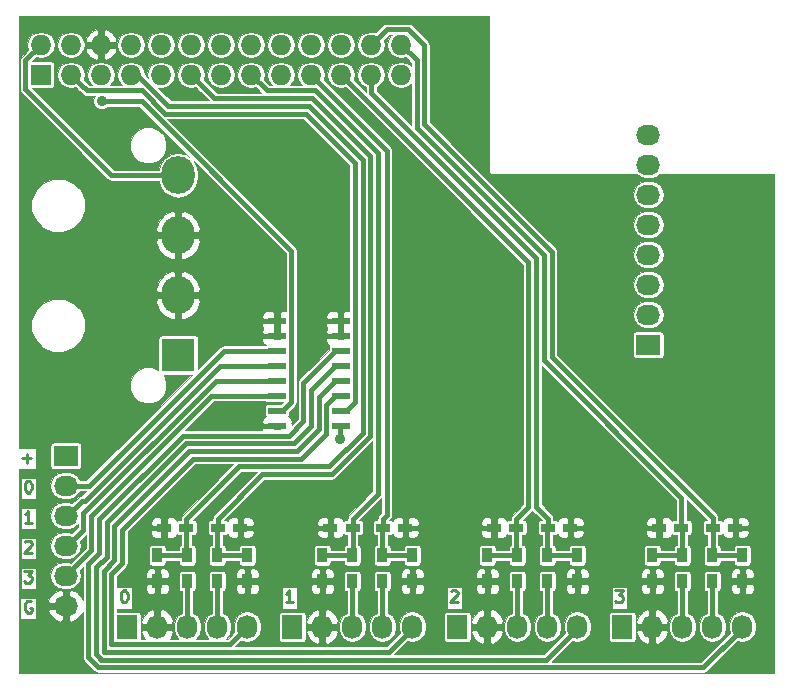
<source format=gtl>
G04 #@! TF.GenerationSoftware,KiCad,Pcbnew,no-vcs-found-7613~57~ubuntu16.04.1*
G04 #@! TF.CreationDate,2017-02-12T00:19:34-08:00*
G04 #@! TF.ProjectId,access-pi,6163636573732D70692E6B696361645F,rev?*
G04 #@! TF.FileFunction,Copper,L1,Top,Signal*
G04 #@! TF.FilePolarity,Positive*
%FSLAX46Y46*%
G04 Gerber Fmt 4.6, Leading zero omitted, Abs format (unit mm)*
G04 Created by KiCad (PCBNEW no-vcs-found-7613~57~ubuntu16.04.1) date Sun Feb 12 00:19:34 2017*
%MOMM*%
%LPD*%
G01*
G04 APERTURE LIST*
%ADD10C,0.150000*%
%ADD11C,0.250000*%
%ADD12R,2.800000X2.800000*%
%ADD13O,2.800000X3.200000*%
%ADD14R,1.727200X1.727200*%
%ADD15O,1.727200X1.727200*%
%ADD16R,0.900000X1.200000*%
%ADD17R,1.200000X0.750000*%
%ADD18R,1.727200X2.032000*%
%ADD19O,1.727200X2.032000*%
%ADD20R,2.032000X1.727200*%
%ADD21O,2.032000X1.727200*%
%ADD22R,1.500000X0.600000*%
%ADD23C,0.889000*%
%ADD24C,0.400000*%
%ADD25C,0.025400*%
G04 APERTURE END LIST*
D10*
D11*
X150669666Y-148804380D02*
X151288714Y-148804380D01*
X150955380Y-149185333D01*
X151098238Y-149185333D01*
X151193476Y-149232952D01*
X151241095Y-149280571D01*
X151288714Y-149375809D01*
X151288714Y-149613904D01*
X151241095Y-149709142D01*
X151193476Y-149756761D01*
X151098238Y-149804380D01*
X150812523Y-149804380D01*
X150717285Y-149756761D01*
X150669666Y-149709142D01*
X136747285Y-148899619D02*
X136794904Y-148852000D01*
X136890142Y-148804380D01*
X137128238Y-148804380D01*
X137223476Y-148852000D01*
X137271095Y-148899619D01*
X137318714Y-148994857D01*
X137318714Y-149090095D01*
X137271095Y-149232952D01*
X136699666Y-149804380D01*
X137318714Y-149804380D01*
X123348714Y-149804380D02*
X122777285Y-149804380D01*
X123063000Y-149804380D02*
X123063000Y-148804380D01*
X122967761Y-148947238D01*
X122872523Y-149042476D01*
X122777285Y-149090095D01*
X109045380Y-148804380D02*
X109140619Y-148804380D01*
X109235857Y-148852000D01*
X109283476Y-148899619D01*
X109331095Y-148994857D01*
X109378714Y-149185333D01*
X109378714Y-149423428D01*
X109331095Y-149613904D01*
X109283476Y-149709142D01*
X109235857Y-149756761D01*
X109140619Y-149804380D01*
X109045380Y-149804380D01*
X108950142Y-149756761D01*
X108902523Y-149709142D01*
X108854904Y-149613904D01*
X108807285Y-149423428D01*
X108807285Y-149185333D01*
X108854904Y-148994857D01*
X108902523Y-148899619D01*
X108950142Y-148852000D01*
X109045380Y-148804380D01*
X100631666Y-147153380D02*
X101250714Y-147153380D01*
X100917380Y-147534333D01*
X101060238Y-147534333D01*
X101155476Y-147581952D01*
X101203095Y-147629571D01*
X101250714Y-147724809D01*
X101250714Y-147962904D01*
X101203095Y-148058142D01*
X101155476Y-148105761D01*
X101060238Y-148153380D01*
X100774523Y-148153380D01*
X100679285Y-148105761D01*
X100631666Y-148058142D01*
X100679285Y-144708619D02*
X100726904Y-144661000D01*
X100822142Y-144613380D01*
X101060238Y-144613380D01*
X101155476Y-144661000D01*
X101203095Y-144708619D01*
X101250714Y-144803857D01*
X101250714Y-144899095D01*
X101203095Y-145041952D01*
X100631666Y-145613380D01*
X101250714Y-145613380D01*
X101250714Y-143073380D02*
X100679285Y-143073380D01*
X100965000Y-143073380D02*
X100965000Y-142073380D01*
X100869761Y-142216238D01*
X100774523Y-142311476D01*
X100679285Y-142359095D01*
X100917380Y-139533380D02*
X101012619Y-139533380D01*
X101107857Y-139581000D01*
X101155476Y-139628619D01*
X101203095Y-139723857D01*
X101250714Y-139914333D01*
X101250714Y-140152428D01*
X101203095Y-140342904D01*
X101155476Y-140438142D01*
X101107857Y-140485761D01*
X101012619Y-140533380D01*
X100917380Y-140533380D01*
X100822142Y-140485761D01*
X100774523Y-140438142D01*
X100726904Y-140342904D01*
X100679285Y-140152428D01*
X100679285Y-139914333D01*
X100726904Y-139723857D01*
X100774523Y-139628619D01*
X100822142Y-139581000D01*
X100917380Y-139533380D01*
X100457047Y-137612428D02*
X101218952Y-137612428D01*
X100838000Y-137993380D02*
X100838000Y-137231476D01*
X101226904Y-149741000D02*
X101131666Y-149693380D01*
X100988809Y-149693380D01*
X100845952Y-149741000D01*
X100750714Y-149836238D01*
X100703095Y-149931476D01*
X100655476Y-150121952D01*
X100655476Y-150264809D01*
X100703095Y-150455285D01*
X100750714Y-150550523D01*
X100845952Y-150645761D01*
X100988809Y-150693380D01*
X101084047Y-150693380D01*
X101226904Y-150645761D01*
X101274523Y-150598142D01*
X101274523Y-150264809D01*
X101084047Y-150264809D01*
D12*
X113665000Y-128905000D03*
D13*
X113665000Y-123825000D03*
X113665000Y-118745000D03*
X113665000Y-113665000D03*
D14*
X102050000Y-105170000D03*
D15*
X102050000Y-102630000D03*
X104590000Y-105170000D03*
X104590000Y-102630000D03*
X107130000Y-105170000D03*
X107130000Y-102630000D03*
X109670000Y-105170000D03*
X109670000Y-102630000D03*
X112210000Y-105170000D03*
X112210000Y-102630000D03*
X114750000Y-105170000D03*
X114750000Y-102630000D03*
X117290000Y-105170000D03*
X117290000Y-102630000D03*
X119830000Y-105170000D03*
X119830000Y-102630000D03*
X122370000Y-105170000D03*
X122370000Y-102630000D03*
X124910000Y-105170000D03*
X124910000Y-102630000D03*
X127450000Y-105170000D03*
X127450000Y-102630000D03*
X129990000Y-105170000D03*
X129990000Y-102630000D03*
X132530000Y-105170000D03*
X132530000Y-102630000D03*
D16*
X114427000Y-145839000D03*
X114427000Y-148039000D03*
X116967000Y-145839000D03*
X116967000Y-148039000D03*
X128397000Y-145839000D03*
X128397000Y-148039000D03*
X130937000Y-145839000D03*
X130937000Y-148039000D03*
X142367000Y-145839000D03*
X142367000Y-148039000D03*
X144907000Y-145839000D03*
X144907000Y-148039000D03*
D17*
X112461000Y-143510000D03*
X114361000Y-143510000D03*
X118933000Y-143510000D03*
X117033000Y-143510000D03*
X126558000Y-143510000D03*
X128458000Y-143510000D03*
X132903000Y-143510000D03*
X131003000Y-143510000D03*
X140401000Y-143510000D03*
X142301000Y-143510000D03*
X146873000Y-143510000D03*
X144973000Y-143510000D03*
X154371000Y-143510000D03*
X156271000Y-143510000D03*
X160843000Y-143510000D03*
X158943000Y-143510000D03*
D18*
X109347000Y-151892000D03*
D19*
X111887000Y-151892000D03*
X114427000Y-151892000D03*
X116967000Y-151892000D03*
X119507000Y-151892000D03*
D18*
X123317000Y-151892000D03*
D19*
X125857000Y-151892000D03*
X128397000Y-151892000D03*
X130937000Y-151892000D03*
X133477000Y-151892000D03*
D18*
X137287000Y-151892000D03*
D19*
X139827000Y-151892000D03*
X142367000Y-151892000D03*
X144907000Y-151892000D03*
X147447000Y-151892000D03*
D18*
X151257000Y-151892000D03*
D19*
X153797000Y-151892000D03*
X156337000Y-151892000D03*
X158877000Y-151892000D03*
X161417000Y-151892000D03*
D20*
X104140000Y-137414000D03*
D21*
X104140000Y-139954000D03*
X104140000Y-142494000D03*
X104140000Y-145034000D03*
X104140000Y-147574000D03*
X104140000Y-150114000D03*
D16*
X156337000Y-145839000D03*
X156337000Y-148039000D03*
X158877000Y-145839000D03*
X158877000Y-148039000D03*
X111887000Y-148039000D03*
X111887000Y-145839000D03*
X119507000Y-148039000D03*
X119507000Y-145839000D03*
X125857000Y-148039000D03*
X125857000Y-145839000D03*
X133477000Y-148039000D03*
X133477000Y-145839000D03*
X139827000Y-148039000D03*
X139827000Y-145839000D03*
X147447000Y-148039000D03*
X147447000Y-145839000D03*
X153797000Y-148039000D03*
X153797000Y-145839000D03*
X161417000Y-148039000D03*
X161417000Y-145839000D03*
D22*
X127414000Y-134874000D03*
X127414000Y-133604000D03*
X127414000Y-132334000D03*
X127414000Y-131064000D03*
X127414000Y-129794000D03*
X127414000Y-128524000D03*
X127414000Y-127254000D03*
X127414000Y-125984000D03*
X122014000Y-125984000D03*
X122014000Y-127254000D03*
X122014000Y-128524000D03*
X122014000Y-129794000D03*
X122014000Y-131064000D03*
X122014000Y-132334000D03*
X122014000Y-133604000D03*
X122014000Y-134874000D03*
D20*
X153479500Y-128016000D03*
D21*
X153479500Y-125476000D03*
X153479500Y-122936000D03*
X153479500Y-120396000D03*
X153479500Y-117856000D03*
X153479500Y-115316000D03*
X153479500Y-112776000D03*
X153479500Y-110236000D03*
D23*
X119126000Y-134112000D03*
X125095000Y-126873000D03*
X162560000Y-129540000D03*
X107188000Y-107386111D03*
X127381000Y-136017000D03*
D24*
X119888000Y-134874000D02*
X119126000Y-134112000D01*
X122014000Y-134874000D02*
X119888000Y-134874000D01*
X125539499Y-127317499D02*
X125666501Y-127317499D01*
X125095000Y-126873000D02*
X125539499Y-127317499D01*
X125730000Y-127254000D02*
X127414000Y-127254000D01*
X125666501Y-127317499D02*
X125730000Y-127254000D01*
X124451631Y-108449631D02*
X112549539Y-108449631D01*
X127864000Y-133604000D02*
X128618001Y-132849999D01*
X110587509Y-106487601D02*
X105907601Y-106487601D01*
X128618001Y-132849999D02*
X128618001Y-112616001D01*
X112549539Y-108449631D02*
X110587509Y-106487601D01*
X128618001Y-112616001D02*
X124451631Y-108449631D01*
X127414000Y-133604000D02*
X127864000Y-133604000D01*
X105907601Y-106487601D02*
X105453599Y-106033599D01*
X105453599Y-106033599D02*
X104590000Y-105170000D01*
X122464000Y-133604000D02*
X123218001Y-132849999D01*
X110561111Y-107386111D02*
X107188000Y-107386111D01*
X123218001Y-132849999D02*
X123218001Y-120043001D01*
X122014000Y-133604000D02*
X122464000Y-133604000D01*
X123218001Y-120043001D02*
X110561111Y-107386111D01*
X114361000Y-143510000D02*
X114361000Y-142735000D01*
X114361000Y-142735000D02*
X118773990Y-138322010D01*
X118773990Y-138322010D02*
X126405772Y-138322010D01*
X112820438Y-107795621D02*
X110194817Y-105170000D01*
X124722530Y-107795621D02*
X112820438Y-107795621D01*
X129272011Y-112345102D02*
X124722530Y-107795621D01*
X110194817Y-105170000D02*
X109670000Y-105170000D01*
X129272011Y-135455771D02*
X129272011Y-112345102D01*
X114361000Y-143510000D02*
X114586000Y-143510000D01*
X126405772Y-138322010D02*
X129272011Y-135455771D01*
X111887000Y-145839000D02*
X114427000Y-145839000D01*
X114361000Y-145773000D02*
X114427000Y-145839000D01*
X114361000Y-143510000D02*
X114361000Y-145773000D01*
X117033000Y-143510000D02*
X117033000Y-142735000D01*
X117033000Y-142735000D02*
X120791980Y-138976020D01*
X120791980Y-138976020D02*
X126676671Y-138976020D01*
X119507000Y-145839000D02*
X116967000Y-145839000D01*
X116967000Y-143576000D02*
X117033000Y-143510000D01*
X116967000Y-145839000D02*
X116967000Y-143576000D01*
X115613599Y-106033599D02*
X114750000Y-105170000D01*
X124993429Y-107141611D02*
X116721611Y-107141611D01*
X129926021Y-135726670D02*
X129926021Y-112074203D01*
X117033000Y-143510000D02*
X117258000Y-143510000D01*
X129926021Y-112074203D02*
X124993429Y-107141611D01*
X126676671Y-138976020D02*
X129926021Y-135726670D01*
X116721611Y-107141611D02*
X115613599Y-106033599D01*
X128458000Y-143510000D02*
X128458000Y-142735000D01*
X128458000Y-142735000D02*
X130580031Y-140612969D01*
X130580031Y-140612969D02*
X130580031Y-111803304D01*
X128458000Y-145778000D02*
X128397000Y-145839000D01*
X128458000Y-143510000D02*
X128458000Y-145778000D01*
X128397000Y-145839000D02*
X125857000Y-145839000D01*
X130580031Y-111803304D02*
X125264328Y-106487601D01*
X121147601Y-106487601D02*
X119830000Y-105170000D01*
X125264328Y-106487601D02*
X121147601Y-106487601D01*
X131003000Y-143510000D02*
X131003000Y-142735000D01*
X131003000Y-142735000D02*
X131318000Y-142420000D01*
X131318000Y-142420000D02*
X131318000Y-111578000D01*
X130937000Y-145839000D02*
X133477000Y-145839000D01*
X130937000Y-143576000D02*
X131003000Y-143510000D01*
X130937000Y-145839000D02*
X130937000Y-143576000D01*
X131318000Y-111578000D02*
X124910000Y-105170000D01*
X142301000Y-142735000D02*
X142301000Y-143510000D01*
X127450000Y-105170000D02*
X143319500Y-121039500D01*
X143319500Y-121039500D02*
X143319500Y-141716500D01*
X143319500Y-141716500D02*
X142301000Y-142735000D01*
X142301000Y-145773000D02*
X142367000Y-145839000D01*
X142301000Y-143510000D02*
X142301000Y-145773000D01*
X139827000Y-145839000D02*
X142367000Y-145839000D01*
X143973510Y-120677327D02*
X143973510Y-141735510D01*
X143973510Y-141735510D02*
X144973000Y-142735000D01*
X129990000Y-106693817D02*
X143973510Y-120677327D01*
X144973000Y-142735000D02*
X144973000Y-143510000D01*
X129990000Y-105170000D02*
X129990000Y-106693817D01*
X147447000Y-145839000D02*
X144907000Y-145839000D01*
X144907000Y-143576000D02*
X144973000Y-143510000D01*
X144907000Y-145839000D02*
X144907000Y-143576000D01*
X133847601Y-103947601D02*
X133847601Y-109626510D01*
X144627520Y-120406429D02*
X144627520Y-129324020D01*
X133847601Y-109626510D02*
X144627520Y-120406429D01*
X156271000Y-140967500D02*
X156271000Y-143510000D01*
X132530000Y-102630000D02*
X133847601Y-103947601D01*
X144627520Y-129324020D02*
X156271000Y-140967500D01*
X153797000Y-145839000D02*
X156337000Y-145839000D01*
X156337000Y-143576000D02*
X156271000Y-143510000D01*
X156337000Y-145839000D02*
X156337000Y-143576000D01*
X130853599Y-101766401D02*
X129990000Y-102630000D01*
X133162449Y-101312399D02*
X131307601Y-101312399D01*
X158943000Y-142714592D02*
X145281530Y-129053122D01*
X131307601Y-101312399D02*
X130853599Y-101766401D01*
X134501611Y-102651561D02*
X133162449Y-101312399D01*
X134501611Y-109355611D02*
X134501611Y-102651561D01*
X145281530Y-120135530D02*
X134501611Y-109355611D01*
X145281530Y-129053122D02*
X145281530Y-120135530D01*
X158943000Y-143510000D02*
X158943000Y-142714592D01*
X161417000Y-145839000D02*
X158877000Y-145839000D01*
X158943000Y-145773000D02*
X158877000Y-145839000D01*
X158943000Y-143510000D02*
X158943000Y-145773000D01*
X114427000Y-148039000D02*
X114427000Y-151892000D01*
X116967000Y-151892000D02*
X116967000Y-148039000D01*
X119507000Y-151892000D02*
X118036999Y-153362001D01*
X108915040Y-146498596D02*
X108915040Y-143687960D01*
X118036999Y-153362001D02*
X108007030Y-153362001D01*
X108007030Y-153362001D02*
X108007030Y-147406606D01*
X108007030Y-147406606D02*
X108915040Y-146498596D01*
X126209999Y-135537001D02*
X126209999Y-133088001D01*
X108915040Y-143687960D02*
X114935000Y-137668000D01*
X126209999Y-133088001D02*
X126964000Y-132334000D01*
X114935000Y-137668000D02*
X124079000Y-137668000D01*
X126964000Y-132334000D02*
X127414000Y-132334000D01*
X124079000Y-137668000D02*
X126209999Y-135537001D01*
X128397000Y-148039000D02*
X128397000Y-151892000D01*
X130937000Y-151892000D02*
X130937000Y-148039000D01*
X108261030Y-146227697D02*
X108261030Y-143325970D01*
X123717011Y-137013990D02*
X125555989Y-135175012D01*
X108261030Y-143325970D02*
X114573010Y-137013990D01*
X125555989Y-135175012D02*
X125555989Y-132472011D01*
X125555989Y-132472011D02*
X126964000Y-131064000D01*
X131505389Y-154016011D02*
X107425102Y-154016011D01*
X107353020Y-153943927D02*
X107353020Y-147135707D01*
X107414839Y-154005747D02*
X107353020Y-153943927D01*
X107353020Y-147135707D02*
X108261030Y-146227697D01*
X133477000Y-152044400D02*
X131505389Y-154016011D01*
X107425102Y-154016011D02*
X107414839Y-154005747D01*
X133477000Y-151892000D02*
X133477000Y-152044400D01*
X114573010Y-137013990D02*
X123717011Y-137013990D01*
X126964000Y-131064000D02*
X127414000Y-131064000D01*
X142367000Y-151892000D02*
X142367000Y-148039000D01*
X144907000Y-148039000D02*
X144907000Y-151892000D01*
X107607020Y-145956798D02*
X107607020Y-143055071D01*
X114302111Y-136359980D02*
X123446112Y-136359980D01*
X106699010Y-146864808D02*
X107607020Y-145956798D01*
X124901979Y-134904113D02*
X124901979Y-131856021D01*
X126964000Y-129794000D02*
X127414000Y-129794000D01*
X107607020Y-143055071D02*
X114302111Y-136359980D01*
X123446112Y-136359980D02*
X124901979Y-134904113D01*
X106953431Y-154469249D02*
X106699010Y-154214826D01*
X107154170Y-154670006D02*
X106953431Y-154469249D01*
X107695971Y-154670033D02*
X107154170Y-154670006D01*
X107695984Y-154670021D02*
X107695971Y-154670033D01*
X144821379Y-154670021D02*
X107695984Y-154670021D01*
X147447000Y-152044400D02*
X144821379Y-154670021D01*
X124901979Y-131856021D02*
X126964000Y-129794000D01*
X106699010Y-154214826D02*
X106699010Y-146864808D01*
X147447000Y-151892000D02*
X147447000Y-152044400D01*
X147447000Y-151892000D02*
X147447000Y-151739600D01*
X156337000Y-148039000D02*
X156337000Y-151892000D01*
X158877000Y-151892000D02*
X158877000Y-148039000D01*
X106045000Y-146593909D02*
X106953010Y-145685899D01*
X161417000Y-151892000D02*
X161417000Y-152044400D01*
X106504833Y-154945561D02*
X106045000Y-154485728D01*
X158137369Y-155324031D02*
X107966863Y-155324030D01*
X126964000Y-128524000D02*
X127414000Y-128524000D01*
X123049232Y-135705970D02*
X124247969Y-134507233D01*
X114031212Y-135705970D02*
X123049232Y-135705970D01*
X106953010Y-142784172D02*
X114031212Y-135705970D01*
X106045000Y-154485728D02*
X106045000Y-146593909D01*
X107966837Y-155324055D02*
X106883240Y-155324003D01*
X107966863Y-155324030D02*
X107966837Y-155324055D01*
X124247969Y-134507233D02*
X124247969Y-131240031D01*
X106953010Y-145685899D02*
X106953010Y-142784172D01*
X161417000Y-152044400D02*
X158137369Y-155324031D01*
X106883240Y-155324003D02*
X106504833Y-154945561D01*
X124247969Y-131240031D02*
X126964000Y-128524000D01*
X100732399Y-106396801D02*
X108000598Y-113665000D01*
X108000598Y-113665000D02*
X113665000Y-113665000D01*
X100732399Y-103947601D02*
X100732399Y-106396801D01*
X102050000Y-102630000D02*
X100732399Y-103947601D01*
X127381000Y-134907000D02*
X127414000Y-134874000D01*
X127381000Y-136017000D02*
X127381000Y-134907000D01*
X105556000Y-139954000D02*
X104140000Y-139954000D01*
X117513546Y-128524000D02*
X106083547Y-139954000D01*
X122014000Y-128524000D02*
X117513546Y-128524000D01*
X106083547Y-139954000D02*
X105556000Y-139954000D01*
X105556000Y-141230400D02*
X104292400Y-142494000D01*
X104292400Y-142494000D02*
X104140000Y-142494000D01*
X105732056Y-141230400D02*
X105556000Y-141230400D01*
X117168456Y-129794000D02*
X105732056Y-141230400D01*
X122014000Y-129794000D02*
X117168456Y-129794000D01*
X105644990Y-142242374D02*
X105644990Y-143681410D01*
X122014000Y-131064000D02*
X116823364Y-131064000D01*
X105644990Y-143681410D02*
X104292400Y-145034000D01*
X116823364Y-131064000D02*
X105644990Y-142242374D01*
X104292400Y-145034000D02*
X104140000Y-145034000D01*
X106299000Y-142513273D02*
X106299000Y-145415000D01*
X105390990Y-146323010D02*
X104140000Y-147574000D01*
X116478273Y-132334000D02*
X106299000Y-142513273D01*
X122014000Y-132334000D02*
X116478273Y-132334000D01*
X106299000Y-145415000D02*
X105390990Y-146323010D01*
D25*
G36*
X139967900Y-113411000D02*
X139976509Y-113454281D01*
X140001026Y-113490974D01*
X140037719Y-113515491D01*
X140081000Y-113524100D01*
X152468554Y-113524100D01*
X152502727Y-113575243D01*
X152869423Y-113820261D01*
X153301970Y-113906300D01*
X153657030Y-113906300D01*
X154089577Y-113820261D01*
X154456273Y-113575243D01*
X154490446Y-113524100D01*
X164097900Y-113524100D01*
X164097900Y-155842900D01*
X100189100Y-155842900D01*
X100189100Y-149420400D01*
X100301900Y-149420400D01*
X100301900Y-151246600D01*
X101628100Y-151246600D01*
X101628100Y-150565566D01*
X102679023Y-150565566D01*
X102821704Y-150851187D01*
X103192562Y-151241241D01*
X103684457Y-151459683D01*
X103898700Y-151360362D01*
X103898700Y-150355300D01*
X102756908Y-150355300D01*
X102679023Y-150565566D01*
X101628100Y-150565566D01*
X101628100Y-149662434D01*
X102679023Y-149662434D01*
X102756908Y-149872700D01*
X103898700Y-149872700D01*
X103898700Y-148867638D01*
X103684457Y-148768317D01*
X103192562Y-148986759D01*
X102821704Y-149376813D01*
X102679023Y-149662434D01*
X101628100Y-149662434D01*
X101628100Y-149420400D01*
X100301900Y-149420400D01*
X100189100Y-149420400D01*
X100189100Y-146880400D01*
X100325710Y-146880400D01*
X100325710Y-148706600D01*
X101604291Y-148706600D01*
X101604291Y-146880400D01*
X100325710Y-146880400D01*
X100189100Y-146880400D01*
X100189100Y-144340400D01*
X100325710Y-144340400D01*
X100325710Y-146166600D01*
X101604291Y-146166600D01*
X101604291Y-144340400D01*
X100325710Y-144340400D01*
X100189100Y-144340400D01*
X100189100Y-141800400D01*
X100325710Y-141800400D01*
X100325710Y-143626600D01*
X101604291Y-143626600D01*
X101604291Y-141800400D01*
X100325710Y-141800400D01*
X100189100Y-141800400D01*
X100189100Y-139260400D01*
X100325710Y-139260400D01*
X100325710Y-141086600D01*
X101604291Y-141086600D01*
X101604291Y-139260400D01*
X100325710Y-139260400D01*
X100189100Y-139260400D01*
X100189100Y-138546600D01*
X101620148Y-138546600D01*
X101620148Y-136720400D01*
X100189100Y-136720400D01*
X100189100Y-136550400D01*
X102852076Y-136550400D01*
X102852076Y-138277600D01*
X102872775Y-138381661D01*
X102931721Y-138469879D01*
X103019939Y-138528825D01*
X103124000Y-138549524D01*
X105156000Y-138549524D01*
X105260061Y-138528825D01*
X105348279Y-138469879D01*
X105407225Y-138381661D01*
X105427924Y-138277600D01*
X105427924Y-136550400D01*
X105407225Y-136446339D01*
X105348279Y-136358121D01*
X105260061Y-136299175D01*
X105156000Y-136278476D01*
X103124000Y-136278476D01*
X103019939Y-136299175D01*
X102931721Y-136358121D01*
X102872775Y-136446339D01*
X102852076Y-136550400D01*
X100189100Y-136550400D01*
X100189100Y-126812906D01*
X101242909Y-126812906D01*
X101586506Y-127644476D01*
X102222177Y-128281258D01*
X103053146Y-128626306D01*
X103952906Y-128627091D01*
X104784476Y-128283494D01*
X105421258Y-127647823D01*
X105766306Y-126816854D01*
X105766788Y-126264175D01*
X120743300Y-126264175D01*
X120743300Y-126387573D01*
X120822572Y-126578953D01*
X120862619Y-126619000D01*
X120822572Y-126659047D01*
X120743300Y-126850427D01*
X120743300Y-126973825D01*
X120873475Y-127104000D01*
X121772700Y-127104000D01*
X121772700Y-126134000D01*
X120873475Y-126134000D01*
X120743300Y-126264175D01*
X105766788Y-126264175D01*
X105767091Y-125917094D01*
X105423494Y-125085524D01*
X104787823Y-124448742D01*
X104588195Y-124365849D01*
X111776970Y-124365849D01*
X112051125Y-125062421D01*
X112570978Y-125601055D01*
X113128588Y-125869275D01*
X113423700Y-125799191D01*
X113423700Y-124066300D01*
X113906300Y-124066300D01*
X113906300Y-125799191D01*
X114201412Y-125869275D01*
X114759022Y-125601055D01*
X114778930Y-125580427D01*
X120743300Y-125580427D01*
X120743300Y-125703825D01*
X120873475Y-125834000D01*
X121772700Y-125834000D01*
X121772700Y-125293475D01*
X121642525Y-125163300D01*
X121160426Y-125163300D01*
X120969047Y-125242572D01*
X120822572Y-125389047D01*
X120743300Y-125580427D01*
X114778930Y-125580427D01*
X115278875Y-125062421D01*
X115553030Y-124365849D01*
X115452931Y-124066300D01*
X113906300Y-124066300D01*
X113423700Y-124066300D01*
X111877069Y-124066300D01*
X111776970Y-124365849D01*
X104588195Y-124365849D01*
X103956854Y-124103694D01*
X103057094Y-124102909D01*
X102225524Y-124446506D01*
X101588742Y-125082177D01*
X101243694Y-125913146D01*
X101242909Y-126812906D01*
X100189100Y-126812906D01*
X100189100Y-123284151D01*
X111776970Y-123284151D01*
X111877069Y-123583700D01*
X113423700Y-123583700D01*
X113423700Y-121850809D01*
X113906300Y-121850809D01*
X113906300Y-123583700D01*
X115452931Y-123583700D01*
X115553030Y-123284151D01*
X115278875Y-122587579D01*
X114759022Y-122048945D01*
X114201412Y-121780725D01*
X113906300Y-121850809D01*
X113423700Y-121850809D01*
X113128588Y-121780725D01*
X112570978Y-122048945D01*
X112051125Y-122587579D01*
X111776970Y-123284151D01*
X100189100Y-123284151D01*
X100189100Y-119285849D01*
X111776970Y-119285849D01*
X112051125Y-119982421D01*
X112570978Y-120521055D01*
X113128588Y-120789275D01*
X113423700Y-120719191D01*
X113423700Y-118986300D01*
X113906300Y-118986300D01*
X113906300Y-120719191D01*
X114201412Y-120789275D01*
X114759022Y-120521055D01*
X115278875Y-119982421D01*
X115553030Y-119285849D01*
X115452931Y-118986300D01*
X113906300Y-118986300D01*
X113423700Y-118986300D01*
X111877069Y-118986300D01*
X111776970Y-119285849D01*
X100189100Y-119285849D01*
X100189100Y-116652906D01*
X101242909Y-116652906D01*
X101586506Y-117484476D01*
X102222177Y-118121258D01*
X103053146Y-118466306D01*
X103952906Y-118467091D01*
X104589270Y-118204151D01*
X111776970Y-118204151D01*
X111877069Y-118503700D01*
X113423700Y-118503700D01*
X113423700Y-116770809D01*
X113906300Y-116770809D01*
X113906300Y-118503700D01*
X115452931Y-118503700D01*
X115553030Y-118204151D01*
X115278875Y-117507579D01*
X114759022Y-116968945D01*
X114201412Y-116700725D01*
X113906300Y-116770809D01*
X113423700Y-116770809D01*
X113128588Y-116700725D01*
X112570978Y-116968945D01*
X112051125Y-117507579D01*
X111776970Y-118204151D01*
X104589270Y-118204151D01*
X104784476Y-118123494D01*
X105421258Y-117487823D01*
X105766306Y-116656854D01*
X105767091Y-115757094D01*
X105423494Y-114925524D01*
X104787823Y-114288742D01*
X103956854Y-113943694D01*
X103057094Y-113942909D01*
X102225524Y-114286506D01*
X101588742Y-114922177D01*
X101243694Y-115753146D01*
X101242909Y-116652906D01*
X100189100Y-116652906D01*
X100189100Y-103947601D01*
X100265699Y-103947601D01*
X100265699Y-106396801D01*
X100301224Y-106575400D01*
X100402392Y-106726808D01*
X107670589Y-113995004D01*
X107670591Y-113995007D01*
X107821999Y-114096175D01*
X108000598Y-114131701D01*
X108000603Y-114131700D01*
X112044076Y-114131700D01*
X112125170Y-114539389D01*
X112486465Y-115080106D01*
X113027182Y-115441401D01*
X113665000Y-115568271D01*
X114302818Y-115441401D01*
X114843535Y-115080106D01*
X115204830Y-114539389D01*
X115331700Y-113901571D01*
X115331700Y-113428429D01*
X115204830Y-112790611D01*
X115001919Y-112486932D01*
X122751301Y-120236314D01*
X122751301Y-125163300D01*
X122385475Y-125163300D01*
X122255300Y-125293475D01*
X122255300Y-125834000D01*
X122275300Y-125834000D01*
X122275300Y-126134000D01*
X122255300Y-126134000D01*
X122255300Y-127104000D01*
X122275300Y-127104000D01*
X122275300Y-127404000D01*
X122255300Y-127404000D01*
X122255300Y-127515300D01*
X121772700Y-127515300D01*
X121772700Y-127404000D01*
X120873475Y-127404000D01*
X120743300Y-127534175D01*
X120743300Y-127657573D01*
X120822572Y-127848953D01*
X120969047Y-127995428D01*
X121068457Y-128036605D01*
X121054629Y-128057300D01*
X117513546Y-128057300D01*
X117334948Y-128092825D01*
X117334946Y-128092826D01*
X117334947Y-128092826D01*
X117183539Y-128193993D01*
X115336924Y-130040608D01*
X115336924Y-127505000D01*
X115316225Y-127400939D01*
X115257279Y-127312721D01*
X115169061Y-127253775D01*
X115065000Y-127233076D01*
X112265000Y-127233076D01*
X112160939Y-127253775D01*
X112072721Y-127312721D01*
X112013775Y-127400939D01*
X111993076Y-127505000D01*
X111993076Y-130141543D01*
X111432010Y-129908567D01*
X110820672Y-129908034D01*
X110255666Y-130141489D01*
X109823009Y-130573393D01*
X109588567Y-131137990D01*
X109588034Y-131749328D01*
X109821489Y-132314334D01*
X110253393Y-132746991D01*
X110817990Y-132981433D01*
X111429328Y-132981966D01*
X111994334Y-132748511D01*
X112426991Y-132316607D01*
X112661433Y-131752010D01*
X112661966Y-131140672D01*
X112429031Y-130576924D01*
X114800608Y-130576924D01*
X105890233Y-139487300D01*
X105338971Y-139487300D01*
X105116773Y-139154757D01*
X104750077Y-138909739D01*
X104317530Y-138823700D01*
X103962470Y-138823700D01*
X103529923Y-138909739D01*
X103163227Y-139154757D01*
X102918209Y-139521453D01*
X102832170Y-139954000D01*
X102918209Y-140386547D01*
X103163227Y-140753243D01*
X103529923Y-140998261D01*
X103962470Y-141084300D01*
X104317530Y-141084300D01*
X104750077Y-140998261D01*
X105116773Y-140753243D01*
X105338971Y-140420700D01*
X105881742Y-140420700D01*
X105534457Y-140767985D01*
X105377402Y-140799225D01*
X105377400Y-140799226D01*
X105377401Y-140799226D01*
X105225993Y-140900393D01*
X104688830Y-141437556D01*
X104317530Y-141363700D01*
X103962470Y-141363700D01*
X103529923Y-141449739D01*
X103163227Y-141694757D01*
X102918209Y-142061453D01*
X102832170Y-142494000D01*
X102918209Y-142926547D01*
X103163227Y-143293243D01*
X103529923Y-143538261D01*
X103962470Y-143624300D01*
X104317530Y-143624300D01*
X104750077Y-143538261D01*
X105116773Y-143293243D01*
X105178290Y-143201176D01*
X105178290Y-143488096D01*
X104688830Y-143977556D01*
X104317530Y-143903700D01*
X103962470Y-143903700D01*
X103529923Y-143989739D01*
X103163227Y-144234757D01*
X102918209Y-144601453D01*
X102832170Y-145034000D01*
X102918209Y-145466547D01*
X103163227Y-145833243D01*
X103529923Y-146078261D01*
X103962470Y-146164300D01*
X104317530Y-146164300D01*
X104750077Y-146078261D01*
X105116773Y-145833243D01*
X105361791Y-145466547D01*
X105447830Y-145034000D01*
X105365635Y-144620779D01*
X105832300Y-144154114D01*
X105832300Y-145221686D01*
X104561715Y-146492271D01*
X104317530Y-146443700D01*
X103962470Y-146443700D01*
X103529923Y-146529739D01*
X103163227Y-146774757D01*
X102918209Y-147141453D01*
X102832170Y-147574000D01*
X102918209Y-148006547D01*
X103163227Y-148373243D01*
X103529923Y-148618261D01*
X103962470Y-148704300D01*
X104317530Y-148704300D01*
X104750077Y-148618261D01*
X105116773Y-148373243D01*
X105361791Y-148006547D01*
X105447830Y-147574000D01*
X105361791Y-147141453D01*
X105310029Y-147063985D01*
X105578300Y-146795714D01*
X105578300Y-149617039D01*
X105458296Y-149376813D01*
X105087438Y-148986759D01*
X104595543Y-148768317D01*
X104381300Y-148867638D01*
X104381300Y-149872700D01*
X104401300Y-149872700D01*
X104401300Y-150355300D01*
X104381300Y-150355300D01*
X104381300Y-151360362D01*
X104595543Y-151459683D01*
X105087438Y-151241241D01*
X105458296Y-150851187D01*
X105578300Y-150610961D01*
X105578300Y-154485728D01*
X105613825Y-154664327D01*
X105714993Y-154815735D01*
X106174826Y-155275568D01*
X106174829Y-155275570D01*
X106553215Y-155653991D01*
X106553217Y-155653994D01*
X106704621Y-155755169D01*
X106883218Y-155790703D01*
X107966815Y-155790755D01*
X107966941Y-155790730D01*
X158137369Y-155790731D01*
X158315968Y-155755206D01*
X158467376Y-155654038D01*
X161003778Y-153117635D01*
X161417000Y-153199830D01*
X161849547Y-153113791D01*
X162216243Y-152868773D01*
X162461261Y-152502077D01*
X162547300Y-152069530D01*
X162547300Y-151714470D01*
X162461261Y-151281923D01*
X162216243Y-150915227D01*
X161849547Y-150670209D01*
X161417000Y-150584170D01*
X160984453Y-150670209D01*
X160617757Y-150915227D01*
X160372739Y-151281923D01*
X160286700Y-151714470D01*
X160286700Y-152069530D01*
X160360556Y-152440830D01*
X157944055Y-154857331D01*
X145294083Y-154857331D01*
X147033779Y-153117635D01*
X147447000Y-153199830D01*
X147879547Y-153113791D01*
X148246243Y-152868773D01*
X148491261Y-152502077D01*
X148577300Y-152069530D01*
X148577300Y-151714470D01*
X148491261Y-151281923D01*
X148246243Y-150915227D01*
X148187536Y-150876000D01*
X150121476Y-150876000D01*
X150121476Y-152908000D01*
X150142175Y-153012061D01*
X150201121Y-153100279D01*
X150289339Y-153159225D01*
X150393400Y-153179924D01*
X152120600Y-153179924D01*
X152224661Y-153159225D01*
X152312879Y-153100279D01*
X152371825Y-153012061D01*
X152392524Y-152908000D01*
X152392524Y-152347543D01*
X152451317Y-152347543D01*
X152669759Y-152839438D01*
X153059813Y-153210296D01*
X153345434Y-153352977D01*
X153555700Y-153275092D01*
X153555700Y-152133300D01*
X154038300Y-152133300D01*
X154038300Y-153275092D01*
X154248566Y-153352977D01*
X154534187Y-153210296D01*
X154924241Y-152839438D01*
X155142683Y-152347543D01*
X155043362Y-152133300D01*
X154038300Y-152133300D01*
X153555700Y-152133300D01*
X152550638Y-152133300D01*
X152451317Y-152347543D01*
X152392524Y-152347543D01*
X152392524Y-151714470D01*
X155206700Y-151714470D01*
X155206700Y-152069530D01*
X155292739Y-152502077D01*
X155537757Y-152868773D01*
X155904453Y-153113791D01*
X156337000Y-153199830D01*
X156769547Y-153113791D01*
X157136243Y-152868773D01*
X157381261Y-152502077D01*
X157467300Y-152069530D01*
X157467300Y-151714470D01*
X157746700Y-151714470D01*
X157746700Y-152069530D01*
X157832739Y-152502077D01*
X158077757Y-152868773D01*
X158444453Y-153113791D01*
X158877000Y-153199830D01*
X159309547Y-153113791D01*
X159676243Y-152868773D01*
X159921261Y-152502077D01*
X160007300Y-152069530D01*
X160007300Y-151714470D01*
X159921261Y-151281923D01*
X159676243Y-150915227D01*
X159343700Y-150693029D01*
X159343700Y-148907602D01*
X159431061Y-148890225D01*
X159519279Y-148831279D01*
X159578225Y-148743061D01*
X159598924Y-148639000D01*
X159598924Y-148410475D01*
X160446300Y-148410475D01*
X160446300Y-148742574D01*
X160525572Y-148933953D01*
X160672047Y-149080428D01*
X160863427Y-149159700D01*
X161061825Y-149159700D01*
X161192000Y-149029525D01*
X161192000Y-148280300D01*
X161642000Y-148280300D01*
X161642000Y-149029525D01*
X161772175Y-149159700D01*
X161970573Y-149159700D01*
X162161953Y-149080428D01*
X162308428Y-148933953D01*
X162387700Y-148742574D01*
X162387700Y-148410475D01*
X162257525Y-148280300D01*
X161642000Y-148280300D01*
X161192000Y-148280300D01*
X160576475Y-148280300D01*
X160446300Y-148410475D01*
X159598924Y-148410475D01*
X159598924Y-147439000D01*
X159578322Y-147335426D01*
X160446300Y-147335426D01*
X160446300Y-147667525D01*
X160576475Y-147797700D01*
X161192000Y-147797700D01*
X161192000Y-147048475D01*
X161642000Y-147048475D01*
X161642000Y-147797700D01*
X162257525Y-147797700D01*
X162387700Y-147667525D01*
X162387700Y-147335426D01*
X162308428Y-147144047D01*
X162161953Y-146997572D01*
X161970573Y-146918300D01*
X161772175Y-146918300D01*
X161642000Y-147048475D01*
X161192000Y-147048475D01*
X161061825Y-146918300D01*
X160863427Y-146918300D01*
X160672047Y-146997572D01*
X160525572Y-147144047D01*
X160446300Y-147335426D01*
X159578322Y-147335426D01*
X159578225Y-147334939D01*
X159519279Y-147246721D01*
X159431061Y-147187775D01*
X159327000Y-147167076D01*
X158427000Y-147167076D01*
X158322939Y-147187775D01*
X158234721Y-147246721D01*
X158175775Y-147334939D01*
X158155076Y-147439000D01*
X158155076Y-148639000D01*
X158175775Y-148743061D01*
X158234721Y-148831279D01*
X158322939Y-148890225D01*
X158410300Y-148907602D01*
X158410300Y-150693029D01*
X158077757Y-150915227D01*
X157832739Y-151281923D01*
X157746700Y-151714470D01*
X157467300Y-151714470D01*
X157381261Y-151281923D01*
X157136243Y-150915227D01*
X156803700Y-150693029D01*
X156803700Y-148907602D01*
X156891061Y-148890225D01*
X156979279Y-148831279D01*
X157038225Y-148743061D01*
X157058924Y-148639000D01*
X157058924Y-147439000D01*
X157038225Y-147334939D01*
X156979279Y-147246721D01*
X156891061Y-147187775D01*
X156787000Y-147167076D01*
X155887000Y-147167076D01*
X155782939Y-147187775D01*
X155694721Y-147246721D01*
X155635775Y-147334939D01*
X155615076Y-147439000D01*
X155615076Y-148639000D01*
X155635775Y-148743061D01*
X155694721Y-148831279D01*
X155782939Y-148890225D01*
X155870300Y-148907602D01*
X155870300Y-150693029D01*
X155537757Y-150915227D01*
X155292739Y-151281923D01*
X155206700Y-151714470D01*
X152392524Y-151714470D01*
X152392524Y-151436457D01*
X152451317Y-151436457D01*
X152550638Y-151650700D01*
X153555700Y-151650700D01*
X153555700Y-150508908D01*
X154038300Y-150508908D01*
X154038300Y-151650700D01*
X155043362Y-151650700D01*
X155142683Y-151436457D01*
X154924241Y-150944562D01*
X154534187Y-150573704D01*
X154248566Y-150431023D01*
X154038300Y-150508908D01*
X153555700Y-150508908D01*
X153345434Y-150431023D01*
X153059813Y-150573704D01*
X152669759Y-150944562D01*
X152451317Y-151436457D01*
X152392524Y-151436457D01*
X152392524Y-150876000D01*
X152371825Y-150771939D01*
X152312879Y-150683721D01*
X152224661Y-150624775D01*
X152120600Y-150604076D01*
X150393400Y-150604076D01*
X150289339Y-150624775D01*
X150201121Y-150683721D01*
X150142175Y-150771939D01*
X150121476Y-150876000D01*
X148187536Y-150876000D01*
X147879547Y-150670209D01*
X147447000Y-150584170D01*
X147014453Y-150670209D01*
X146647757Y-150915227D01*
X146402739Y-151281923D01*
X146316700Y-151714470D01*
X146316700Y-152069530D01*
X146390556Y-152440830D01*
X144628065Y-154203321D01*
X131978093Y-154203321D01*
X133063779Y-153117635D01*
X133477000Y-153199830D01*
X133909547Y-153113791D01*
X134276243Y-152868773D01*
X134521261Y-152502077D01*
X134607300Y-152069530D01*
X134607300Y-151714470D01*
X134521261Y-151281923D01*
X134276243Y-150915227D01*
X134217536Y-150876000D01*
X136151476Y-150876000D01*
X136151476Y-152908000D01*
X136172175Y-153012061D01*
X136231121Y-153100279D01*
X136319339Y-153159225D01*
X136423400Y-153179924D01*
X138150600Y-153179924D01*
X138254661Y-153159225D01*
X138342879Y-153100279D01*
X138401825Y-153012061D01*
X138422524Y-152908000D01*
X138422524Y-152347543D01*
X138481317Y-152347543D01*
X138699759Y-152839438D01*
X139089813Y-153210296D01*
X139375434Y-153352977D01*
X139585700Y-153275092D01*
X139585700Y-152133300D01*
X140068300Y-152133300D01*
X140068300Y-153275092D01*
X140278566Y-153352977D01*
X140564187Y-153210296D01*
X140954241Y-152839438D01*
X141172683Y-152347543D01*
X141073362Y-152133300D01*
X140068300Y-152133300D01*
X139585700Y-152133300D01*
X138580638Y-152133300D01*
X138481317Y-152347543D01*
X138422524Y-152347543D01*
X138422524Y-151714470D01*
X141236700Y-151714470D01*
X141236700Y-152069530D01*
X141322739Y-152502077D01*
X141567757Y-152868773D01*
X141934453Y-153113791D01*
X142367000Y-153199830D01*
X142799547Y-153113791D01*
X143166243Y-152868773D01*
X143411261Y-152502077D01*
X143497300Y-152069530D01*
X143497300Y-151714470D01*
X143776700Y-151714470D01*
X143776700Y-152069530D01*
X143862739Y-152502077D01*
X144107757Y-152868773D01*
X144474453Y-153113791D01*
X144907000Y-153199830D01*
X145339547Y-153113791D01*
X145706243Y-152868773D01*
X145951261Y-152502077D01*
X146037300Y-152069530D01*
X146037300Y-151714470D01*
X145951261Y-151281923D01*
X145706243Y-150915227D01*
X145373700Y-150693029D01*
X145373700Y-148907602D01*
X145461061Y-148890225D01*
X145549279Y-148831279D01*
X145608225Y-148743061D01*
X145628924Y-148639000D01*
X145628924Y-148410475D01*
X146476300Y-148410475D01*
X146476300Y-148742574D01*
X146555572Y-148933953D01*
X146702047Y-149080428D01*
X146893427Y-149159700D01*
X147091825Y-149159700D01*
X147222000Y-149029525D01*
X147222000Y-148280300D01*
X147672000Y-148280300D01*
X147672000Y-149029525D01*
X147802175Y-149159700D01*
X148000573Y-149159700D01*
X148191953Y-149080428D01*
X148338428Y-148933953D01*
X148417700Y-148742574D01*
X148417700Y-148531400D01*
X150363710Y-148531400D01*
X150363710Y-150357600D01*
X151642291Y-150357600D01*
X151642291Y-148531400D01*
X150363710Y-148531400D01*
X148417700Y-148531400D01*
X148417700Y-148410475D01*
X152826300Y-148410475D01*
X152826300Y-148742574D01*
X152905572Y-148933953D01*
X153052047Y-149080428D01*
X153243427Y-149159700D01*
X153441825Y-149159700D01*
X153572000Y-149029525D01*
X153572000Y-148280300D01*
X154022000Y-148280300D01*
X154022000Y-149029525D01*
X154152175Y-149159700D01*
X154350573Y-149159700D01*
X154541953Y-149080428D01*
X154688428Y-148933953D01*
X154767700Y-148742574D01*
X154767700Y-148410475D01*
X154637525Y-148280300D01*
X154022000Y-148280300D01*
X153572000Y-148280300D01*
X152956475Y-148280300D01*
X152826300Y-148410475D01*
X148417700Y-148410475D01*
X148287525Y-148280300D01*
X147672000Y-148280300D01*
X147222000Y-148280300D01*
X146606475Y-148280300D01*
X146476300Y-148410475D01*
X145628924Y-148410475D01*
X145628924Y-147439000D01*
X145608322Y-147335426D01*
X146476300Y-147335426D01*
X146476300Y-147667525D01*
X146606475Y-147797700D01*
X147222000Y-147797700D01*
X147222000Y-147048475D01*
X147672000Y-147048475D01*
X147672000Y-147797700D01*
X148287525Y-147797700D01*
X148417700Y-147667525D01*
X148417700Y-147335426D01*
X152826300Y-147335426D01*
X152826300Y-147667525D01*
X152956475Y-147797700D01*
X153572000Y-147797700D01*
X153572000Y-147048475D01*
X154022000Y-147048475D01*
X154022000Y-147797700D01*
X154637525Y-147797700D01*
X154767700Y-147667525D01*
X154767700Y-147335426D01*
X154688428Y-147144047D01*
X154541953Y-146997572D01*
X154350573Y-146918300D01*
X154152175Y-146918300D01*
X154022000Y-147048475D01*
X153572000Y-147048475D01*
X153441825Y-146918300D01*
X153243427Y-146918300D01*
X153052047Y-146997572D01*
X152905572Y-147144047D01*
X152826300Y-147335426D01*
X148417700Y-147335426D01*
X148338428Y-147144047D01*
X148191953Y-146997572D01*
X148000573Y-146918300D01*
X147802175Y-146918300D01*
X147672000Y-147048475D01*
X147222000Y-147048475D01*
X147091825Y-146918300D01*
X146893427Y-146918300D01*
X146702047Y-146997572D01*
X146555572Y-147144047D01*
X146476300Y-147335426D01*
X145608322Y-147335426D01*
X145608225Y-147334939D01*
X145549279Y-147246721D01*
X145461061Y-147187775D01*
X145357000Y-147167076D01*
X144457000Y-147167076D01*
X144352939Y-147187775D01*
X144264721Y-147246721D01*
X144205775Y-147334939D01*
X144185076Y-147439000D01*
X144185076Y-148639000D01*
X144205775Y-148743061D01*
X144264721Y-148831279D01*
X144352939Y-148890225D01*
X144440300Y-148907602D01*
X144440300Y-150693029D01*
X144107757Y-150915227D01*
X143862739Y-151281923D01*
X143776700Y-151714470D01*
X143497300Y-151714470D01*
X143411261Y-151281923D01*
X143166243Y-150915227D01*
X142833700Y-150693029D01*
X142833700Y-148907602D01*
X142921061Y-148890225D01*
X143009279Y-148831279D01*
X143068225Y-148743061D01*
X143088924Y-148639000D01*
X143088924Y-147439000D01*
X143068225Y-147334939D01*
X143009279Y-147246721D01*
X142921061Y-147187775D01*
X142817000Y-147167076D01*
X141917000Y-147167076D01*
X141812939Y-147187775D01*
X141724721Y-147246721D01*
X141665775Y-147334939D01*
X141645076Y-147439000D01*
X141645076Y-148639000D01*
X141665775Y-148743061D01*
X141724721Y-148831279D01*
X141812939Y-148890225D01*
X141900300Y-148907602D01*
X141900300Y-150693029D01*
X141567757Y-150915227D01*
X141322739Y-151281923D01*
X141236700Y-151714470D01*
X138422524Y-151714470D01*
X138422524Y-151436457D01*
X138481317Y-151436457D01*
X138580638Y-151650700D01*
X139585700Y-151650700D01*
X139585700Y-150508908D01*
X140068300Y-150508908D01*
X140068300Y-151650700D01*
X141073362Y-151650700D01*
X141172683Y-151436457D01*
X140954241Y-150944562D01*
X140564187Y-150573704D01*
X140278566Y-150431023D01*
X140068300Y-150508908D01*
X139585700Y-150508908D01*
X139375434Y-150431023D01*
X139089813Y-150573704D01*
X138699759Y-150944562D01*
X138481317Y-151436457D01*
X138422524Y-151436457D01*
X138422524Y-150876000D01*
X138401825Y-150771939D01*
X138342879Y-150683721D01*
X138254661Y-150624775D01*
X138150600Y-150604076D01*
X136423400Y-150604076D01*
X136319339Y-150624775D01*
X136231121Y-150683721D01*
X136172175Y-150771939D01*
X136151476Y-150876000D01*
X134217536Y-150876000D01*
X133909547Y-150670209D01*
X133477000Y-150584170D01*
X133044453Y-150670209D01*
X132677757Y-150915227D01*
X132432739Y-151281923D01*
X132346700Y-151714470D01*
X132346700Y-152069530D01*
X132420556Y-152440830D01*
X131312075Y-153549311D01*
X118509703Y-153549311D01*
X118996985Y-153062029D01*
X119074453Y-153113791D01*
X119507000Y-153199830D01*
X119939547Y-153113791D01*
X120306243Y-152868773D01*
X120551261Y-152502077D01*
X120637300Y-152069530D01*
X120637300Y-151714470D01*
X120551261Y-151281923D01*
X120306243Y-150915227D01*
X120247536Y-150876000D01*
X122181476Y-150876000D01*
X122181476Y-152908000D01*
X122202175Y-153012061D01*
X122261121Y-153100279D01*
X122349339Y-153159225D01*
X122453400Y-153179924D01*
X124180600Y-153179924D01*
X124284661Y-153159225D01*
X124372879Y-153100279D01*
X124431825Y-153012061D01*
X124452524Y-152908000D01*
X124452524Y-152347543D01*
X124511317Y-152347543D01*
X124729759Y-152839438D01*
X125119813Y-153210296D01*
X125405434Y-153352977D01*
X125615700Y-153275092D01*
X125615700Y-152133300D01*
X126098300Y-152133300D01*
X126098300Y-153275092D01*
X126308566Y-153352977D01*
X126594187Y-153210296D01*
X126984241Y-152839438D01*
X127202683Y-152347543D01*
X127103362Y-152133300D01*
X126098300Y-152133300D01*
X125615700Y-152133300D01*
X124610638Y-152133300D01*
X124511317Y-152347543D01*
X124452524Y-152347543D01*
X124452524Y-151714470D01*
X127266700Y-151714470D01*
X127266700Y-152069530D01*
X127352739Y-152502077D01*
X127597757Y-152868773D01*
X127964453Y-153113791D01*
X128397000Y-153199830D01*
X128829547Y-153113791D01*
X129196243Y-152868773D01*
X129441261Y-152502077D01*
X129527300Y-152069530D01*
X129527300Y-151714470D01*
X129806700Y-151714470D01*
X129806700Y-152069530D01*
X129892739Y-152502077D01*
X130137757Y-152868773D01*
X130504453Y-153113791D01*
X130937000Y-153199830D01*
X131369547Y-153113791D01*
X131736243Y-152868773D01*
X131981261Y-152502077D01*
X132067300Y-152069530D01*
X132067300Y-151714470D01*
X131981261Y-151281923D01*
X131736243Y-150915227D01*
X131403700Y-150693029D01*
X131403700Y-148907602D01*
X131491061Y-148890225D01*
X131579279Y-148831279D01*
X131638225Y-148743061D01*
X131658924Y-148639000D01*
X131658924Y-148410475D01*
X132506300Y-148410475D01*
X132506300Y-148742574D01*
X132585572Y-148933953D01*
X132732047Y-149080428D01*
X132923427Y-149159700D01*
X133121825Y-149159700D01*
X133252000Y-149029525D01*
X133252000Y-148280300D01*
X133702000Y-148280300D01*
X133702000Y-149029525D01*
X133832175Y-149159700D01*
X134030573Y-149159700D01*
X134221953Y-149080428D01*
X134368428Y-148933953D01*
X134447700Y-148742574D01*
X134447700Y-148531400D01*
X136393710Y-148531400D01*
X136393710Y-150357600D01*
X137672291Y-150357600D01*
X137672291Y-148531400D01*
X136393710Y-148531400D01*
X134447700Y-148531400D01*
X134447700Y-148410475D01*
X138856300Y-148410475D01*
X138856300Y-148742574D01*
X138935572Y-148933953D01*
X139082047Y-149080428D01*
X139273427Y-149159700D01*
X139471825Y-149159700D01*
X139602000Y-149029525D01*
X139602000Y-148280300D01*
X140052000Y-148280300D01*
X140052000Y-149029525D01*
X140182175Y-149159700D01*
X140380573Y-149159700D01*
X140571953Y-149080428D01*
X140718428Y-148933953D01*
X140797700Y-148742574D01*
X140797700Y-148410475D01*
X140667525Y-148280300D01*
X140052000Y-148280300D01*
X139602000Y-148280300D01*
X138986475Y-148280300D01*
X138856300Y-148410475D01*
X134447700Y-148410475D01*
X134317525Y-148280300D01*
X133702000Y-148280300D01*
X133252000Y-148280300D01*
X132636475Y-148280300D01*
X132506300Y-148410475D01*
X131658924Y-148410475D01*
X131658924Y-147439000D01*
X131638322Y-147335426D01*
X132506300Y-147335426D01*
X132506300Y-147667525D01*
X132636475Y-147797700D01*
X133252000Y-147797700D01*
X133252000Y-147048475D01*
X133702000Y-147048475D01*
X133702000Y-147797700D01*
X134317525Y-147797700D01*
X134447700Y-147667525D01*
X134447700Y-147335426D01*
X138856300Y-147335426D01*
X138856300Y-147667525D01*
X138986475Y-147797700D01*
X139602000Y-147797700D01*
X139602000Y-147048475D01*
X140052000Y-147048475D01*
X140052000Y-147797700D01*
X140667525Y-147797700D01*
X140797700Y-147667525D01*
X140797700Y-147335426D01*
X140718428Y-147144047D01*
X140571953Y-146997572D01*
X140380573Y-146918300D01*
X140182175Y-146918300D01*
X140052000Y-147048475D01*
X139602000Y-147048475D01*
X139471825Y-146918300D01*
X139273427Y-146918300D01*
X139082047Y-146997572D01*
X138935572Y-147144047D01*
X138856300Y-147335426D01*
X134447700Y-147335426D01*
X134368428Y-147144047D01*
X134221953Y-146997572D01*
X134030573Y-146918300D01*
X133832175Y-146918300D01*
X133702000Y-147048475D01*
X133252000Y-147048475D01*
X133121825Y-146918300D01*
X132923427Y-146918300D01*
X132732047Y-146997572D01*
X132585572Y-147144047D01*
X132506300Y-147335426D01*
X131638322Y-147335426D01*
X131638225Y-147334939D01*
X131579279Y-147246721D01*
X131491061Y-147187775D01*
X131387000Y-147167076D01*
X130487000Y-147167076D01*
X130382939Y-147187775D01*
X130294721Y-147246721D01*
X130235775Y-147334939D01*
X130215076Y-147439000D01*
X130215076Y-148639000D01*
X130235775Y-148743061D01*
X130294721Y-148831279D01*
X130382939Y-148890225D01*
X130470300Y-148907602D01*
X130470300Y-150693029D01*
X130137757Y-150915227D01*
X129892739Y-151281923D01*
X129806700Y-151714470D01*
X129527300Y-151714470D01*
X129441261Y-151281923D01*
X129196243Y-150915227D01*
X128863700Y-150693029D01*
X128863700Y-148907602D01*
X128951061Y-148890225D01*
X129039279Y-148831279D01*
X129098225Y-148743061D01*
X129118924Y-148639000D01*
X129118924Y-147439000D01*
X129098225Y-147334939D01*
X129039279Y-147246721D01*
X128951061Y-147187775D01*
X128847000Y-147167076D01*
X127947000Y-147167076D01*
X127842939Y-147187775D01*
X127754721Y-147246721D01*
X127695775Y-147334939D01*
X127675076Y-147439000D01*
X127675076Y-148639000D01*
X127695775Y-148743061D01*
X127754721Y-148831279D01*
X127842939Y-148890225D01*
X127930300Y-148907602D01*
X127930300Y-150693029D01*
X127597757Y-150915227D01*
X127352739Y-151281923D01*
X127266700Y-151714470D01*
X124452524Y-151714470D01*
X124452524Y-151436457D01*
X124511317Y-151436457D01*
X124610638Y-151650700D01*
X125615700Y-151650700D01*
X125615700Y-150508908D01*
X126098300Y-150508908D01*
X126098300Y-151650700D01*
X127103362Y-151650700D01*
X127202683Y-151436457D01*
X126984241Y-150944562D01*
X126594187Y-150573704D01*
X126308566Y-150431023D01*
X126098300Y-150508908D01*
X125615700Y-150508908D01*
X125405434Y-150431023D01*
X125119813Y-150573704D01*
X124729759Y-150944562D01*
X124511317Y-151436457D01*
X124452524Y-151436457D01*
X124452524Y-150876000D01*
X124431825Y-150771939D01*
X124372879Y-150683721D01*
X124284661Y-150624775D01*
X124180600Y-150604076D01*
X122453400Y-150604076D01*
X122349339Y-150624775D01*
X122261121Y-150683721D01*
X122202175Y-150771939D01*
X122181476Y-150876000D01*
X120247536Y-150876000D01*
X119939547Y-150670209D01*
X119507000Y-150584170D01*
X119074453Y-150670209D01*
X118707757Y-150915227D01*
X118462739Y-151281923D01*
X118376700Y-151714470D01*
X118376700Y-152069530D01*
X118425271Y-152313715D01*
X117843685Y-152895301D01*
X117726541Y-152895301D01*
X117766243Y-152868773D01*
X118011261Y-152502077D01*
X118097300Y-152069530D01*
X118097300Y-151714470D01*
X118011261Y-151281923D01*
X117766243Y-150915227D01*
X117433700Y-150693029D01*
X117433700Y-148907602D01*
X117521061Y-148890225D01*
X117609279Y-148831279D01*
X117668225Y-148743061D01*
X117688924Y-148639000D01*
X117688924Y-148410475D01*
X118536300Y-148410475D01*
X118536300Y-148742574D01*
X118615572Y-148933953D01*
X118762047Y-149080428D01*
X118953427Y-149159700D01*
X119151825Y-149159700D01*
X119282000Y-149029525D01*
X119282000Y-148280300D01*
X119732000Y-148280300D01*
X119732000Y-149029525D01*
X119862175Y-149159700D01*
X120060573Y-149159700D01*
X120251953Y-149080428D01*
X120398428Y-148933953D01*
X120477700Y-148742574D01*
X120477700Y-148531400D01*
X122423710Y-148531400D01*
X122423710Y-150357600D01*
X123702291Y-150357600D01*
X123702291Y-148531400D01*
X122423710Y-148531400D01*
X120477700Y-148531400D01*
X120477700Y-148410475D01*
X124886300Y-148410475D01*
X124886300Y-148742574D01*
X124965572Y-148933953D01*
X125112047Y-149080428D01*
X125303427Y-149159700D01*
X125501825Y-149159700D01*
X125632000Y-149029525D01*
X125632000Y-148280300D01*
X126082000Y-148280300D01*
X126082000Y-149029525D01*
X126212175Y-149159700D01*
X126410573Y-149159700D01*
X126601953Y-149080428D01*
X126748428Y-148933953D01*
X126827700Y-148742574D01*
X126827700Y-148410475D01*
X126697525Y-148280300D01*
X126082000Y-148280300D01*
X125632000Y-148280300D01*
X125016475Y-148280300D01*
X124886300Y-148410475D01*
X120477700Y-148410475D01*
X120347525Y-148280300D01*
X119732000Y-148280300D01*
X119282000Y-148280300D01*
X118666475Y-148280300D01*
X118536300Y-148410475D01*
X117688924Y-148410475D01*
X117688924Y-147439000D01*
X117668322Y-147335426D01*
X118536300Y-147335426D01*
X118536300Y-147667525D01*
X118666475Y-147797700D01*
X119282000Y-147797700D01*
X119282000Y-147048475D01*
X119732000Y-147048475D01*
X119732000Y-147797700D01*
X120347525Y-147797700D01*
X120477700Y-147667525D01*
X120477700Y-147335426D01*
X124886300Y-147335426D01*
X124886300Y-147667525D01*
X125016475Y-147797700D01*
X125632000Y-147797700D01*
X125632000Y-147048475D01*
X126082000Y-147048475D01*
X126082000Y-147797700D01*
X126697525Y-147797700D01*
X126827700Y-147667525D01*
X126827700Y-147335426D01*
X126748428Y-147144047D01*
X126601953Y-146997572D01*
X126410573Y-146918300D01*
X126212175Y-146918300D01*
X126082000Y-147048475D01*
X125632000Y-147048475D01*
X125501825Y-146918300D01*
X125303427Y-146918300D01*
X125112047Y-146997572D01*
X124965572Y-147144047D01*
X124886300Y-147335426D01*
X120477700Y-147335426D01*
X120398428Y-147144047D01*
X120251953Y-146997572D01*
X120060573Y-146918300D01*
X119862175Y-146918300D01*
X119732000Y-147048475D01*
X119282000Y-147048475D01*
X119151825Y-146918300D01*
X118953427Y-146918300D01*
X118762047Y-146997572D01*
X118615572Y-147144047D01*
X118536300Y-147335426D01*
X117668322Y-147335426D01*
X117668225Y-147334939D01*
X117609279Y-147246721D01*
X117521061Y-147187775D01*
X117417000Y-147167076D01*
X116517000Y-147167076D01*
X116412939Y-147187775D01*
X116324721Y-147246721D01*
X116265775Y-147334939D01*
X116245076Y-147439000D01*
X116245076Y-148639000D01*
X116265775Y-148743061D01*
X116324721Y-148831279D01*
X116412939Y-148890225D01*
X116500300Y-148907602D01*
X116500300Y-150693029D01*
X116167757Y-150915227D01*
X115922739Y-151281923D01*
X115836700Y-151714470D01*
X115836700Y-152069530D01*
X115922739Y-152502077D01*
X116167757Y-152868773D01*
X116207459Y-152895301D01*
X115186541Y-152895301D01*
X115226243Y-152868773D01*
X115471261Y-152502077D01*
X115557300Y-152069530D01*
X115557300Y-151714470D01*
X115471261Y-151281923D01*
X115226243Y-150915227D01*
X114893700Y-150693029D01*
X114893700Y-148907602D01*
X114981061Y-148890225D01*
X115069279Y-148831279D01*
X115128225Y-148743061D01*
X115148924Y-148639000D01*
X115148924Y-147439000D01*
X115128225Y-147334939D01*
X115069279Y-147246721D01*
X114981061Y-147187775D01*
X114877000Y-147167076D01*
X113977000Y-147167076D01*
X113872939Y-147187775D01*
X113784721Y-147246721D01*
X113725775Y-147334939D01*
X113705076Y-147439000D01*
X113705076Y-148639000D01*
X113725775Y-148743061D01*
X113784721Y-148831279D01*
X113872939Y-148890225D01*
X113960300Y-148907602D01*
X113960300Y-150693029D01*
X113627757Y-150915227D01*
X113382739Y-151281923D01*
X113296700Y-151714470D01*
X113296700Y-152069530D01*
X113382739Y-152502077D01*
X113627757Y-152868773D01*
X113667459Y-152895301D01*
X112955486Y-152895301D01*
X113014241Y-152839438D01*
X113232683Y-152347543D01*
X113133362Y-152133300D01*
X112128300Y-152133300D01*
X112128300Y-152153300D01*
X111645700Y-152153300D01*
X111645700Y-152133300D01*
X110640638Y-152133300D01*
X110541317Y-152347543D01*
X110759759Y-152839438D01*
X110818514Y-152895301D01*
X110482524Y-152895301D01*
X110482524Y-151436457D01*
X110541317Y-151436457D01*
X110640638Y-151650700D01*
X111645700Y-151650700D01*
X111645700Y-150508908D01*
X112128300Y-150508908D01*
X112128300Y-151650700D01*
X113133362Y-151650700D01*
X113232683Y-151436457D01*
X113014241Y-150944562D01*
X112624187Y-150573704D01*
X112338566Y-150431023D01*
X112128300Y-150508908D01*
X111645700Y-150508908D01*
X111435434Y-150431023D01*
X111149813Y-150573704D01*
X110759759Y-150944562D01*
X110541317Y-151436457D01*
X110482524Y-151436457D01*
X110482524Y-150876000D01*
X110461825Y-150771939D01*
X110402879Y-150683721D01*
X110314661Y-150624775D01*
X110210600Y-150604076D01*
X108483400Y-150604076D01*
X108473730Y-150605999D01*
X108473730Y-150357600D01*
X109732291Y-150357600D01*
X109732291Y-148531400D01*
X108473730Y-148531400D01*
X108473730Y-148410475D01*
X110916300Y-148410475D01*
X110916300Y-148742574D01*
X110995572Y-148933953D01*
X111142047Y-149080428D01*
X111333427Y-149159700D01*
X111531825Y-149159700D01*
X111662000Y-149029525D01*
X111662000Y-148280300D01*
X112112000Y-148280300D01*
X112112000Y-149029525D01*
X112242175Y-149159700D01*
X112440573Y-149159700D01*
X112631953Y-149080428D01*
X112778428Y-148933953D01*
X112857700Y-148742574D01*
X112857700Y-148410475D01*
X112727525Y-148280300D01*
X112112000Y-148280300D01*
X111662000Y-148280300D01*
X111046475Y-148280300D01*
X110916300Y-148410475D01*
X108473730Y-148410475D01*
X108473730Y-147599920D01*
X108738224Y-147335426D01*
X110916300Y-147335426D01*
X110916300Y-147667525D01*
X111046475Y-147797700D01*
X111662000Y-147797700D01*
X111662000Y-147048475D01*
X112112000Y-147048475D01*
X112112000Y-147797700D01*
X112727525Y-147797700D01*
X112857700Y-147667525D01*
X112857700Y-147335426D01*
X112778428Y-147144047D01*
X112631953Y-146997572D01*
X112440573Y-146918300D01*
X112242175Y-146918300D01*
X112112000Y-147048475D01*
X111662000Y-147048475D01*
X111531825Y-146918300D01*
X111333427Y-146918300D01*
X111142047Y-146997572D01*
X110995572Y-147144047D01*
X110916300Y-147335426D01*
X108738224Y-147335426D01*
X109245047Y-146828603D01*
X109346215Y-146677195D01*
X109381740Y-146498596D01*
X109381740Y-143881274D01*
X109435339Y-143827675D01*
X111340300Y-143827675D01*
X111340300Y-143988573D01*
X111419572Y-144179953D01*
X111566047Y-144326428D01*
X111757426Y-144405700D01*
X112089525Y-144405700D01*
X112219700Y-144275525D01*
X112219700Y-143697500D01*
X111470475Y-143697500D01*
X111340300Y-143827675D01*
X109435339Y-143827675D01*
X110231587Y-143031427D01*
X111340300Y-143031427D01*
X111340300Y-143192325D01*
X111470475Y-143322500D01*
X112219700Y-143322500D01*
X112219700Y-142744475D01*
X112089525Y-142614300D01*
X111757426Y-142614300D01*
X111566047Y-142693572D01*
X111419572Y-142840047D01*
X111340300Y-143031427D01*
X110231587Y-143031427D01*
X115128314Y-138134700D01*
X118301286Y-138134700D01*
X114030993Y-142404993D01*
X113929825Y-142556401D01*
X113920044Y-142605573D01*
X113894300Y-142735000D01*
X113894300Y-142863076D01*
X113761000Y-142863076D01*
X113656939Y-142883775D01*
X113568721Y-142942721D01*
X113554051Y-142964676D01*
X113502428Y-142840047D01*
X113355953Y-142693572D01*
X113164574Y-142614300D01*
X112832475Y-142614300D01*
X112702300Y-142744475D01*
X112702300Y-143322500D01*
X112722300Y-143322500D01*
X112722300Y-143697500D01*
X112702300Y-143697500D01*
X112702300Y-144275525D01*
X112832475Y-144405700D01*
X113164574Y-144405700D01*
X113355953Y-144326428D01*
X113502428Y-144179953D01*
X113554051Y-144055324D01*
X113568721Y-144077279D01*
X113656939Y-144136225D01*
X113761000Y-144156924D01*
X113894300Y-144156924D01*
X113894300Y-144983526D01*
X113872939Y-144987775D01*
X113784721Y-145046721D01*
X113725775Y-145134939D01*
X113705076Y-145239000D01*
X113705076Y-145372300D01*
X112608924Y-145372300D01*
X112608924Y-145239000D01*
X112588225Y-145134939D01*
X112529279Y-145046721D01*
X112441061Y-144987775D01*
X112337000Y-144967076D01*
X111437000Y-144967076D01*
X111332939Y-144987775D01*
X111244721Y-145046721D01*
X111185775Y-145134939D01*
X111165076Y-145239000D01*
X111165076Y-146439000D01*
X111185775Y-146543061D01*
X111244721Y-146631279D01*
X111332939Y-146690225D01*
X111437000Y-146710924D01*
X112337000Y-146710924D01*
X112441061Y-146690225D01*
X112529279Y-146631279D01*
X112588225Y-146543061D01*
X112608924Y-146439000D01*
X112608924Y-146305700D01*
X113705076Y-146305700D01*
X113705076Y-146439000D01*
X113725775Y-146543061D01*
X113784721Y-146631279D01*
X113872939Y-146690225D01*
X113977000Y-146710924D01*
X114877000Y-146710924D01*
X114981061Y-146690225D01*
X115069279Y-146631279D01*
X115128225Y-146543061D01*
X115148924Y-146439000D01*
X115148924Y-145239000D01*
X115128225Y-145134939D01*
X115069279Y-145046721D01*
X114981061Y-144987775D01*
X114877000Y-144967076D01*
X114827700Y-144967076D01*
X114827700Y-144156924D01*
X114961000Y-144156924D01*
X115065061Y-144136225D01*
X115153279Y-144077279D01*
X115212225Y-143989061D01*
X115232924Y-143885000D01*
X115232924Y-143135000D01*
X115212225Y-143030939D01*
X115153279Y-142942721D01*
X115065061Y-142883775D01*
X114961000Y-142863076D01*
X114892938Y-142863076D01*
X118967304Y-138788710D01*
X120319277Y-138788710D01*
X116702993Y-142404993D01*
X116601825Y-142556401D01*
X116592044Y-142605573D01*
X116566300Y-142735000D01*
X116566300Y-142863076D01*
X116433000Y-142863076D01*
X116328939Y-142883775D01*
X116240721Y-142942721D01*
X116181775Y-143030939D01*
X116161076Y-143135000D01*
X116161076Y-143885000D01*
X116181775Y-143989061D01*
X116240721Y-144077279D01*
X116328939Y-144136225D01*
X116433000Y-144156924D01*
X116500300Y-144156924D01*
X116500300Y-144970398D01*
X116412939Y-144987775D01*
X116324721Y-145046721D01*
X116265775Y-145134939D01*
X116245076Y-145239000D01*
X116245076Y-146439000D01*
X116265775Y-146543061D01*
X116324721Y-146631279D01*
X116412939Y-146690225D01*
X116517000Y-146710924D01*
X117417000Y-146710924D01*
X117521061Y-146690225D01*
X117609279Y-146631279D01*
X117668225Y-146543061D01*
X117688924Y-146439000D01*
X117688924Y-146305700D01*
X118785076Y-146305700D01*
X118785076Y-146439000D01*
X118805775Y-146543061D01*
X118864721Y-146631279D01*
X118952939Y-146690225D01*
X119057000Y-146710924D01*
X119957000Y-146710924D01*
X120061061Y-146690225D01*
X120149279Y-146631279D01*
X120208225Y-146543061D01*
X120228924Y-146439000D01*
X120228924Y-145239000D01*
X120208225Y-145134939D01*
X120149279Y-145046721D01*
X120061061Y-144987775D01*
X119957000Y-144967076D01*
X119057000Y-144967076D01*
X118952939Y-144987775D01*
X118864721Y-145046721D01*
X118805775Y-145134939D01*
X118785076Y-145239000D01*
X118785076Y-145372300D01*
X117688924Y-145372300D01*
X117688924Y-145239000D01*
X117668225Y-145134939D01*
X117609279Y-145046721D01*
X117521061Y-144987775D01*
X117433700Y-144970398D01*
X117433700Y-144156924D01*
X117633000Y-144156924D01*
X117737061Y-144136225D01*
X117825279Y-144077279D01*
X117839949Y-144055324D01*
X117891572Y-144179953D01*
X118038047Y-144326428D01*
X118229426Y-144405700D01*
X118561525Y-144405700D01*
X118691700Y-144275525D01*
X118691700Y-143697500D01*
X119174300Y-143697500D01*
X119174300Y-144275525D01*
X119304475Y-144405700D01*
X119636574Y-144405700D01*
X119827953Y-144326428D01*
X119974428Y-144179953D01*
X120053700Y-143988573D01*
X120053700Y-143827675D01*
X125437300Y-143827675D01*
X125437300Y-143988573D01*
X125516572Y-144179953D01*
X125663047Y-144326428D01*
X125854426Y-144405700D01*
X126186525Y-144405700D01*
X126316700Y-144275525D01*
X126316700Y-143697500D01*
X125567475Y-143697500D01*
X125437300Y-143827675D01*
X120053700Y-143827675D01*
X119923525Y-143697500D01*
X119174300Y-143697500D01*
X118691700Y-143697500D01*
X118671700Y-143697500D01*
X118671700Y-143322500D01*
X118691700Y-143322500D01*
X118691700Y-142744475D01*
X119174300Y-142744475D01*
X119174300Y-143322500D01*
X119923525Y-143322500D01*
X120053700Y-143192325D01*
X120053700Y-143031427D01*
X125437300Y-143031427D01*
X125437300Y-143192325D01*
X125567475Y-143322500D01*
X126316700Y-143322500D01*
X126316700Y-142744475D01*
X126186525Y-142614300D01*
X125854426Y-142614300D01*
X125663047Y-142693572D01*
X125516572Y-142840047D01*
X125437300Y-143031427D01*
X120053700Y-143031427D01*
X119974428Y-142840047D01*
X119827953Y-142693572D01*
X119636574Y-142614300D01*
X119304475Y-142614300D01*
X119174300Y-142744475D01*
X118691700Y-142744475D01*
X118561525Y-142614300D01*
X118229426Y-142614300D01*
X118038047Y-142693572D01*
X117891572Y-142840047D01*
X117839949Y-142964676D01*
X117825279Y-142942721D01*
X117737061Y-142883775D01*
X117633000Y-142863076D01*
X117564938Y-142863076D01*
X120985293Y-139442720D01*
X126676671Y-139442720D01*
X126855270Y-139407195D01*
X127006678Y-139306027D01*
X130113331Y-136199374D01*
X130113331Y-140419655D01*
X128127993Y-142404993D01*
X128026825Y-142556401D01*
X128017044Y-142605573D01*
X127991300Y-142735000D01*
X127991300Y-142863076D01*
X127858000Y-142863076D01*
X127753939Y-142883775D01*
X127665721Y-142942721D01*
X127651051Y-142964676D01*
X127599428Y-142840047D01*
X127452953Y-142693572D01*
X127261574Y-142614300D01*
X126929475Y-142614300D01*
X126799300Y-142744475D01*
X126799300Y-143322500D01*
X126819300Y-143322500D01*
X126819300Y-143697500D01*
X126799300Y-143697500D01*
X126799300Y-144275525D01*
X126929475Y-144405700D01*
X127261574Y-144405700D01*
X127452953Y-144326428D01*
X127599428Y-144179953D01*
X127651051Y-144055324D01*
X127665721Y-144077279D01*
X127753939Y-144136225D01*
X127858000Y-144156924D01*
X127991300Y-144156924D01*
X127991300Y-144967076D01*
X127947000Y-144967076D01*
X127842939Y-144987775D01*
X127754721Y-145046721D01*
X127695775Y-145134939D01*
X127675076Y-145239000D01*
X127675076Y-145372300D01*
X126578924Y-145372300D01*
X126578924Y-145239000D01*
X126558225Y-145134939D01*
X126499279Y-145046721D01*
X126411061Y-144987775D01*
X126307000Y-144967076D01*
X125407000Y-144967076D01*
X125302939Y-144987775D01*
X125214721Y-145046721D01*
X125155775Y-145134939D01*
X125135076Y-145239000D01*
X125135076Y-146439000D01*
X125155775Y-146543061D01*
X125214721Y-146631279D01*
X125302939Y-146690225D01*
X125407000Y-146710924D01*
X126307000Y-146710924D01*
X126411061Y-146690225D01*
X126499279Y-146631279D01*
X126558225Y-146543061D01*
X126578924Y-146439000D01*
X126578924Y-146305700D01*
X127675076Y-146305700D01*
X127675076Y-146439000D01*
X127695775Y-146543061D01*
X127754721Y-146631279D01*
X127842939Y-146690225D01*
X127947000Y-146710924D01*
X128847000Y-146710924D01*
X128951061Y-146690225D01*
X129039279Y-146631279D01*
X129098225Y-146543061D01*
X129118924Y-146439000D01*
X129118924Y-145239000D01*
X129098225Y-145134939D01*
X129039279Y-145046721D01*
X128951061Y-144987775D01*
X128924700Y-144982531D01*
X128924700Y-144156924D01*
X129058000Y-144156924D01*
X129162061Y-144136225D01*
X129250279Y-144077279D01*
X129309225Y-143989061D01*
X129329924Y-143885000D01*
X129329924Y-143135000D01*
X129309225Y-143030939D01*
X129250279Y-142942721D01*
X129162061Y-142883775D01*
X129058000Y-142863076D01*
X128989938Y-142863076D01*
X130851300Y-141001714D01*
X130851300Y-142226686D01*
X130672993Y-142404993D01*
X130571825Y-142556401D01*
X130562044Y-142605573D01*
X130536300Y-142735000D01*
X130536300Y-142863076D01*
X130403000Y-142863076D01*
X130298939Y-142883775D01*
X130210721Y-142942721D01*
X130151775Y-143030939D01*
X130131076Y-143135000D01*
X130131076Y-143885000D01*
X130151775Y-143989061D01*
X130210721Y-144077279D01*
X130298939Y-144136225D01*
X130403000Y-144156924D01*
X130470300Y-144156924D01*
X130470300Y-144970398D01*
X130382939Y-144987775D01*
X130294721Y-145046721D01*
X130235775Y-145134939D01*
X130215076Y-145239000D01*
X130215076Y-146439000D01*
X130235775Y-146543061D01*
X130294721Y-146631279D01*
X130382939Y-146690225D01*
X130487000Y-146710924D01*
X131387000Y-146710924D01*
X131491061Y-146690225D01*
X131579279Y-146631279D01*
X131638225Y-146543061D01*
X131658924Y-146439000D01*
X131658924Y-146305700D01*
X132755076Y-146305700D01*
X132755076Y-146439000D01*
X132775775Y-146543061D01*
X132834721Y-146631279D01*
X132922939Y-146690225D01*
X133027000Y-146710924D01*
X133927000Y-146710924D01*
X134031061Y-146690225D01*
X134119279Y-146631279D01*
X134178225Y-146543061D01*
X134198924Y-146439000D01*
X134198924Y-145239000D01*
X134178225Y-145134939D01*
X134119279Y-145046721D01*
X134031061Y-144987775D01*
X133927000Y-144967076D01*
X133027000Y-144967076D01*
X132922939Y-144987775D01*
X132834721Y-145046721D01*
X132775775Y-145134939D01*
X132755076Y-145239000D01*
X132755076Y-145372300D01*
X131658924Y-145372300D01*
X131658924Y-145239000D01*
X131638225Y-145134939D01*
X131579279Y-145046721D01*
X131491061Y-144987775D01*
X131403700Y-144970398D01*
X131403700Y-144156924D01*
X131603000Y-144156924D01*
X131707061Y-144136225D01*
X131795279Y-144077279D01*
X131809949Y-144055324D01*
X131861572Y-144179953D01*
X132008047Y-144326428D01*
X132199426Y-144405700D01*
X132531525Y-144405700D01*
X132661700Y-144275525D01*
X132661700Y-143697500D01*
X133144300Y-143697500D01*
X133144300Y-144275525D01*
X133274475Y-144405700D01*
X133606574Y-144405700D01*
X133797953Y-144326428D01*
X133944428Y-144179953D01*
X134023700Y-143988573D01*
X134023700Y-143827675D01*
X139280300Y-143827675D01*
X139280300Y-143988573D01*
X139359572Y-144179953D01*
X139506047Y-144326428D01*
X139697426Y-144405700D01*
X140029525Y-144405700D01*
X140159700Y-144275525D01*
X140159700Y-143697500D01*
X139410475Y-143697500D01*
X139280300Y-143827675D01*
X134023700Y-143827675D01*
X133893525Y-143697500D01*
X133144300Y-143697500D01*
X132661700Y-143697500D01*
X132641700Y-143697500D01*
X132641700Y-143322500D01*
X132661700Y-143322500D01*
X132661700Y-142744475D01*
X133144300Y-142744475D01*
X133144300Y-143322500D01*
X133893525Y-143322500D01*
X134023700Y-143192325D01*
X134023700Y-143031427D01*
X139280300Y-143031427D01*
X139280300Y-143192325D01*
X139410475Y-143322500D01*
X140159700Y-143322500D01*
X140159700Y-142744475D01*
X140029525Y-142614300D01*
X139697426Y-142614300D01*
X139506047Y-142693572D01*
X139359572Y-142840047D01*
X139280300Y-143031427D01*
X134023700Y-143031427D01*
X133944428Y-142840047D01*
X133797953Y-142693572D01*
X133606574Y-142614300D01*
X133274475Y-142614300D01*
X133144300Y-142744475D01*
X132661700Y-142744475D01*
X132531525Y-142614300D01*
X132199426Y-142614300D01*
X132008047Y-142693572D01*
X131861572Y-142840047D01*
X131809949Y-142964676D01*
X131795279Y-142942721D01*
X131707061Y-142883775D01*
X131603000Y-142863076D01*
X131534938Y-142863076D01*
X131648007Y-142750007D01*
X131675357Y-142709074D01*
X131749175Y-142598598D01*
X131784700Y-142420000D01*
X131784700Y-111578005D01*
X131784701Y-111578000D01*
X131749175Y-111399401D01*
X131698591Y-111323698D01*
X131648007Y-111247993D01*
X131648004Y-111247991D01*
X125980745Y-105580731D01*
X126062444Y-105170000D01*
X126297556Y-105170000D01*
X126383595Y-105602547D01*
X126628613Y-105969243D01*
X126995309Y-106214261D01*
X127427856Y-106300300D01*
X127472144Y-106300300D01*
X127845934Y-106225948D01*
X142852800Y-121232814D01*
X142852800Y-141523187D01*
X141970993Y-142404993D01*
X141869825Y-142556401D01*
X141860044Y-142605573D01*
X141834300Y-142735000D01*
X141834300Y-142863076D01*
X141701000Y-142863076D01*
X141596939Y-142883775D01*
X141508721Y-142942721D01*
X141494051Y-142964676D01*
X141442428Y-142840047D01*
X141295953Y-142693572D01*
X141104574Y-142614300D01*
X140772475Y-142614300D01*
X140642300Y-142744475D01*
X140642300Y-143322500D01*
X140662300Y-143322500D01*
X140662300Y-143697500D01*
X140642300Y-143697500D01*
X140642300Y-144275525D01*
X140772475Y-144405700D01*
X141104574Y-144405700D01*
X141295953Y-144326428D01*
X141442428Y-144179953D01*
X141494051Y-144055324D01*
X141508721Y-144077279D01*
X141596939Y-144136225D01*
X141701000Y-144156924D01*
X141834300Y-144156924D01*
X141834300Y-144983526D01*
X141812939Y-144987775D01*
X141724721Y-145046721D01*
X141665775Y-145134939D01*
X141645076Y-145239000D01*
X141645076Y-145372300D01*
X140548924Y-145372300D01*
X140548924Y-145239000D01*
X140528225Y-145134939D01*
X140469279Y-145046721D01*
X140381061Y-144987775D01*
X140277000Y-144967076D01*
X139377000Y-144967076D01*
X139272939Y-144987775D01*
X139184721Y-145046721D01*
X139125775Y-145134939D01*
X139105076Y-145239000D01*
X139105076Y-146439000D01*
X139125775Y-146543061D01*
X139184721Y-146631279D01*
X139272939Y-146690225D01*
X139377000Y-146710924D01*
X140277000Y-146710924D01*
X140381061Y-146690225D01*
X140469279Y-146631279D01*
X140528225Y-146543061D01*
X140548924Y-146439000D01*
X140548924Y-146305700D01*
X141645076Y-146305700D01*
X141645076Y-146439000D01*
X141665775Y-146543061D01*
X141724721Y-146631279D01*
X141812939Y-146690225D01*
X141917000Y-146710924D01*
X142817000Y-146710924D01*
X142921061Y-146690225D01*
X143009279Y-146631279D01*
X143068225Y-146543061D01*
X143088924Y-146439000D01*
X143088924Y-145239000D01*
X143068225Y-145134939D01*
X143009279Y-145046721D01*
X142921061Y-144987775D01*
X142817000Y-144967076D01*
X142767700Y-144967076D01*
X142767700Y-144156924D01*
X142901000Y-144156924D01*
X143005061Y-144136225D01*
X143093279Y-144077279D01*
X143152225Y-143989061D01*
X143172924Y-143885000D01*
X143172924Y-143135000D01*
X143152225Y-143030939D01*
X143093279Y-142942721D01*
X143005061Y-142883775D01*
X142901000Y-142863076D01*
X142832938Y-142863076D01*
X143638293Y-142057720D01*
X143643503Y-142065517D01*
X144441062Y-142863076D01*
X144373000Y-142863076D01*
X144268939Y-142883775D01*
X144180721Y-142942721D01*
X144121775Y-143030939D01*
X144101076Y-143135000D01*
X144101076Y-143885000D01*
X144121775Y-143989061D01*
X144180721Y-144077279D01*
X144268939Y-144136225D01*
X144373000Y-144156924D01*
X144440300Y-144156924D01*
X144440300Y-144970398D01*
X144352939Y-144987775D01*
X144264721Y-145046721D01*
X144205775Y-145134939D01*
X144185076Y-145239000D01*
X144185076Y-146439000D01*
X144205775Y-146543061D01*
X144264721Y-146631279D01*
X144352939Y-146690225D01*
X144457000Y-146710924D01*
X145357000Y-146710924D01*
X145461061Y-146690225D01*
X145549279Y-146631279D01*
X145608225Y-146543061D01*
X145628924Y-146439000D01*
X145628924Y-146305700D01*
X146725076Y-146305700D01*
X146725076Y-146439000D01*
X146745775Y-146543061D01*
X146804721Y-146631279D01*
X146892939Y-146690225D01*
X146997000Y-146710924D01*
X147897000Y-146710924D01*
X148001061Y-146690225D01*
X148089279Y-146631279D01*
X148148225Y-146543061D01*
X148168924Y-146439000D01*
X148168924Y-145239000D01*
X148148225Y-145134939D01*
X148089279Y-145046721D01*
X148001061Y-144987775D01*
X147897000Y-144967076D01*
X146997000Y-144967076D01*
X146892939Y-144987775D01*
X146804721Y-145046721D01*
X146745775Y-145134939D01*
X146725076Y-145239000D01*
X146725076Y-145372300D01*
X145628924Y-145372300D01*
X145628924Y-145239000D01*
X145608225Y-145134939D01*
X145549279Y-145046721D01*
X145461061Y-144987775D01*
X145373700Y-144970398D01*
X145373700Y-144156924D01*
X145573000Y-144156924D01*
X145677061Y-144136225D01*
X145765279Y-144077279D01*
X145779949Y-144055324D01*
X145831572Y-144179953D01*
X145978047Y-144326428D01*
X146169426Y-144405700D01*
X146501525Y-144405700D01*
X146631700Y-144275525D01*
X146631700Y-143697500D01*
X147114300Y-143697500D01*
X147114300Y-144275525D01*
X147244475Y-144405700D01*
X147576574Y-144405700D01*
X147767953Y-144326428D01*
X147914428Y-144179953D01*
X147993700Y-143988573D01*
X147993700Y-143827675D01*
X153250300Y-143827675D01*
X153250300Y-143988573D01*
X153329572Y-144179953D01*
X153476047Y-144326428D01*
X153667426Y-144405700D01*
X153999525Y-144405700D01*
X154129700Y-144275525D01*
X154129700Y-143697500D01*
X153380475Y-143697500D01*
X153250300Y-143827675D01*
X147993700Y-143827675D01*
X147863525Y-143697500D01*
X147114300Y-143697500D01*
X146631700Y-143697500D01*
X146611700Y-143697500D01*
X146611700Y-143322500D01*
X146631700Y-143322500D01*
X146631700Y-142744475D01*
X147114300Y-142744475D01*
X147114300Y-143322500D01*
X147863525Y-143322500D01*
X147993700Y-143192325D01*
X147993700Y-143031427D01*
X153250300Y-143031427D01*
X153250300Y-143192325D01*
X153380475Y-143322500D01*
X154129700Y-143322500D01*
X154129700Y-142744475D01*
X153999525Y-142614300D01*
X153667426Y-142614300D01*
X153476047Y-142693572D01*
X153329572Y-142840047D01*
X153250300Y-143031427D01*
X147993700Y-143031427D01*
X147914428Y-142840047D01*
X147767953Y-142693572D01*
X147576574Y-142614300D01*
X147244475Y-142614300D01*
X147114300Y-142744475D01*
X146631700Y-142744475D01*
X146501525Y-142614300D01*
X146169426Y-142614300D01*
X145978047Y-142693572D01*
X145831572Y-142840047D01*
X145779949Y-142964676D01*
X145765279Y-142942721D01*
X145677061Y-142883775D01*
X145573000Y-142863076D01*
X145439700Y-142863076D01*
X145439700Y-142735000D01*
X145404175Y-142556402D01*
X145303007Y-142404993D01*
X144440210Y-141542196D01*
X144440210Y-129796724D01*
X155804300Y-141160814D01*
X155804300Y-142863076D01*
X155671000Y-142863076D01*
X155566939Y-142883775D01*
X155478721Y-142942721D01*
X155464051Y-142964676D01*
X155412428Y-142840047D01*
X155265953Y-142693572D01*
X155074574Y-142614300D01*
X154742475Y-142614300D01*
X154612300Y-142744475D01*
X154612300Y-143322500D01*
X154632300Y-143322500D01*
X154632300Y-143697500D01*
X154612300Y-143697500D01*
X154612300Y-144275525D01*
X154742475Y-144405700D01*
X155074574Y-144405700D01*
X155265953Y-144326428D01*
X155412428Y-144179953D01*
X155464051Y-144055324D01*
X155478721Y-144077279D01*
X155566939Y-144136225D01*
X155671000Y-144156924D01*
X155870300Y-144156924D01*
X155870300Y-144970398D01*
X155782939Y-144987775D01*
X155694721Y-145046721D01*
X155635775Y-145134939D01*
X155615076Y-145239000D01*
X155615076Y-145372300D01*
X154518924Y-145372300D01*
X154518924Y-145239000D01*
X154498225Y-145134939D01*
X154439279Y-145046721D01*
X154351061Y-144987775D01*
X154247000Y-144967076D01*
X153347000Y-144967076D01*
X153242939Y-144987775D01*
X153154721Y-145046721D01*
X153095775Y-145134939D01*
X153075076Y-145239000D01*
X153075076Y-146439000D01*
X153095775Y-146543061D01*
X153154721Y-146631279D01*
X153242939Y-146690225D01*
X153347000Y-146710924D01*
X154247000Y-146710924D01*
X154351061Y-146690225D01*
X154439279Y-146631279D01*
X154498225Y-146543061D01*
X154518924Y-146439000D01*
X154518924Y-146305700D01*
X155615076Y-146305700D01*
X155615076Y-146439000D01*
X155635775Y-146543061D01*
X155694721Y-146631279D01*
X155782939Y-146690225D01*
X155887000Y-146710924D01*
X156787000Y-146710924D01*
X156891061Y-146690225D01*
X156979279Y-146631279D01*
X157038225Y-146543061D01*
X157058924Y-146439000D01*
X157058924Y-145239000D01*
X157038225Y-145134939D01*
X156979279Y-145046721D01*
X156891061Y-144987775D01*
X156803700Y-144970398D01*
X156803700Y-144156924D01*
X156871000Y-144156924D01*
X156975061Y-144136225D01*
X157063279Y-144077279D01*
X157122225Y-143989061D01*
X157142924Y-143885000D01*
X157142924Y-143135000D01*
X157122225Y-143030939D01*
X157063279Y-142942721D01*
X156975061Y-142883775D01*
X156871000Y-142863076D01*
X156737700Y-142863076D01*
X156737700Y-141169306D01*
X158431470Y-142863076D01*
X158343000Y-142863076D01*
X158238939Y-142883775D01*
X158150721Y-142942721D01*
X158091775Y-143030939D01*
X158071076Y-143135000D01*
X158071076Y-143885000D01*
X158091775Y-143989061D01*
X158150721Y-144077279D01*
X158238939Y-144136225D01*
X158343000Y-144156924D01*
X158476300Y-144156924D01*
X158476300Y-144967076D01*
X158427000Y-144967076D01*
X158322939Y-144987775D01*
X158234721Y-145046721D01*
X158175775Y-145134939D01*
X158155076Y-145239000D01*
X158155076Y-146439000D01*
X158175775Y-146543061D01*
X158234721Y-146631279D01*
X158322939Y-146690225D01*
X158427000Y-146710924D01*
X159327000Y-146710924D01*
X159431061Y-146690225D01*
X159519279Y-146631279D01*
X159578225Y-146543061D01*
X159598924Y-146439000D01*
X159598924Y-146305700D01*
X160695076Y-146305700D01*
X160695076Y-146439000D01*
X160715775Y-146543061D01*
X160774721Y-146631279D01*
X160862939Y-146690225D01*
X160967000Y-146710924D01*
X161867000Y-146710924D01*
X161971061Y-146690225D01*
X162059279Y-146631279D01*
X162118225Y-146543061D01*
X162138924Y-146439000D01*
X162138924Y-145239000D01*
X162118225Y-145134939D01*
X162059279Y-145046721D01*
X161971061Y-144987775D01*
X161867000Y-144967076D01*
X160967000Y-144967076D01*
X160862939Y-144987775D01*
X160774721Y-145046721D01*
X160715775Y-145134939D01*
X160695076Y-145239000D01*
X160695076Y-145372300D01*
X159598924Y-145372300D01*
X159598924Y-145239000D01*
X159578225Y-145134939D01*
X159519279Y-145046721D01*
X159431061Y-144987775D01*
X159409700Y-144983526D01*
X159409700Y-144156924D01*
X159543000Y-144156924D01*
X159647061Y-144136225D01*
X159735279Y-144077279D01*
X159749949Y-144055324D01*
X159801572Y-144179953D01*
X159948047Y-144326428D01*
X160139426Y-144405700D01*
X160471525Y-144405700D01*
X160601700Y-144275525D01*
X160601700Y-143697500D01*
X161084300Y-143697500D01*
X161084300Y-144275525D01*
X161214475Y-144405700D01*
X161546574Y-144405700D01*
X161737953Y-144326428D01*
X161884428Y-144179953D01*
X161963700Y-143988573D01*
X161963700Y-143827675D01*
X161833525Y-143697500D01*
X161084300Y-143697500D01*
X160601700Y-143697500D01*
X160581700Y-143697500D01*
X160581700Y-143322500D01*
X160601700Y-143322500D01*
X160601700Y-142744475D01*
X161084300Y-142744475D01*
X161084300Y-143322500D01*
X161833525Y-143322500D01*
X161963700Y-143192325D01*
X161963700Y-143031427D01*
X161884428Y-142840047D01*
X161737953Y-142693572D01*
X161546574Y-142614300D01*
X161214475Y-142614300D01*
X161084300Y-142744475D01*
X160601700Y-142744475D01*
X160471525Y-142614300D01*
X160139426Y-142614300D01*
X159948047Y-142693572D01*
X159801572Y-142840047D01*
X159749949Y-142964676D01*
X159735279Y-142942721D01*
X159647061Y-142883775D01*
X159543000Y-142863076D01*
X159409700Y-142863076D01*
X159409700Y-142714592D01*
X159381413Y-142572381D01*
X159374175Y-142535993D01*
X159273007Y-142384585D01*
X145748230Y-128859808D01*
X145748230Y-127152400D01*
X152191576Y-127152400D01*
X152191576Y-128879600D01*
X152212275Y-128983661D01*
X152271221Y-129071879D01*
X152359439Y-129130825D01*
X152463500Y-129151524D01*
X154495500Y-129151524D01*
X154599561Y-129130825D01*
X154687779Y-129071879D01*
X154746725Y-128983661D01*
X154767424Y-128879600D01*
X154767424Y-127152400D01*
X154746725Y-127048339D01*
X154687779Y-126960121D01*
X154599561Y-126901175D01*
X154495500Y-126880476D01*
X152463500Y-126880476D01*
X152359439Y-126901175D01*
X152271221Y-126960121D01*
X152212275Y-127048339D01*
X152191576Y-127152400D01*
X145748230Y-127152400D01*
X145748230Y-125476000D01*
X152171670Y-125476000D01*
X152257709Y-125908547D01*
X152502727Y-126275243D01*
X152869423Y-126520261D01*
X153301970Y-126606300D01*
X153657030Y-126606300D01*
X154089577Y-126520261D01*
X154456273Y-126275243D01*
X154701291Y-125908547D01*
X154787330Y-125476000D01*
X154701291Y-125043453D01*
X154456273Y-124676757D01*
X154089577Y-124431739D01*
X153657030Y-124345700D01*
X153301970Y-124345700D01*
X152869423Y-124431739D01*
X152502727Y-124676757D01*
X152257709Y-125043453D01*
X152171670Y-125476000D01*
X145748230Y-125476000D01*
X145748230Y-122936000D01*
X152171670Y-122936000D01*
X152257709Y-123368547D01*
X152502727Y-123735243D01*
X152869423Y-123980261D01*
X153301970Y-124066300D01*
X153657030Y-124066300D01*
X154089577Y-123980261D01*
X154456273Y-123735243D01*
X154701291Y-123368547D01*
X154787330Y-122936000D01*
X154701291Y-122503453D01*
X154456273Y-122136757D01*
X154089577Y-121891739D01*
X153657030Y-121805700D01*
X153301970Y-121805700D01*
X152869423Y-121891739D01*
X152502727Y-122136757D01*
X152257709Y-122503453D01*
X152171670Y-122936000D01*
X145748230Y-122936000D01*
X145748230Y-120396000D01*
X152171670Y-120396000D01*
X152257709Y-120828547D01*
X152502727Y-121195243D01*
X152869423Y-121440261D01*
X153301970Y-121526300D01*
X153657030Y-121526300D01*
X154089577Y-121440261D01*
X154456273Y-121195243D01*
X154701291Y-120828547D01*
X154787330Y-120396000D01*
X154701291Y-119963453D01*
X154456273Y-119596757D01*
X154089577Y-119351739D01*
X153657030Y-119265700D01*
X153301970Y-119265700D01*
X152869423Y-119351739D01*
X152502727Y-119596757D01*
X152257709Y-119963453D01*
X152171670Y-120396000D01*
X145748230Y-120396000D01*
X145748230Y-120135535D01*
X145748231Y-120135530D01*
X145712705Y-119956931D01*
X145650879Y-119864403D01*
X145611537Y-119805523D01*
X145611534Y-119805521D01*
X143662014Y-117856000D01*
X152171670Y-117856000D01*
X152257709Y-118288547D01*
X152502727Y-118655243D01*
X152869423Y-118900261D01*
X153301970Y-118986300D01*
X153657030Y-118986300D01*
X154089577Y-118900261D01*
X154456273Y-118655243D01*
X154701291Y-118288547D01*
X154787330Y-117856000D01*
X154701291Y-117423453D01*
X154456273Y-117056757D01*
X154089577Y-116811739D01*
X153657030Y-116725700D01*
X153301970Y-116725700D01*
X152869423Y-116811739D01*
X152502727Y-117056757D01*
X152257709Y-117423453D01*
X152171670Y-117856000D01*
X143662014Y-117856000D01*
X141122014Y-115316000D01*
X152171670Y-115316000D01*
X152257709Y-115748547D01*
X152502727Y-116115243D01*
X152869423Y-116360261D01*
X153301970Y-116446300D01*
X153657030Y-116446300D01*
X154089577Y-116360261D01*
X154456273Y-116115243D01*
X154701291Y-115748547D01*
X154787330Y-115316000D01*
X154701291Y-114883453D01*
X154456273Y-114516757D01*
X154089577Y-114271739D01*
X153657030Y-114185700D01*
X153301970Y-114185700D01*
X152869423Y-114271739D01*
X152502727Y-114516757D01*
X152257709Y-114883453D01*
X152171670Y-115316000D01*
X141122014Y-115316000D01*
X134968311Y-109162297D01*
X134968311Y-102651561D01*
X134932786Y-102472963D01*
X134932786Y-102472962D01*
X134831618Y-102321554D01*
X133492456Y-100982392D01*
X133341048Y-100881224D01*
X133162449Y-100845699D01*
X131307606Y-100845699D01*
X131307601Y-100845698D01*
X131129002Y-100881224D01*
X130977594Y-100982392D01*
X130523592Y-101436394D01*
X130523590Y-101436397D01*
X130385935Y-101574052D01*
X130012144Y-101499700D01*
X129967856Y-101499700D01*
X129535309Y-101585739D01*
X129168613Y-101830757D01*
X128923595Y-102197453D01*
X128837556Y-102630000D01*
X128923595Y-103062547D01*
X129168613Y-103429243D01*
X129535309Y-103674261D01*
X129967856Y-103760300D01*
X130012144Y-103760300D01*
X130444691Y-103674261D01*
X130811387Y-103429243D01*
X131056405Y-103062547D01*
X131142444Y-102630000D01*
X131060744Y-102219269D01*
X131183603Y-102096410D01*
X131183606Y-102096408D01*
X131500915Y-101779099D01*
X131785925Y-101779099D01*
X131708613Y-101830757D01*
X131463595Y-102197453D01*
X131377556Y-102630000D01*
X131463595Y-103062547D01*
X131708613Y-103429243D01*
X132075309Y-103674261D01*
X132507856Y-103760300D01*
X132552144Y-103760300D01*
X132925934Y-103685948D01*
X133380901Y-104140915D01*
X133380901Y-104414928D01*
X133351387Y-104370757D01*
X132984691Y-104125739D01*
X132552144Y-104039700D01*
X132507856Y-104039700D01*
X132075309Y-104125739D01*
X131708613Y-104370757D01*
X131463595Y-104737453D01*
X131377556Y-105170000D01*
X131463595Y-105602547D01*
X131708613Y-105969243D01*
X132075309Y-106214261D01*
X132507856Y-106300300D01*
X132552144Y-106300300D01*
X132984691Y-106214261D01*
X133351387Y-105969243D01*
X133380901Y-105925072D01*
X133380901Y-109424704D01*
X130456700Y-106500503D01*
X130456700Y-106206237D01*
X130811387Y-105969243D01*
X131056405Y-105602547D01*
X131142444Y-105170000D01*
X131056405Y-104737453D01*
X130811387Y-104370757D01*
X130444691Y-104125739D01*
X130012144Y-104039700D01*
X129967856Y-104039700D01*
X129535309Y-104125739D01*
X129168613Y-104370757D01*
X128923595Y-104737453D01*
X128837556Y-105170000D01*
X128923595Y-105602547D01*
X129168613Y-105969243D01*
X129523300Y-106206237D01*
X129523300Y-106583286D01*
X128520745Y-105580731D01*
X128602444Y-105170000D01*
X128516405Y-104737453D01*
X128271387Y-104370757D01*
X127904691Y-104125739D01*
X127472144Y-104039700D01*
X127427856Y-104039700D01*
X126995309Y-104125739D01*
X126628613Y-104370757D01*
X126383595Y-104737453D01*
X126297556Y-105170000D01*
X126062444Y-105170000D01*
X125976405Y-104737453D01*
X125731387Y-104370757D01*
X125364691Y-104125739D01*
X124932144Y-104039700D01*
X124887856Y-104039700D01*
X124455309Y-104125739D01*
X124088613Y-104370757D01*
X123843595Y-104737453D01*
X123757556Y-105170000D01*
X123843595Y-105602547D01*
X124088613Y-105969243D01*
X124165925Y-106020901D01*
X123114075Y-106020901D01*
X123191387Y-105969243D01*
X123436405Y-105602547D01*
X123522444Y-105170000D01*
X123436405Y-104737453D01*
X123191387Y-104370757D01*
X122824691Y-104125739D01*
X122392144Y-104039700D01*
X122347856Y-104039700D01*
X121915309Y-104125739D01*
X121548613Y-104370757D01*
X121303595Y-104737453D01*
X121217556Y-105170000D01*
X121303595Y-105602547D01*
X121548613Y-105969243D01*
X121625925Y-106020901D01*
X121340915Y-106020901D01*
X120900745Y-105580731D01*
X120982444Y-105170000D01*
X120896405Y-104737453D01*
X120651387Y-104370757D01*
X120284691Y-104125739D01*
X119852144Y-104039700D01*
X119807856Y-104039700D01*
X119375309Y-104125739D01*
X119008613Y-104370757D01*
X118763595Y-104737453D01*
X118677556Y-105170000D01*
X118763595Y-105602547D01*
X119008613Y-105969243D01*
X119375309Y-106214261D01*
X119807856Y-106300300D01*
X119852144Y-106300300D01*
X120225934Y-106225948D01*
X120674897Y-106674911D01*
X116914924Y-106674911D01*
X115943606Y-105703592D01*
X115943603Y-105703590D01*
X115820744Y-105580731D01*
X115902444Y-105170000D01*
X116137556Y-105170000D01*
X116223595Y-105602547D01*
X116468613Y-105969243D01*
X116835309Y-106214261D01*
X117267856Y-106300300D01*
X117312144Y-106300300D01*
X117744691Y-106214261D01*
X118111387Y-105969243D01*
X118356405Y-105602547D01*
X118442444Y-105170000D01*
X118356405Y-104737453D01*
X118111387Y-104370757D01*
X117744691Y-104125739D01*
X117312144Y-104039700D01*
X117267856Y-104039700D01*
X116835309Y-104125739D01*
X116468613Y-104370757D01*
X116223595Y-104737453D01*
X116137556Y-105170000D01*
X115902444Y-105170000D01*
X115816405Y-104737453D01*
X115571387Y-104370757D01*
X115204691Y-104125739D01*
X114772144Y-104039700D01*
X114727856Y-104039700D01*
X114295309Y-104125739D01*
X113928613Y-104370757D01*
X113683595Y-104737453D01*
X113597556Y-105170000D01*
X113683595Y-105602547D01*
X113928613Y-105969243D01*
X114295309Y-106214261D01*
X114727856Y-106300300D01*
X114772144Y-106300300D01*
X115145935Y-106225948D01*
X115283590Y-106363603D01*
X115283592Y-106363606D01*
X116248908Y-107328921D01*
X113013752Y-107328921D01*
X111934794Y-106249963D01*
X112187856Y-106300300D01*
X112232144Y-106300300D01*
X112664691Y-106214261D01*
X113031387Y-105969243D01*
X113276405Y-105602547D01*
X113362444Y-105170000D01*
X113276405Y-104737453D01*
X113031387Y-104370757D01*
X112664691Y-104125739D01*
X112232144Y-104039700D01*
X112187856Y-104039700D01*
X111755309Y-104125739D01*
X111388613Y-104370757D01*
X111143595Y-104737453D01*
X111057556Y-105170000D01*
X111107893Y-105423062D01*
X110814402Y-105129571D01*
X110736405Y-104737453D01*
X110491387Y-104370757D01*
X110124691Y-104125739D01*
X109692144Y-104039700D01*
X109647856Y-104039700D01*
X109215309Y-104125739D01*
X108848613Y-104370757D01*
X108603595Y-104737453D01*
X108517556Y-105170000D01*
X108603595Y-105602547D01*
X108848613Y-105969243D01*
X108925925Y-106020901D01*
X107874075Y-106020901D01*
X107951387Y-105969243D01*
X108196405Y-105602547D01*
X108282444Y-105170000D01*
X108196405Y-104737453D01*
X107951387Y-104370757D01*
X107584691Y-104125739D01*
X107152144Y-104039700D01*
X107107856Y-104039700D01*
X106675309Y-104125739D01*
X106308613Y-104370757D01*
X106063595Y-104737453D01*
X105977556Y-105170000D01*
X106063595Y-105602547D01*
X106308613Y-105969243D01*
X106385925Y-106020901D01*
X106100915Y-106020901D01*
X105783606Y-105703592D01*
X105783603Y-105703590D01*
X105660744Y-105580731D01*
X105742444Y-105170000D01*
X105656405Y-104737453D01*
X105411387Y-104370757D01*
X105044691Y-104125739D01*
X104612144Y-104039700D01*
X104567856Y-104039700D01*
X104135309Y-104125739D01*
X103768613Y-104370757D01*
X103523595Y-104737453D01*
X103437556Y-105170000D01*
X103523595Y-105602547D01*
X103768613Y-105969243D01*
X104135309Y-106214261D01*
X104567856Y-106300300D01*
X104612144Y-106300300D01*
X104985935Y-106225948D01*
X105123590Y-106363603D01*
X105123592Y-106363606D01*
X105577594Y-106817608D01*
X105729002Y-106918776D01*
X105907601Y-106954302D01*
X105907606Y-106954301D01*
X106613898Y-106954301D01*
X106585426Y-106982723D01*
X106476924Y-107244024D01*
X106476677Y-107526957D01*
X106584723Y-107788447D01*
X106784612Y-107988685D01*
X107045913Y-108097187D01*
X107328846Y-108097434D01*
X107590336Y-107989388D01*
X107727151Y-107852811D01*
X110367797Y-107852811D01*
X114606497Y-112091510D01*
X114302818Y-111888599D01*
X113665000Y-111761729D01*
X113027182Y-111888599D01*
X112486465Y-112249894D01*
X112125170Y-112790611D01*
X112044076Y-113198300D01*
X108193911Y-113198300D01*
X106424940Y-111429328D01*
X109588034Y-111429328D01*
X109821489Y-111994334D01*
X110253393Y-112426991D01*
X110817990Y-112661433D01*
X111429328Y-112661966D01*
X111994334Y-112428511D01*
X112426991Y-111996607D01*
X112661433Y-111432010D01*
X112661966Y-110820672D01*
X112428511Y-110255666D01*
X111996607Y-109823009D01*
X111432010Y-109588567D01*
X110820672Y-109588034D01*
X110255666Y-109821489D01*
X109823009Y-110253393D01*
X109588567Y-110817990D01*
X109588034Y-111429328D01*
X106424940Y-111429328D01*
X101301136Y-106305524D01*
X102913600Y-106305524D01*
X103017661Y-106284825D01*
X103105879Y-106225879D01*
X103164825Y-106137661D01*
X103185524Y-106033600D01*
X103185524Y-104306400D01*
X103164825Y-104202339D01*
X103105879Y-104114121D01*
X103017661Y-104055175D01*
X102913600Y-104034476D01*
X101305538Y-104034476D01*
X101654066Y-103685948D01*
X102027856Y-103760300D01*
X102072144Y-103760300D01*
X102504691Y-103674261D01*
X102871387Y-103429243D01*
X103116405Y-103062547D01*
X103202444Y-102630000D01*
X103437556Y-102630000D01*
X103523595Y-103062547D01*
X103768613Y-103429243D01*
X104135309Y-103674261D01*
X104567856Y-103760300D01*
X104612144Y-103760300D01*
X105044691Y-103674261D01*
X105411387Y-103429243D01*
X105643696Y-103081566D01*
X105821423Y-103081566D01*
X105885374Y-103236010D01*
X106212026Y-103666178D01*
X106678431Y-103938597D01*
X106888700Y-103862952D01*
X106888700Y-102871300D01*
X107371300Y-102871300D01*
X107371300Y-103862952D01*
X107581569Y-103938597D01*
X108047974Y-103666178D01*
X108374626Y-103236010D01*
X108438577Y-103081566D01*
X108360692Y-102871300D01*
X107371300Y-102871300D01*
X106888700Y-102871300D01*
X105899308Y-102871300D01*
X105821423Y-103081566D01*
X105643696Y-103081566D01*
X105656405Y-103062547D01*
X105742444Y-102630000D01*
X108517556Y-102630000D01*
X108603595Y-103062547D01*
X108848613Y-103429243D01*
X109215309Y-103674261D01*
X109647856Y-103760300D01*
X109692144Y-103760300D01*
X110124691Y-103674261D01*
X110491387Y-103429243D01*
X110736405Y-103062547D01*
X110822444Y-102630000D01*
X111057556Y-102630000D01*
X111143595Y-103062547D01*
X111388613Y-103429243D01*
X111755309Y-103674261D01*
X112187856Y-103760300D01*
X112232144Y-103760300D01*
X112664691Y-103674261D01*
X113031387Y-103429243D01*
X113276405Y-103062547D01*
X113362444Y-102630000D01*
X113597556Y-102630000D01*
X113683595Y-103062547D01*
X113928613Y-103429243D01*
X114295309Y-103674261D01*
X114727856Y-103760300D01*
X114772144Y-103760300D01*
X115204691Y-103674261D01*
X115571387Y-103429243D01*
X115816405Y-103062547D01*
X115902444Y-102630000D01*
X116137556Y-102630000D01*
X116223595Y-103062547D01*
X116468613Y-103429243D01*
X116835309Y-103674261D01*
X117267856Y-103760300D01*
X117312144Y-103760300D01*
X117744691Y-103674261D01*
X118111387Y-103429243D01*
X118356405Y-103062547D01*
X118442444Y-102630000D01*
X118677556Y-102630000D01*
X118763595Y-103062547D01*
X119008613Y-103429243D01*
X119375309Y-103674261D01*
X119807856Y-103760300D01*
X119852144Y-103760300D01*
X120284691Y-103674261D01*
X120651387Y-103429243D01*
X120896405Y-103062547D01*
X120982444Y-102630000D01*
X121217556Y-102630000D01*
X121303595Y-103062547D01*
X121548613Y-103429243D01*
X121915309Y-103674261D01*
X122347856Y-103760300D01*
X122392144Y-103760300D01*
X122824691Y-103674261D01*
X123191387Y-103429243D01*
X123436405Y-103062547D01*
X123522444Y-102630000D01*
X123757556Y-102630000D01*
X123843595Y-103062547D01*
X124088613Y-103429243D01*
X124455309Y-103674261D01*
X124887856Y-103760300D01*
X124932144Y-103760300D01*
X125364691Y-103674261D01*
X125731387Y-103429243D01*
X125976405Y-103062547D01*
X126062444Y-102630000D01*
X126297556Y-102630000D01*
X126383595Y-103062547D01*
X126628613Y-103429243D01*
X126995309Y-103674261D01*
X127427856Y-103760300D01*
X127472144Y-103760300D01*
X127904691Y-103674261D01*
X128271387Y-103429243D01*
X128516405Y-103062547D01*
X128602444Y-102630000D01*
X128516405Y-102197453D01*
X128271387Y-101830757D01*
X127904691Y-101585739D01*
X127472144Y-101499700D01*
X127427856Y-101499700D01*
X126995309Y-101585739D01*
X126628613Y-101830757D01*
X126383595Y-102197453D01*
X126297556Y-102630000D01*
X126062444Y-102630000D01*
X125976405Y-102197453D01*
X125731387Y-101830757D01*
X125364691Y-101585739D01*
X124932144Y-101499700D01*
X124887856Y-101499700D01*
X124455309Y-101585739D01*
X124088613Y-101830757D01*
X123843595Y-102197453D01*
X123757556Y-102630000D01*
X123522444Y-102630000D01*
X123436405Y-102197453D01*
X123191387Y-101830757D01*
X122824691Y-101585739D01*
X122392144Y-101499700D01*
X122347856Y-101499700D01*
X121915309Y-101585739D01*
X121548613Y-101830757D01*
X121303595Y-102197453D01*
X121217556Y-102630000D01*
X120982444Y-102630000D01*
X120896405Y-102197453D01*
X120651387Y-101830757D01*
X120284691Y-101585739D01*
X119852144Y-101499700D01*
X119807856Y-101499700D01*
X119375309Y-101585739D01*
X119008613Y-101830757D01*
X118763595Y-102197453D01*
X118677556Y-102630000D01*
X118442444Y-102630000D01*
X118356405Y-102197453D01*
X118111387Y-101830757D01*
X117744691Y-101585739D01*
X117312144Y-101499700D01*
X117267856Y-101499700D01*
X116835309Y-101585739D01*
X116468613Y-101830757D01*
X116223595Y-102197453D01*
X116137556Y-102630000D01*
X115902444Y-102630000D01*
X115816405Y-102197453D01*
X115571387Y-101830757D01*
X115204691Y-101585739D01*
X114772144Y-101499700D01*
X114727856Y-101499700D01*
X114295309Y-101585739D01*
X113928613Y-101830757D01*
X113683595Y-102197453D01*
X113597556Y-102630000D01*
X113362444Y-102630000D01*
X113276405Y-102197453D01*
X113031387Y-101830757D01*
X112664691Y-101585739D01*
X112232144Y-101499700D01*
X112187856Y-101499700D01*
X111755309Y-101585739D01*
X111388613Y-101830757D01*
X111143595Y-102197453D01*
X111057556Y-102630000D01*
X110822444Y-102630000D01*
X110736405Y-102197453D01*
X110491387Y-101830757D01*
X110124691Y-101585739D01*
X109692144Y-101499700D01*
X109647856Y-101499700D01*
X109215309Y-101585739D01*
X108848613Y-101830757D01*
X108603595Y-102197453D01*
X108517556Y-102630000D01*
X105742444Y-102630000D01*
X105656405Y-102197453D01*
X105643697Y-102178434D01*
X105821423Y-102178434D01*
X105899308Y-102388700D01*
X106888700Y-102388700D01*
X106888700Y-101397048D01*
X107371300Y-101397048D01*
X107371300Y-102388700D01*
X108360692Y-102388700D01*
X108438577Y-102178434D01*
X108374626Y-102023990D01*
X108047974Y-101593822D01*
X107581569Y-101321403D01*
X107371300Y-101397048D01*
X106888700Y-101397048D01*
X106678431Y-101321403D01*
X106212026Y-101593822D01*
X105885374Y-102023990D01*
X105821423Y-102178434D01*
X105643697Y-102178434D01*
X105411387Y-101830757D01*
X105044691Y-101585739D01*
X104612144Y-101499700D01*
X104567856Y-101499700D01*
X104135309Y-101585739D01*
X103768613Y-101830757D01*
X103523595Y-102197453D01*
X103437556Y-102630000D01*
X103202444Y-102630000D01*
X103116405Y-102197453D01*
X102871387Y-101830757D01*
X102504691Y-101585739D01*
X102072144Y-101499700D01*
X102027856Y-101499700D01*
X101595309Y-101585739D01*
X101228613Y-101830757D01*
X100983595Y-102197453D01*
X100897556Y-102630000D01*
X100979255Y-103040731D01*
X100402392Y-103617594D01*
X100301224Y-103769002D01*
X100267490Y-103938597D01*
X100265699Y-103947601D01*
X100189100Y-103947601D01*
X100189100Y-100189100D01*
X139967900Y-100189100D01*
X139967900Y-113411000D01*
X139967900Y-113411000D01*
G37*
X139967900Y-113411000D02*
X139976509Y-113454281D01*
X140001026Y-113490974D01*
X140037719Y-113515491D01*
X140081000Y-113524100D01*
X152468554Y-113524100D01*
X152502727Y-113575243D01*
X152869423Y-113820261D01*
X153301970Y-113906300D01*
X153657030Y-113906300D01*
X154089577Y-113820261D01*
X154456273Y-113575243D01*
X154490446Y-113524100D01*
X164097900Y-113524100D01*
X164097900Y-155842900D01*
X100189100Y-155842900D01*
X100189100Y-149420400D01*
X100301900Y-149420400D01*
X100301900Y-151246600D01*
X101628100Y-151246600D01*
X101628100Y-150565566D01*
X102679023Y-150565566D01*
X102821704Y-150851187D01*
X103192562Y-151241241D01*
X103684457Y-151459683D01*
X103898700Y-151360362D01*
X103898700Y-150355300D01*
X102756908Y-150355300D01*
X102679023Y-150565566D01*
X101628100Y-150565566D01*
X101628100Y-149662434D01*
X102679023Y-149662434D01*
X102756908Y-149872700D01*
X103898700Y-149872700D01*
X103898700Y-148867638D01*
X103684457Y-148768317D01*
X103192562Y-148986759D01*
X102821704Y-149376813D01*
X102679023Y-149662434D01*
X101628100Y-149662434D01*
X101628100Y-149420400D01*
X100301900Y-149420400D01*
X100189100Y-149420400D01*
X100189100Y-146880400D01*
X100325710Y-146880400D01*
X100325710Y-148706600D01*
X101604291Y-148706600D01*
X101604291Y-146880400D01*
X100325710Y-146880400D01*
X100189100Y-146880400D01*
X100189100Y-144340400D01*
X100325710Y-144340400D01*
X100325710Y-146166600D01*
X101604291Y-146166600D01*
X101604291Y-144340400D01*
X100325710Y-144340400D01*
X100189100Y-144340400D01*
X100189100Y-141800400D01*
X100325710Y-141800400D01*
X100325710Y-143626600D01*
X101604291Y-143626600D01*
X101604291Y-141800400D01*
X100325710Y-141800400D01*
X100189100Y-141800400D01*
X100189100Y-139260400D01*
X100325710Y-139260400D01*
X100325710Y-141086600D01*
X101604291Y-141086600D01*
X101604291Y-139260400D01*
X100325710Y-139260400D01*
X100189100Y-139260400D01*
X100189100Y-138546600D01*
X101620148Y-138546600D01*
X101620148Y-136720400D01*
X100189100Y-136720400D01*
X100189100Y-136550400D01*
X102852076Y-136550400D01*
X102852076Y-138277600D01*
X102872775Y-138381661D01*
X102931721Y-138469879D01*
X103019939Y-138528825D01*
X103124000Y-138549524D01*
X105156000Y-138549524D01*
X105260061Y-138528825D01*
X105348279Y-138469879D01*
X105407225Y-138381661D01*
X105427924Y-138277600D01*
X105427924Y-136550400D01*
X105407225Y-136446339D01*
X105348279Y-136358121D01*
X105260061Y-136299175D01*
X105156000Y-136278476D01*
X103124000Y-136278476D01*
X103019939Y-136299175D01*
X102931721Y-136358121D01*
X102872775Y-136446339D01*
X102852076Y-136550400D01*
X100189100Y-136550400D01*
X100189100Y-126812906D01*
X101242909Y-126812906D01*
X101586506Y-127644476D01*
X102222177Y-128281258D01*
X103053146Y-128626306D01*
X103952906Y-128627091D01*
X104784476Y-128283494D01*
X105421258Y-127647823D01*
X105766306Y-126816854D01*
X105766788Y-126264175D01*
X120743300Y-126264175D01*
X120743300Y-126387573D01*
X120822572Y-126578953D01*
X120862619Y-126619000D01*
X120822572Y-126659047D01*
X120743300Y-126850427D01*
X120743300Y-126973825D01*
X120873475Y-127104000D01*
X121772700Y-127104000D01*
X121772700Y-126134000D01*
X120873475Y-126134000D01*
X120743300Y-126264175D01*
X105766788Y-126264175D01*
X105767091Y-125917094D01*
X105423494Y-125085524D01*
X104787823Y-124448742D01*
X104588195Y-124365849D01*
X111776970Y-124365849D01*
X112051125Y-125062421D01*
X112570978Y-125601055D01*
X113128588Y-125869275D01*
X113423700Y-125799191D01*
X113423700Y-124066300D01*
X113906300Y-124066300D01*
X113906300Y-125799191D01*
X114201412Y-125869275D01*
X114759022Y-125601055D01*
X114778930Y-125580427D01*
X120743300Y-125580427D01*
X120743300Y-125703825D01*
X120873475Y-125834000D01*
X121772700Y-125834000D01*
X121772700Y-125293475D01*
X121642525Y-125163300D01*
X121160426Y-125163300D01*
X120969047Y-125242572D01*
X120822572Y-125389047D01*
X120743300Y-125580427D01*
X114778930Y-125580427D01*
X115278875Y-125062421D01*
X115553030Y-124365849D01*
X115452931Y-124066300D01*
X113906300Y-124066300D01*
X113423700Y-124066300D01*
X111877069Y-124066300D01*
X111776970Y-124365849D01*
X104588195Y-124365849D01*
X103956854Y-124103694D01*
X103057094Y-124102909D01*
X102225524Y-124446506D01*
X101588742Y-125082177D01*
X101243694Y-125913146D01*
X101242909Y-126812906D01*
X100189100Y-126812906D01*
X100189100Y-123284151D01*
X111776970Y-123284151D01*
X111877069Y-123583700D01*
X113423700Y-123583700D01*
X113423700Y-121850809D01*
X113906300Y-121850809D01*
X113906300Y-123583700D01*
X115452931Y-123583700D01*
X115553030Y-123284151D01*
X115278875Y-122587579D01*
X114759022Y-122048945D01*
X114201412Y-121780725D01*
X113906300Y-121850809D01*
X113423700Y-121850809D01*
X113128588Y-121780725D01*
X112570978Y-122048945D01*
X112051125Y-122587579D01*
X111776970Y-123284151D01*
X100189100Y-123284151D01*
X100189100Y-119285849D01*
X111776970Y-119285849D01*
X112051125Y-119982421D01*
X112570978Y-120521055D01*
X113128588Y-120789275D01*
X113423700Y-120719191D01*
X113423700Y-118986300D01*
X113906300Y-118986300D01*
X113906300Y-120719191D01*
X114201412Y-120789275D01*
X114759022Y-120521055D01*
X115278875Y-119982421D01*
X115553030Y-119285849D01*
X115452931Y-118986300D01*
X113906300Y-118986300D01*
X113423700Y-118986300D01*
X111877069Y-118986300D01*
X111776970Y-119285849D01*
X100189100Y-119285849D01*
X100189100Y-116652906D01*
X101242909Y-116652906D01*
X101586506Y-117484476D01*
X102222177Y-118121258D01*
X103053146Y-118466306D01*
X103952906Y-118467091D01*
X104589270Y-118204151D01*
X111776970Y-118204151D01*
X111877069Y-118503700D01*
X113423700Y-118503700D01*
X113423700Y-116770809D01*
X113906300Y-116770809D01*
X113906300Y-118503700D01*
X115452931Y-118503700D01*
X115553030Y-118204151D01*
X115278875Y-117507579D01*
X114759022Y-116968945D01*
X114201412Y-116700725D01*
X113906300Y-116770809D01*
X113423700Y-116770809D01*
X113128588Y-116700725D01*
X112570978Y-116968945D01*
X112051125Y-117507579D01*
X111776970Y-118204151D01*
X104589270Y-118204151D01*
X104784476Y-118123494D01*
X105421258Y-117487823D01*
X105766306Y-116656854D01*
X105767091Y-115757094D01*
X105423494Y-114925524D01*
X104787823Y-114288742D01*
X103956854Y-113943694D01*
X103057094Y-113942909D01*
X102225524Y-114286506D01*
X101588742Y-114922177D01*
X101243694Y-115753146D01*
X101242909Y-116652906D01*
X100189100Y-116652906D01*
X100189100Y-103947601D01*
X100265699Y-103947601D01*
X100265699Y-106396801D01*
X100301224Y-106575400D01*
X100402392Y-106726808D01*
X107670589Y-113995004D01*
X107670591Y-113995007D01*
X107821999Y-114096175D01*
X108000598Y-114131701D01*
X108000603Y-114131700D01*
X112044076Y-114131700D01*
X112125170Y-114539389D01*
X112486465Y-115080106D01*
X113027182Y-115441401D01*
X113665000Y-115568271D01*
X114302818Y-115441401D01*
X114843535Y-115080106D01*
X115204830Y-114539389D01*
X115331700Y-113901571D01*
X115331700Y-113428429D01*
X115204830Y-112790611D01*
X115001919Y-112486932D01*
X122751301Y-120236314D01*
X122751301Y-125163300D01*
X122385475Y-125163300D01*
X122255300Y-125293475D01*
X122255300Y-125834000D01*
X122275300Y-125834000D01*
X122275300Y-126134000D01*
X122255300Y-126134000D01*
X122255300Y-127104000D01*
X122275300Y-127104000D01*
X122275300Y-127404000D01*
X122255300Y-127404000D01*
X122255300Y-127515300D01*
X121772700Y-127515300D01*
X121772700Y-127404000D01*
X120873475Y-127404000D01*
X120743300Y-127534175D01*
X120743300Y-127657573D01*
X120822572Y-127848953D01*
X120969047Y-127995428D01*
X121068457Y-128036605D01*
X121054629Y-128057300D01*
X117513546Y-128057300D01*
X117334948Y-128092825D01*
X117334946Y-128092826D01*
X117334947Y-128092826D01*
X117183539Y-128193993D01*
X115336924Y-130040608D01*
X115336924Y-127505000D01*
X115316225Y-127400939D01*
X115257279Y-127312721D01*
X115169061Y-127253775D01*
X115065000Y-127233076D01*
X112265000Y-127233076D01*
X112160939Y-127253775D01*
X112072721Y-127312721D01*
X112013775Y-127400939D01*
X111993076Y-127505000D01*
X111993076Y-130141543D01*
X111432010Y-129908567D01*
X110820672Y-129908034D01*
X110255666Y-130141489D01*
X109823009Y-130573393D01*
X109588567Y-131137990D01*
X109588034Y-131749328D01*
X109821489Y-132314334D01*
X110253393Y-132746991D01*
X110817990Y-132981433D01*
X111429328Y-132981966D01*
X111994334Y-132748511D01*
X112426991Y-132316607D01*
X112661433Y-131752010D01*
X112661966Y-131140672D01*
X112429031Y-130576924D01*
X114800608Y-130576924D01*
X105890233Y-139487300D01*
X105338971Y-139487300D01*
X105116773Y-139154757D01*
X104750077Y-138909739D01*
X104317530Y-138823700D01*
X103962470Y-138823700D01*
X103529923Y-138909739D01*
X103163227Y-139154757D01*
X102918209Y-139521453D01*
X102832170Y-139954000D01*
X102918209Y-140386547D01*
X103163227Y-140753243D01*
X103529923Y-140998261D01*
X103962470Y-141084300D01*
X104317530Y-141084300D01*
X104750077Y-140998261D01*
X105116773Y-140753243D01*
X105338971Y-140420700D01*
X105881742Y-140420700D01*
X105534457Y-140767985D01*
X105377402Y-140799225D01*
X105377400Y-140799226D01*
X105377401Y-140799226D01*
X105225993Y-140900393D01*
X104688830Y-141437556D01*
X104317530Y-141363700D01*
X103962470Y-141363700D01*
X103529923Y-141449739D01*
X103163227Y-141694757D01*
X102918209Y-142061453D01*
X102832170Y-142494000D01*
X102918209Y-142926547D01*
X103163227Y-143293243D01*
X103529923Y-143538261D01*
X103962470Y-143624300D01*
X104317530Y-143624300D01*
X104750077Y-143538261D01*
X105116773Y-143293243D01*
X105178290Y-143201176D01*
X105178290Y-143488096D01*
X104688830Y-143977556D01*
X104317530Y-143903700D01*
X103962470Y-143903700D01*
X103529923Y-143989739D01*
X103163227Y-144234757D01*
X102918209Y-144601453D01*
X102832170Y-145034000D01*
X102918209Y-145466547D01*
X103163227Y-145833243D01*
X103529923Y-146078261D01*
X103962470Y-146164300D01*
X104317530Y-146164300D01*
X104750077Y-146078261D01*
X105116773Y-145833243D01*
X105361791Y-145466547D01*
X105447830Y-145034000D01*
X105365635Y-144620779D01*
X105832300Y-144154114D01*
X105832300Y-145221686D01*
X104561715Y-146492271D01*
X104317530Y-146443700D01*
X103962470Y-146443700D01*
X103529923Y-146529739D01*
X103163227Y-146774757D01*
X102918209Y-147141453D01*
X102832170Y-147574000D01*
X102918209Y-148006547D01*
X103163227Y-148373243D01*
X103529923Y-148618261D01*
X103962470Y-148704300D01*
X104317530Y-148704300D01*
X104750077Y-148618261D01*
X105116773Y-148373243D01*
X105361791Y-148006547D01*
X105447830Y-147574000D01*
X105361791Y-147141453D01*
X105310029Y-147063985D01*
X105578300Y-146795714D01*
X105578300Y-149617039D01*
X105458296Y-149376813D01*
X105087438Y-148986759D01*
X104595543Y-148768317D01*
X104381300Y-148867638D01*
X104381300Y-149872700D01*
X104401300Y-149872700D01*
X104401300Y-150355300D01*
X104381300Y-150355300D01*
X104381300Y-151360362D01*
X104595543Y-151459683D01*
X105087438Y-151241241D01*
X105458296Y-150851187D01*
X105578300Y-150610961D01*
X105578300Y-154485728D01*
X105613825Y-154664327D01*
X105714993Y-154815735D01*
X106174826Y-155275568D01*
X106174829Y-155275570D01*
X106553215Y-155653991D01*
X106553217Y-155653994D01*
X106704621Y-155755169D01*
X106883218Y-155790703D01*
X107966815Y-155790755D01*
X107966941Y-155790730D01*
X158137369Y-155790731D01*
X158315968Y-155755206D01*
X158467376Y-155654038D01*
X161003778Y-153117635D01*
X161417000Y-153199830D01*
X161849547Y-153113791D01*
X162216243Y-152868773D01*
X162461261Y-152502077D01*
X162547300Y-152069530D01*
X162547300Y-151714470D01*
X162461261Y-151281923D01*
X162216243Y-150915227D01*
X161849547Y-150670209D01*
X161417000Y-150584170D01*
X160984453Y-150670209D01*
X160617757Y-150915227D01*
X160372739Y-151281923D01*
X160286700Y-151714470D01*
X160286700Y-152069530D01*
X160360556Y-152440830D01*
X157944055Y-154857331D01*
X145294083Y-154857331D01*
X147033779Y-153117635D01*
X147447000Y-153199830D01*
X147879547Y-153113791D01*
X148246243Y-152868773D01*
X148491261Y-152502077D01*
X148577300Y-152069530D01*
X148577300Y-151714470D01*
X148491261Y-151281923D01*
X148246243Y-150915227D01*
X148187536Y-150876000D01*
X150121476Y-150876000D01*
X150121476Y-152908000D01*
X150142175Y-153012061D01*
X150201121Y-153100279D01*
X150289339Y-153159225D01*
X150393400Y-153179924D01*
X152120600Y-153179924D01*
X152224661Y-153159225D01*
X152312879Y-153100279D01*
X152371825Y-153012061D01*
X152392524Y-152908000D01*
X152392524Y-152347543D01*
X152451317Y-152347543D01*
X152669759Y-152839438D01*
X153059813Y-153210296D01*
X153345434Y-153352977D01*
X153555700Y-153275092D01*
X153555700Y-152133300D01*
X154038300Y-152133300D01*
X154038300Y-153275092D01*
X154248566Y-153352977D01*
X154534187Y-153210296D01*
X154924241Y-152839438D01*
X155142683Y-152347543D01*
X155043362Y-152133300D01*
X154038300Y-152133300D01*
X153555700Y-152133300D01*
X152550638Y-152133300D01*
X152451317Y-152347543D01*
X152392524Y-152347543D01*
X152392524Y-151714470D01*
X155206700Y-151714470D01*
X155206700Y-152069530D01*
X155292739Y-152502077D01*
X155537757Y-152868773D01*
X155904453Y-153113791D01*
X156337000Y-153199830D01*
X156769547Y-153113791D01*
X157136243Y-152868773D01*
X157381261Y-152502077D01*
X157467300Y-152069530D01*
X157467300Y-151714470D01*
X157746700Y-151714470D01*
X157746700Y-152069530D01*
X157832739Y-152502077D01*
X158077757Y-152868773D01*
X158444453Y-153113791D01*
X158877000Y-153199830D01*
X159309547Y-153113791D01*
X159676243Y-152868773D01*
X159921261Y-152502077D01*
X160007300Y-152069530D01*
X160007300Y-151714470D01*
X159921261Y-151281923D01*
X159676243Y-150915227D01*
X159343700Y-150693029D01*
X159343700Y-148907602D01*
X159431061Y-148890225D01*
X159519279Y-148831279D01*
X159578225Y-148743061D01*
X159598924Y-148639000D01*
X159598924Y-148410475D01*
X160446300Y-148410475D01*
X160446300Y-148742574D01*
X160525572Y-148933953D01*
X160672047Y-149080428D01*
X160863427Y-149159700D01*
X161061825Y-149159700D01*
X161192000Y-149029525D01*
X161192000Y-148280300D01*
X161642000Y-148280300D01*
X161642000Y-149029525D01*
X161772175Y-149159700D01*
X161970573Y-149159700D01*
X162161953Y-149080428D01*
X162308428Y-148933953D01*
X162387700Y-148742574D01*
X162387700Y-148410475D01*
X162257525Y-148280300D01*
X161642000Y-148280300D01*
X161192000Y-148280300D01*
X160576475Y-148280300D01*
X160446300Y-148410475D01*
X159598924Y-148410475D01*
X159598924Y-147439000D01*
X159578322Y-147335426D01*
X160446300Y-147335426D01*
X160446300Y-147667525D01*
X160576475Y-147797700D01*
X161192000Y-147797700D01*
X161192000Y-147048475D01*
X161642000Y-147048475D01*
X161642000Y-147797700D01*
X162257525Y-147797700D01*
X162387700Y-147667525D01*
X162387700Y-147335426D01*
X162308428Y-147144047D01*
X162161953Y-146997572D01*
X161970573Y-146918300D01*
X161772175Y-146918300D01*
X161642000Y-147048475D01*
X161192000Y-147048475D01*
X161061825Y-146918300D01*
X160863427Y-146918300D01*
X160672047Y-146997572D01*
X160525572Y-147144047D01*
X160446300Y-147335426D01*
X159578322Y-147335426D01*
X159578225Y-147334939D01*
X159519279Y-147246721D01*
X159431061Y-147187775D01*
X159327000Y-147167076D01*
X158427000Y-147167076D01*
X158322939Y-147187775D01*
X158234721Y-147246721D01*
X158175775Y-147334939D01*
X158155076Y-147439000D01*
X158155076Y-148639000D01*
X158175775Y-148743061D01*
X158234721Y-148831279D01*
X158322939Y-148890225D01*
X158410300Y-148907602D01*
X158410300Y-150693029D01*
X158077757Y-150915227D01*
X157832739Y-151281923D01*
X157746700Y-151714470D01*
X157467300Y-151714470D01*
X157381261Y-151281923D01*
X157136243Y-150915227D01*
X156803700Y-150693029D01*
X156803700Y-148907602D01*
X156891061Y-148890225D01*
X156979279Y-148831279D01*
X157038225Y-148743061D01*
X157058924Y-148639000D01*
X157058924Y-147439000D01*
X157038225Y-147334939D01*
X156979279Y-147246721D01*
X156891061Y-147187775D01*
X156787000Y-147167076D01*
X155887000Y-147167076D01*
X155782939Y-147187775D01*
X155694721Y-147246721D01*
X155635775Y-147334939D01*
X155615076Y-147439000D01*
X155615076Y-148639000D01*
X155635775Y-148743061D01*
X155694721Y-148831279D01*
X155782939Y-148890225D01*
X155870300Y-148907602D01*
X155870300Y-150693029D01*
X155537757Y-150915227D01*
X155292739Y-151281923D01*
X155206700Y-151714470D01*
X152392524Y-151714470D01*
X152392524Y-151436457D01*
X152451317Y-151436457D01*
X152550638Y-151650700D01*
X153555700Y-151650700D01*
X153555700Y-150508908D01*
X154038300Y-150508908D01*
X154038300Y-151650700D01*
X155043362Y-151650700D01*
X155142683Y-151436457D01*
X154924241Y-150944562D01*
X154534187Y-150573704D01*
X154248566Y-150431023D01*
X154038300Y-150508908D01*
X153555700Y-150508908D01*
X153345434Y-150431023D01*
X153059813Y-150573704D01*
X152669759Y-150944562D01*
X152451317Y-151436457D01*
X152392524Y-151436457D01*
X152392524Y-150876000D01*
X152371825Y-150771939D01*
X152312879Y-150683721D01*
X152224661Y-150624775D01*
X152120600Y-150604076D01*
X150393400Y-150604076D01*
X150289339Y-150624775D01*
X150201121Y-150683721D01*
X150142175Y-150771939D01*
X150121476Y-150876000D01*
X148187536Y-150876000D01*
X147879547Y-150670209D01*
X147447000Y-150584170D01*
X147014453Y-150670209D01*
X146647757Y-150915227D01*
X146402739Y-151281923D01*
X146316700Y-151714470D01*
X146316700Y-152069530D01*
X146390556Y-152440830D01*
X144628065Y-154203321D01*
X131978093Y-154203321D01*
X133063779Y-153117635D01*
X133477000Y-153199830D01*
X133909547Y-153113791D01*
X134276243Y-152868773D01*
X134521261Y-152502077D01*
X134607300Y-152069530D01*
X134607300Y-151714470D01*
X134521261Y-151281923D01*
X134276243Y-150915227D01*
X134217536Y-150876000D01*
X136151476Y-150876000D01*
X136151476Y-152908000D01*
X136172175Y-153012061D01*
X136231121Y-153100279D01*
X136319339Y-153159225D01*
X136423400Y-153179924D01*
X138150600Y-153179924D01*
X138254661Y-153159225D01*
X138342879Y-153100279D01*
X138401825Y-153012061D01*
X138422524Y-152908000D01*
X138422524Y-152347543D01*
X138481317Y-152347543D01*
X138699759Y-152839438D01*
X139089813Y-153210296D01*
X139375434Y-153352977D01*
X139585700Y-153275092D01*
X139585700Y-152133300D01*
X140068300Y-152133300D01*
X140068300Y-153275092D01*
X140278566Y-153352977D01*
X140564187Y-153210296D01*
X140954241Y-152839438D01*
X141172683Y-152347543D01*
X141073362Y-152133300D01*
X140068300Y-152133300D01*
X139585700Y-152133300D01*
X138580638Y-152133300D01*
X138481317Y-152347543D01*
X138422524Y-152347543D01*
X138422524Y-151714470D01*
X141236700Y-151714470D01*
X141236700Y-152069530D01*
X141322739Y-152502077D01*
X141567757Y-152868773D01*
X141934453Y-153113791D01*
X142367000Y-153199830D01*
X142799547Y-153113791D01*
X143166243Y-152868773D01*
X143411261Y-152502077D01*
X143497300Y-152069530D01*
X143497300Y-151714470D01*
X143776700Y-151714470D01*
X143776700Y-152069530D01*
X143862739Y-152502077D01*
X144107757Y-152868773D01*
X144474453Y-153113791D01*
X144907000Y-153199830D01*
X145339547Y-153113791D01*
X145706243Y-152868773D01*
X145951261Y-152502077D01*
X146037300Y-152069530D01*
X146037300Y-151714470D01*
X145951261Y-151281923D01*
X145706243Y-150915227D01*
X145373700Y-150693029D01*
X145373700Y-148907602D01*
X145461061Y-148890225D01*
X145549279Y-148831279D01*
X145608225Y-148743061D01*
X145628924Y-148639000D01*
X145628924Y-148410475D01*
X146476300Y-148410475D01*
X146476300Y-148742574D01*
X146555572Y-148933953D01*
X146702047Y-149080428D01*
X146893427Y-149159700D01*
X147091825Y-149159700D01*
X147222000Y-149029525D01*
X147222000Y-148280300D01*
X147672000Y-148280300D01*
X147672000Y-149029525D01*
X147802175Y-149159700D01*
X148000573Y-149159700D01*
X148191953Y-149080428D01*
X148338428Y-148933953D01*
X148417700Y-148742574D01*
X148417700Y-148531400D01*
X150363710Y-148531400D01*
X150363710Y-150357600D01*
X151642291Y-150357600D01*
X151642291Y-148531400D01*
X150363710Y-148531400D01*
X148417700Y-148531400D01*
X148417700Y-148410475D01*
X152826300Y-148410475D01*
X152826300Y-148742574D01*
X152905572Y-148933953D01*
X153052047Y-149080428D01*
X153243427Y-149159700D01*
X153441825Y-149159700D01*
X153572000Y-149029525D01*
X153572000Y-148280300D01*
X154022000Y-148280300D01*
X154022000Y-149029525D01*
X154152175Y-149159700D01*
X154350573Y-149159700D01*
X154541953Y-149080428D01*
X154688428Y-148933953D01*
X154767700Y-148742574D01*
X154767700Y-148410475D01*
X154637525Y-148280300D01*
X154022000Y-148280300D01*
X153572000Y-148280300D01*
X152956475Y-148280300D01*
X152826300Y-148410475D01*
X148417700Y-148410475D01*
X148287525Y-148280300D01*
X147672000Y-148280300D01*
X147222000Y-148280300D01*
X146606475Y-148280300D01*
X146476300Y-148410475D01*
X145628924Y-148410475D01*
X145628924Y-147439000D01*
X145608322Y-147335426D01*
X146476300Y-147335426D01*
X146476300Y-147667525D01*
X146606475Y-147797700D01*
X147222000Y-147797700D01*
X147222000Y-147048475D01*
X147672000Y-147048475D01*
X147672000Y-147797700D01*
X148287525Y-147797700D01*
X148417700Y-147667525D01*
X148417700Y-147335426D01*
X152826300Y-147335426D01*
X152826300Y-147667525D01*
X152956475Y-147797700D01*
X153572000Y-147797700D01*
X153572000Y-147048475D01*
X154022000Y-147048475D01*
X154022000Y-147797700D01*
X154637525Y-147797700D01*
X154767700Y-147667525D01*
X154767700Y-147335426D01*
X154688428Y-147144047D01*
X154541953Y-146997572D01*
X154350573Y-146918300D01*
X154152175Y-146918300D01*
X154022000Y-147048475D01*
X153572000Y-147048475D01*
X153441825Y-146918300D01*
X153243427Y-146918300D01*
X153052047Y-146997572D01*
X152905572Y-147144047D01*
X152826300Y-147335426D01*
X148417700Y-147335426D01*
X148338428Y-147144047D01*
X148191953Y-146997572D01*
X148000573Y-146918300D01*
X147802175Y-146918300D01*
X147672000Y-147048475D01*
X147222000Y-147048475D01*
X147091825Y-146918300D01*
X146893427Y-146918300D01*
X146702047Y-146997572D01*
X146555572Y-147144047D01*
X146476300Y-147335426D01*
X145608322Y-147335426D01*
X145608225Y-147334939D01*
X145549279Y-147246721D01*
X145461061Y-147187775D01*
X145357000Y-147167076D01*
X144457000Y-147167076D01*
X144352939Y-147187775D01*
X144264721Y-147246721D01*
X144205775Y-147334939D01*
X144185076Y-147439000D01*
X144185076Y-148639000D01*
X144205775Y-148743061D01*
X144264721Y-148831279D01*
X144352939Y-148890225D01*
X144440300Y-148907602D01*
X144440300Y-150693029D01*
X144107757Y-150915227D01*
X143862739Y-151281923D01*
X143776700Y-151714470D01*
X143497300Y-151714470D01*
X143411261Y-151281923D01*
X143166243Y-150915227D01*
X142833700Y-150693029D01*
X142833700Y-148907602D01*
X142921061Y-148890225D01*
X143009279Y-148831279D01*
X143068225Y-148743061D01*
X143088924Y-148639000D01*
X143088924Y-147439000D01*
X143068225Y-147334939D01*
X143009279Y-147246721D01*
X142921061Y-147187775D01*
X142817000Y-147167076D01*
X141917000Y-147167076D01*
X141812939Y-147187775D01*
X141724721Y-147246721D01*
X141665775Y-147334939D01*
X141645076Y-147439000D01*
X141645076Y-148639000D01*
X141665775Y-148743061D01*
X141724721Y-148831279D01*
X141812939Y-148890225D01*
X141900300Y-148907602D01*
X141900300Y-150693029D01*
X141567757Y-150915227D01*
X141322739Y-151281923D01*
X141236700Y-151714470D01*
X138422524Y-151714470D01*
X138422524Y-151436457D01*
X138481317Y-151436457D01*
X138580638Y-151650700D01*
X139585700Y-151650700D01*
X139585700Y-150508908D01*
X140068300Y-150508908D01*
X140068300Y-151650700D01*
X141073362Y-151650700D01*
X141172683Y-151436457D01*
X140954241Y-150944562D01*
X140564187Y-150573704D01*
X140278566Y-150431023D01*
X140068300Y-150508908D01*
X139585700Y-150508908D01*
X139375434Y-150431023D01*
X139089813Y-150573704D01*
X138699759Y-150944562D01*
X138481317Y-151436457D01*
X138422524Y-151436457D01*
X138422524Y-150876000D01*
X138401825Y-150771939D01*
X138342879Y-150683721D01*
X138254661Y-150624775D01*
X138150600Y-150604076D01*
X136423400Y-150604076D01*
X136319339Y-150624775D01*
X136231121Y-150683721D01*
X136172175Y-150771939D01*
X136151476Y-150876000D01*
X134217536Y-150876000D01*
X133909547Y-150670209D01*
X133477000Y-150584170D01*
X133044453Y-150670209D01*
X132677757Y-150915227D01*
X132432739Y-151281923D01*
X132346700Y-151714470D01*
X132346700Y-152069530D01*
X132420556Y-152440830D01*
X131312075Y-153549311D01*
X118509703Y-153549311D01*
X118996985Y-153062029D01*
X119074453Y-153113791D01*
X119507000Y-153199830D01*
X119939547Y-153113791D01*
X120306243Y-152868773D01*
X120551261Y-152502077D01*
X120637300Y-152069530D01*
X120637300Y-151714470D01*
X120551261Y-151281923D01*
X120306243Y-150915227D01*
X120247536Y-150876000D01*
X122181476Y-150876000D01*
X122181476Y-152908000D01*
X122202175Y-153012061D01*
X122261121Y-153100279D01*
X122349339Y-153159225D01*
X122453400Y-153179924D01*
X124180600Y-153179924D01*
X124284661Y-153159225D01*
X124372879Y-153100279D01*
X124431825Y-153012061D01*
X124452524Y-152908000D01*
X124452524Y-152347543D01*
X124511317Y-152347543D01*
X124729759Y-152839438D01*
X125119813Y-153210296D01*
X125405434Y-153352977D01*
X125615700Y-153275092D01*
X125615700Y-152133300D01*
X126098300Y-152133300D01*
X126098300Y-153275092D01*
X126308566Y-153352977D01*
X126594187Y-153210296D01*
X126984241Y-152839438D01*
X127202683Y-152347543D01*
X127103362Y-152133300D01*
X126098300Y-152133300D01*
X125615700Y-152133300D01*
X124610638Y-152133300D01*
X124511317Y-152347543D01*
X124452524Y-152347543D01*
X124452524Y-151714470D01*
X127266700Y-151714470D01*
X127266700Y-152069530D01*
X127352739Y-152502077D01*
X127597757Y-152868773D01*
X127964453Y-153113791D01*
X128397000Y-153199830D01*
X128829547Y-153113791D01*
X129196243Y-152868773D01*
X129441261Y-152502077D01*
X129527300Y-152069530D01*
X129527300Y-151714470D01*
X129806700Y-151714470D01*
X129806700Y-152069530D01*
X129892739Y-152502077D01*
X130137757Y-152868773D01*
X130504453Y-153113791D01*
X130937000Y-153199830D01*
X131369547Y-153113791D01*
X131736243Y-152868773D01*
X131981261Y-152502077D01*
X132067300Y-152069530D01*
X132067300Y-151714470D01*
X131981261Y-151281923D01*
X131736243Y-150915227D01*
X131403700Y-150693029D01*
X131403700Y-148907602D01*
X131491061Y-148890225D01*
X131579279Y-148831279D01*
X131638225Y-148743061D01*
X131658924Y-148639000D01*
X131658924Y-148410475D01*
X132506300Y-148410475D01*
X132506300Y-148742574D01*
X132585572Y-148933953D01*
X132732047Y-149080428D01*
X132923427Y-149159700D01*
X133121825Y-149159700D01*
X133252000Y-149029525D01*
X133252000Y-148280300D01*
X133702000Y-148280300D01*
X133702000Y-149029525D01*
X133832175Y-149159700D01*
X134030573Y-149159700D01*
X134221953Y-149080428D01*
X134368428Y-148933953D01*
X134447700Y-148742574D01*
X134447700Y-148531400D01*
X136393710Y-148531400D01*
X136393710Y-150357600D01*
X137672291Y-150357600D01*
X137672291Y-148531400D01*
X136393710Y-148531400D01*
X134447700Y-148531400D01*
X134447700Y-148410475D01*
X138856300Y-148410475D01*
X138856300Y-148742574D01*
X138935572Y-148933953D01*
X139082047Y-149080428D01*
X139273427Y-149159700D01*
X139471825Y-149159700D01*
X139602000Y-149029525D01*
X139602000Y-148280300D01*
X140052000Y-148280300D01*
X140052000Y-149029525D01*
X140182175Y-149159700D01*
X140380573Y-149159700D01*
X140571953Y-149080428D01*
X140718428Y-148933953D01*
X140797700Y-148742574D01*
X140797700Y-148410475D01*
X140667525Y-148280300D01*
X140052000Y-148280300D01*
X139602000Y-148280300D01*
X138986475Y-148280300D01*
X138856300Y-148410475D01*
X134447700Y-148410475D01*
X134317525Y-148280300D01*
X133702000Y-148280300D01*
X133252000Y-148280300D01*
X132636475Y-148280300D01*
X132506300Y-148410475D01*
X131658924Y-148410475D01*
X131658924Y-147439000D01*
X131638322Y-147335426D01*
X132506300Y-147335426D01*
X132506300Y-147667525D01*
X132636475Y-147797700D01*
X133252000Y-147797700D01*
X133252000Y-147048475D01*
X133702000Y-147048475D01*
X133702000Y-147797700D01*
X134317525Y-147797700D01*
X134447700Y-147667525D01*
X134447700Y-147335426D01*
X138856300Y-147335426D01*
X138856300Y-147667525D01*
X138986475Y-147797700D01*
X139602000Y-147797700D01*
X139602000Y-147048475D01*
X140052000Y-147048475D01*
X140052000Y-147797700D01*
X140667525Y-147797700D01*
X140797700Y-147667525D01*
X140797700Y-147335426D01*
X140718428Y-147144047D01*
X140571953Y-146997572D01*
X140380573Y-146918300D01*
X140182175Y-146918300D01*
X140052000Y-147048475D01*
X139602000Y-147048475D01*
X139471825Y-146918300D01*
X139273427Y-146918300D01*
X139082047Y-146997572D01*
X138935572Y-147144047D01*
X138856300Y-147335426D01*
X134447700Y-147335426D01*
X134368428Y-147144047D01*
X134221953Y-146997572D01*
X134030573Y-146918300D01*
X133832175Y-146918300D01*
X133702000Y-147048475D01*
X133252000Y-147048475D01*
X133121825Y-146918300D01*
X132923427Y-146918300D01*
X132732047Y-146997572D01*
X132585572Y-147144047D01*
X132506300Y-147335426D01*
X131638322Y-147335426D01*
X131638225Y-147334939D01*
X131579279Y-147246721D01*
X131491061Y-147187775D01*
X131387000Y-147167076D01*
X130487000Y-147167076D01*
X130382939Y-147187775D01*
X130294721Y-147246721D01*
X130235775Y-147334939D01*
X130215076Y-147439000D01*
X130215076Y-148639000D01*
X130235775Y-148743061D01*
X130294721Y-148831279D01*
X130382939Y-148890225D01*
X130470300Y-148907602D01*
X130470300Y-150693029D01*
X130137757Y-150915227D01*
X129892739Y-151281923D01*
X129806700Y-151714470D01*
X129527300Y-151714470D01*
X129441261Y-151281923D01*
X129196243Y-150915227D01*
X128863700Y-150693029D01*
X128863700Y-148907602D01*
X128951061Y-148890225D01*
X129039279Y-148831279D01*
X129098225Y-148743061D01*
X129118924Y-148639000D01*
X129118924Y-147439000D01*
X129098225Y-147334939D01*
X129039279Y-147246721D01*
X128951061Y-147187775D01*
X128847000Y-147167076D01*
X127947000Y-147167076D01*
X127842939Y-147187775D01*
X127754721Y-147246721D01*
X127695775Y-147334939D01*
X127675076Y-147439000D01*
X127675076Y-148639000D01*
X127695775Y-148743061D01*
X127754721Y-148831279D01*
X127842939Y-148890225D01*
X127930300Y-148907602D01*
X127930300Y-150693029D01*
X127597757Y-150915227D01*
X127352739Y-151281923D01*
X127266700Y-151714470D01*
X124452524Y-151714470D01*
X124452524Y-151436457D01*
X124511317Y-151436457D01*
X124610638Y-151650700D01*
X125615700Y-151650700D01*
X125615700Y-150508908D01*
X126098300Y-150508908D01*
X126098300Y-151650700D01*
X127103362Y-151650700D01*
X127202683Y-151436457D01*
X126984241Y-150944562D01*
X126594187Y-150573704D01*
X126308566Y-150431023D01*
X126098300Y-150508908D01*
X125615700Y-150508908D01*
X125405434Y-150431023D01*
X125119813Y-150573704D01*
X124729759Y-150944562D01*
X124511317Y-151436457D01*
X124452524Y-151436457D01*
X124452524Y-150876000D01*
X124431825Y-150771939D01*
X124372879Y-150683721D01*
X124284661Y-150624775D01*
X124180600Y-150604076D01*
X122453400Y-150604076D01*
X122349339Y-150624775D01*
X122261121Y-150683721D01*
X122202175Y-150771939D01*
X122181476Y-150876000D01*
X120247536Y-150876000D01*
X119939547Y-150670209D01*
X119507000Y-150584170D01*
X119074453Y-150670209D01*
X118707757Y-150915227D01*
X118462739Y-151281923D01*
X118376700Y-151714470D01*
X118376700Y-152069530D01*
X118425271Y-152313715D01*
X117843685Y-152895301D01*
X117726541Y-152895301D01*
X117766243Y-152868773D01*
X118011261Y-152502077D01*
X118097300Y-152069530D01*
X118097300Y-151714470D01*
X118011261Y-151281923D01*
X117766243Y-150915227D01*
X117433700Y-150693029D01*
X117433700Y-148907602D01*
X117521061Y-148890225D01*
X117609279Y-148831279D01*
X117668225Y-148743061D01*
X117688924Y-148639000D01*
X117688924Y-148410475D01*
X118536300Y-148410475D01*
X118536300Y-148742574D01*
X118615572Y-148933953D01*
X118762047Y-149080428D01*
X118953427Y-149159700D01*
X119151825Y-149159700D01*
X119282000Y-149029525D01*
X119282000Y-148280300D01*
X119732000Y-148280300D01*
X119732000Y-149029525D01*
X119862175Y-149159700D01*
X120060573Y-149159700D01*
X120251953Y-149080428D01*
X120398428Y-148933953D01*
X120477700Y-148742574D01*
X120477700Y-148531400D01*
X122423710Y-148531400D01*
X122423710Y-150357600D01*
X123702291Y-150357600D01*
X123702291Y-148531400D01*
X122423710Y-148531400D01*
X120477700Y-148531400D01*
X120477700Y-148410475D01*
X124886300Y-148410475D01*
X124886300Y-148742574D01*
X124965572Y-148933953D01*
X125112047Y-149080428D01*
X125303427Y-149159700D01*
X125501825Y-149159700D01*
X125632000Y-149029525D01*
X125632000Y-148280300D01*
X126082000Y-148280300D01*
X126082000Y-149029525D01*
X126212175Y-149159700D01*
X126410573Y-149159700D01*
X126601953Y-149080428D01*
X126748428Y-148933953D01*
X126827700Y-148742574D01*
X126827700Y-148410475D01*
X126697525Y-148280300D01*
X126082000Y-148280300D01*
X125632000Y-148280300D01*
X125016475Y-148280300D01*
X124886300Y-148410475D01*
X120477700Y-148410475D01*
X120347525Y-148280300D01*
X119732000Y-148280300D01*
X119282000Y-148280300D01*
X118666475Y-148280300D01*
X118536300Y-148410475D01*
X117688924Y-148410475D01*
X117688924Y-147439000D01*
X117668322Y-147335426D01*
X118536300Y-147335426D01*
X118536300Y-147667525D01*
X118666475Y-147797700D01*
X119282000Y-147797700D01*
X119282000Y-147048475D01*
X119732000Y-147048475D01*
X119732000Y-147797700D01*
X120347525Y-147797700D01*
X120477700Y-147667525D01*
X120477700Y-147335426D01*
X124886300Y-147335426D01*
X124886300Y-147667525D01*
X125016475Y-147797700D01*
X125632000Y-147797700D01*
X125632000Y-147048475D01*
X126082000Y-147048475D01*
X126082000Y-147797700D01*
X126697525Y-147797700D01*
X126827700Y-147667525D01*
X126827700Y-147335426D01*
X126748428Y-147144047D01*
X126601953Y-146997572D01*
X126410573Y-146918300D01*
X126212175Y-146918300D01*
X126082000Y-147048475D01*
X125632000Y-147048475D01*
X125501825Y-146918300D01*
X125303427Y-146918300D01*
X125112047Y-146997572D01*
X124965572Y-147144047D01*
X124886300Y-147335426D01*
X120477700Y-147335426D01*
X120398428Y-147144047D01*
X120251953Y-146997572D01*
X120060573Y-146918300D01*
X119862175Y-146918300D01*
X119732000Y-147048475D01*
X119282000Y-147048475D01*
X119151825Y-146918300D01*
X118953427Y-146918300D01*
X118762047Y-146997572D01*
X118615572Y-147144047D01*
X118536300Y-147335426D01*
X117668322Y-147335426D01*
X117668225Y-147334939D01*
X117609279Y-147246721D01*
X117521061Y-147187775D01*
X117417000Y-147167076D01*
X116517000Y-147167076D01*
X116412939Y-147187775D01*
X116324721Y-147246721D01*
X116265775Y-147334939D01*
X116245076Y-147439000D01*
X116245076Y-148639000D01*
X116265775Y-148743061D01*
X116324721Y-148831279D01*
X116412939Y-148890225D01*
X116500300Y-148907602D01*
X116500300Y-150693029D01*
X116167757Y-150915227D01*
X115922739Y-151281923D01*
X115836700Y-151714470D01*
X115836700Y-152069530D01*
X115922739Y-152502077D01*
X116167757Y-152868773D01*
X116207459Y-152895301D01*
X115186541Y-152895301D01*
X115226243Y-152868773D01*
X115471261Y-152502077D01*
X115557300Y-152069530D01*
X115557300Y-151714470D01*
X115471261Y-151281923D01*
X115226243Y-150915227D01*
X114893700Y-150693029D01*
X114893700Y-148907602D01*
X114981061Y-148890225D01*
X115069279Y-148831279D01*
X115128225Y-148743061D01*
X115148924Y-148639000D01*
X115148924Y-147439000D01*
X115128225Y-147334939D01*
X115069279Y-147246721D01*
X114981061Y-147187775D01*
X114877000Y-147167076D01*
X113977000Y-147167076D01*
X113872939Y-147187775D01*
X113784721Y-147246721D01*
X113725775Y-147334939D01*
X113705076Y-147439000D01*
X113705076Y-148639000D01*
X113725775Y-148743061D01*
X113784721Y-148831279D01*
X113872939Y-148890225D01*
X113960300Y-148907602D01*
X113960300Y-150693029D01*
X113627757Y-150915227D01*
X113382739Y-151281923D01*
X113296700Y-151714470D01*
X113296700Y-152069530D01*
X113382739Y-152502077D01*
X113627757Y-152868773D01*
X113667459Y-152895301D01*
X112955486Y-152895301D01*
X113014241Y-152839438D01*
X113232683Y-152347543D01*
X113133362Y-152133300D01*
X112128300Y-152133300D01*
X112128300Y-152153300D01*
X111645700Y-152153300D01*
X111645700Y-152133300D01*
X110640638Y-152133300D01*
X110541317Y-152347543D01*
X110759759Y-152839438D01*
X110818514Y-152895301D01*
X110482524Y-152895301D01*
X110482524Y-151436457D01*
X110541317Y-151436457D01*
X110640638Y-151650700D01*
X111645700Y-151650700D01*
X111645700Y-150508908D01*
X112128300Y-150508908D01*
X112128300Y-151650700D01*
X113133362Y-151650700D01*
X113232683Y-151436457D01*
X113014241Y-150944562D01*
X112624187Y-150573704D01*
X112338566Y-150431023D01*
X112128300Y-150508908D01*
X111645700Y-150508908D01*
X111435434Y-150431023D01*
X111149813Y-150573704D01*
X110759759Y-150944562D01*
X110541317Y-151436457D01*
X110482524Y-151436457D01*
X110482524Y-150876000D01*
X110461825Y-150771939D01*
X110402879Y-150683721D01*
X110314661Y-150624775D01*
X110210600Y-150604076D01*
X108483400Y-150604076D01*
X108473730Y-150605999D01*
X108473730Y-150357600D01*
X109732291Y-150357600D01*
X109732291Y-148531400D01*
X108473730Y-148531400D01*
X108473730Y-148410475D01*
X110916300Y-148410475D01*
X110916300Y-148742574D01*
X110995572Y-148933953D01*
X111142047Y-149080428D01*
X111333427Y-149159700D01*
X111531825Y-149159700D01*
X111662000Y-149029525D01*
X111662000Y-148280300D01*
X112112000Y-148280300D01*
X112112000Y-149029525D01*
X112242175Y-149159700D01*
X112440573Y-149159700D01*
X112631953Y-149080428D01*
X112778428Y-148933953D01*
X112857700Y-148742574D01*
X112857700Y-148410475D01*
X112727525Y-148280300D01*
X112112000Y-148280300D01*
X111662000Y-148280300D01*
X111046475Y-148280300D01*
X110916300Y-148410475D01*
X108473730Y-148410475D01*
X108473730Y-147599920D01*
X108738224Y-147335426D01*
X110916300Y-147335426D01*
X110916300Y-147667525D01*
X111046475Y-147797700D01*
X111662000Y-147797700D01*
X111662000Y-147048475D01*
X112112000Y-147048475D01*
X112112000Y-147797700D01*
X112727525Y-147797700D01*
X112857700Y-147667525D01*
X112857700Y-147335426D01*
X112778428Y-147144047D01*
X112631953Y-146997572D01*
X112440573Y-146918300D01*
X112242175Y-146918300D01*
X112112000Y-147048475D01*
X111662000Y-147048475D01*
X111531825Y-146918300D01*
X111333427Y-146918300D01*
X111142047Y-146997572D01*
X110995572Y-147144047D01*
X110916300Y-147335426D01*
X108738224Y-147335426D01*
X109245047Y-146828603D01*
X109346215Y-146677195D01*
X109381740Y-146498596D01*
X109381740Y-143881274D01*
X109435339Y-143827675D01*
X111340300Y-143827675D01*
X111340300Y-143988573D01*
X111419572Y-144179953D01*
X111566047Y-144326428D01*
X111757426Y-144405700D01*
X112089525Y-144405700D01*
X112219700Y-144275525D01*
X112219700Y-143697500D01*
X111470475Y-143697500D01*
X111340300Y-143827675D01*
X109435339Y-143827675D01*
X110231587Y-143031427D01*
X111340300Y-143031427D01*
X111340300Y-143192325D01*
X111470475Y-143322500D01*
X112219700Y-143322500D01*
X112219700Y-142744475D01*
X112089525Y-142614300D01*
X111757426Y-142614300D01*
X111566047Y-142693572D01*
X111419572Y-142840047D01*
X111340300Y-143031427D01*
X110231587Y-143031427D01*
X115128314Y-138134700D01*
X118301286Y-138134700D01*
X114030993Y-142404993D01*
X113929825Y-142556401D01*
X113920044Y-142605573D01*
X113894300Y-142735000D01*
X113894300Y-142863076D01*
X113761000Y-142863076D01*
X113656939Y-142883775D01*
X113568721Y-142942721D01*
X113554051Y-142964676D01*
X113502428Y-142840047D01*
X113355953Y-142693572D01*
X113164574Y-142614300D01*
X112832475Y-142614300D01*
X112702300Y-142744475D01*
X112702300Y-143322500D01*
X112722300Y-143322500D01*
X112722300Y-143697500D01*
X112702300Y-143697500D01*
X112702300Y-144275525D01*
X112832475Y-144405700D01*
X113164574Y-144405700D01*
X113355953Y-144326428D01*
X113502428Y-144179953D01*
X113554051Y-144055324D01*
X113568721Y-144077279D01*
X113656939Y-144136225D01*
X113761000Y-144156924D01*
X113894300Y-144156924D01*
X113894300Y-144983526D01*
X113872939Y-144987775D01*
X113784721Y-145046721D01*
X113725775Y-145134939D01*
X113705076Y-145239000D01*
X113705076Y-145372300D01*
X112608924Y-145372300D01*
X112608924Y-145239000D01*
X112588225Y-145134939D01*
X112529279Y-145046721D01*
X112441061Y-144987775D01*
X112337000Y-144967076D01*
X111437000Y-144967076D01*
X111332939Y-144987775D01*
X111244721Y-145046721D01*
X111185775Y-145134939D01*
X111165076Y-145239000D01*
X111165076Y-146439000D01*
X111185775Y-146543061D01*
X111244721Y-146631279D01*
X111332939Y-146690225D01*
X111437000Y-146710924D01*
X112337000Y-146710924D01*
X112441061Y-146690225D01*
X112529279Y-146631279D01*
X112588225Y-146543061D01*
X112608924Y-146439000D01*
X112608924Y-146305700D01*
X113705076Y-146305700D01*
X113705076Y-146439000D01*
X113725775Y-146543061D01*
X113784721Y-146631279D01*
X113872939Y-146690225D01*
X113977000Y-146710924D01*
X114877000Y-146710924D01*
X114981061Y-146690225D01*
X115069279Y-146631279D01*
X115128225Y-146543061D01*
X115148924Y-146439000D01*
X115148924Y-145239000D01*
X115128225Y-145134939D01*
X115069279Y-145046721D01*
X114981061Y-144987775D01*
X114877000Y-144967076D01*
X114827700Y-144967076D01*
X114827700Y-144156924D01*
X114961000Y-144156924D01*
X115065061Y-144136225D01*
X115153279Y-144077279D01*
X115212225Y-143989061D01*
X115232924Y-143885000D01*
X115232924Y-143135000D01*
X115212225Y-143030939D01*
X115153279Y-142942721D01*
X115065061Y-142883775D01*
X114961000Y-142863076D01*
X114892938Y-142863076D01*
X118967304Y-138788710D01*
X120319277Y-138788710D01*
X116702993Y-142404993D01*
X116601825Y-142556401D01*
X116592044Y-142605573D01*
X116566300Y-142735000D01*
X116566300Y-142863076D01*
X116433000Y-142863076D01*
X116328939Y-142883775D01*
X116240721Y-142942721D01*
X116181775Y-143030939D01*
X116161076Y-143135000D01*
X116161076Y-143885000D01*
X116181775Y-143989061D01*
X116240721Y-144077279D01*
X116328939Y-144136225D01*
X116433000Y-144156924D01*
X116500300Y-144156924D01*
X116500300Y-144970398D01*
X116412939Y-144987775D01*
X116324721Y-145046721D01*
X116265775Y-145134939D01*
X116245076Y-145239000D01*
X116245076Y-146439000D01*
X116265775Y-146543061D01*
X116324721Y-146631279D01*
X116412939Y-146690225D01*
X116517000Y-146710924D01*
X117417000Y-146710924D01*
X117521061Y-146690225D01*
X117609279Y-146631279D01*
X117668225Y-146543061D01*
X117688924Y-146439000D01*
X117688924Y-146305700D01*
X118785076Y-146305700D01*
X118785076Y-146439000D01*
X118805775Y-146543061D01*
X118864721Y-146631279D01*
X118952939Y-146690225D01*
X119057000Y-146710924D01*
X119957000Y-146710924D01*
X120061061Y-146690225D01*
X120149279Y-146631279D01*
X120208225Y-146543061D01*
X120228924Y-146439000D01*
X120228924Y-145239000D01*
X120208225Y-145134939D01*
X120149279Y-145046721D01*
X120061061Y-144987775D01*
X119957000Y-144967076D01*
X119057000Y-144967076D01*
X118952939Y-144987775D01*
X118864721Y-145046721D01*
X118805775Y-145134939D01*
X118785076Y-145239000D01*
X118785076Y-145372300D01*
X117688924Y-145372300D01*
X117688924Y-145239000D01*
X117668225Y-145134939D01*
X117609279Y-145046721D01*
X117521061Y-144987775D01*
X117433700Y-144970398D01*
X117433700Y-144156924D01*
X117633000Y-144156924D01*
X117737061Y-144136225D01*
X117825279Y-144077279D01*
X117839949Y-144055324D01*
X117891572Y-144179953D01*
X118038047Y-144326428D01*
X118229426Y-144405700D01*
X118561525Y-144405700D01*
X118691700Y-144275525D01*
X118691700Y-143697500D01*
X119174300Y-143697500D01*
X119174300Y-144275525D01*
X119304475Y-144405700D01*
X119636574Y-144405700D01*
X119827953Y-144326428D01*
X119974428Y-144179953D01*
X120053700Y-143988573D01*
X120053700Y-143827675D01*
X125437300Y-143827675D01*
X125437300Y-143988573D01*
X125516572Y-144179953D01*
X125663047Y-144326428D01*
X125854426Y-144405700D01*
X126186525Y-144405700D01*
X126316700Y-144275525D01*
X126316700Y-143697500D01*
X125567475Y-143697500D01*
X125437300Y-143827675D01*
X120053700Y-143827675D01*
X119923525Y-143697500D01*
X119174300Y-143697500D01*
X118691700Y-143697500D01*
X118671700Y-143697500D01*
X118671700Y-143322500D01*
X118691700Y-143322500D01*
X118691700Y-142744475D01*
X119174300Y-142744475D01*
X119174300Y-143322500D01*
X119923525Y-143322500D01*
X120053700Y-143192325D01*
X120053700Y-143031427D01*
X125437300Y-143031427D01*
X125437300Y-143192325D01*
X125567475Y-143322500D01*
X126316700Y-143322500D01*
X126316700Y-142744475D01*
X126186525Y-142614300D01*
X125854426Y-142614300D01*
X125663047Y-142693572D01*
X125516572Y-142840047D01*
X125437300Y-143031427D01*
X120053700Y-143031427D01*
X119974428Y-142840047D01*
X119827953Y-142693572D01*
X119636574Y-142614300D01*
X119304475Y-142614300D01*
X119174300Y-142744475D01*
X118691700Y-142744475D01*
X118561525Y-142614300D01*
X118229426Y-142614300D01*
X118038047Y-142693572D01*
X117891572Y-142840047D01*
X117839949Y-142964676D01*
X117825279Y-142942721D01*
X117737061Y-142883775D01*
X117633000Y-142863076D01*
X117564938Y-142863076D01*
X120985293Y-139442720D01*
X126676671Y-139442720D01*
X126855270Y-139407195D01*
X127006678Y-139306027D01*
X130113331Y-136199374D01*
X130113331Y-140419655D01*
X128127993Y-142404993D01*
X128026825Y-142556401D01*
X128017044Y-142605573D01*
X127991300Y-142735000D01*
X127991300Y-142863076D01*
X127858000Y-142863076D01*
X127753939Y-142883775D01*
X127665721Y-142942721D01*
X127651051Y-142964676D01*
X127599428Y-142840047D01*
X127452953Y-142693572D01*
X127261574Y-142614300D01*
X126929475Y-142614300D01*
X126799300Y-142744475D01*
X126799300Y-143322500D01*
X126819300Y-143322500D01*
X126819300Y-143697500D01*
X126799300Y-143697500D01*
X126799300Y-144275525D01*
X126929475Y-144405700D01*
X127261574Y-144405700D01*
X127452953Y-144326428D01*
X127599428Y-144179953D01*
X127651051Y-144055324D01*
X127665721Y-144077279D01*
X127753939Y-144136225D01*
X127858000Y-144156924D01*
X127991300Y-144156924D01*
X127991300Y-144967076D01*
X127947000Y-144967076D01*
X127842939Y-144987775D01*
X127754721Y-145046721D01*
X127695775Y-145134939D01*
X127675076Y-145239000D01*
X127675076Y-145372300D01*
X126578924Y-145372300D01*
X126578924Y-145239000D01*
X126558225Y-145134939D01*
X126499279Y-145046721D01*
X126411061Y-144987775D01*
X126307000Y-144967076D01*
X125407000Y-144967076D01*
X125302939Y-144987775D01*
X125214721Y-145046721D01*
X125155775Y-145134939D01*
X125135076Y-145239000D01*
X125135076Y-146439000D01*
X125155775Y-146543061D01*
X125214721Y-146631279D01*
X125302939Y-146690225D01*
X125407000Y-146710924D01*
X126307000Y-146710924D01*
X126411061Y-146690225D01*
X126499279Y-146631279D01*
X126558225Y-146543061D01*
X126578924Y-146439000D01*
X126578924Y-146305700D01*
X127675076Y-146305700D01*
X127675076Y-146439000D01*
X127695775Y-146543061D01*
X127754721Y-146631279D01*
X127842939Y-146690225D01*
X127947000Y-146710924D01*
X128847000Y-146710924D01*
X128951061Y-146690225D01*
X129039279Y-146631279D01*
X129098225Y-146543061D01*
X129118924Y-146439000D01*
X129118924Y-145239000D01*
X129098225Y-145134939D01*
X129039279Y-145046721D01*
X128951061Y-144987775D01*
X128924700Y-144982531D01*
X128924700Y-144156924D01*
X129058000Y-144156924D01*
X129162061Y-144136225D01*
X129250279Y-144077279D01*
X129309225Y-143989061D01*
X129329924Y-143885000D01*
X129329924Y-143135000D01*
X129309225Y-143030939D01*
X129250279Y-142942721D01*
X129162061Y-142883775D01*
X129058000Y-142863076D01*
X128989938Y-142863076D01*
X130851300Y-141001714D01*
X130851300Y-142226686D01*
X130672993Y-142404993D01*
X130571825Y-142556401D01*
X130562044Y-142605573D01*
X130536300Y-142735000D01*
X130536300Y-142863076D01*
X130403000Y-142863076D01*
X130298939Y-142883775D01*
X130210721Y-142942721D01*
X130151775Y-143030939D01*
X130131076Y-143135000D01*
X130131076Y-143885000D01*
X130151775Y-143989061D01*
X130210721Y-144077279D01*
X130298939Y-144136225D01*
X130403000Y-144156924D01*
X130470300Y-144156924D01*
X130470300Y-144970398D01*
X130382939Y-144987775D01*
X130294721Y-145046721D01*
X130235775Y-145134939D01*
X130215076Y-145239000D01*
X130215076Y-146439000D01*
X130235775Y-146543061D01*
X130294721Y-146631279D01*
X130382939Y-146690225D01*
X130487000Y-146710924D01*
X131387000Y-146710924D01*
X131491061Y-146690225D01*
X131579279Y-146631279D01*
X131638225Y-146543061D01*
X131658924Y-146439000D01*
X131658924Y-146305700D01*
X132755076Y-146305700D01*
X132755076Y-146439000D01*
X132775775Y-146543061D01*
X132834721Y-146631279D01*
X132922939Y-146690225D01*
X133027000Y-146710924D01*
X133927000Y-146710924D01*
X134031061Y-146690225D01*
X134119279Y-146631279D01*
X134178225Y-146543061D01*
X134198924Y-146439000D01*
X134198924Y-145239000D01*
X134178225Y-145134939D01*
X134119279Y-145046721D01*
X134031061Y-144987775D01*
X133927000Y-144967076D01*
X133027000Y-144967076D01*
X132922939Y-144987775D01*
X132834721Y-145046721D01*
X132775775Y-145134939D01*
X132755076Y-145239000D01*
X132755076Y-145372300D01*
X131658924Y-145372300D01*
X131658924Y-145239000D01*
X131638225Y-145134939D01*
X131579279Y-145046721D01*
X131491061Y-144987775D01*
X131403700Y-144970398D01*
X131403700Y-144156924D01*
X131603000Y-144156924D01*
X131707061Y-144136225D01*
X131795279Y-144077279D01*
X131809949Y-144055324D01*
X131861572Y-144179953D01*
X132008047Y-144326428D01*
X132199426Y-144405700D01*
X132531525Y-144405700D01*
X132661700Y-144275525D01*
X132661700Y-143697500D01*
X133144300Y-143697500D01*
X133144300Y-144275525D01*
X133274475Y-144405700D01*
X133606574Y-144405700D01*
X133797953Y-144326428D01*
X133944428Y-144179953D01*
X134023700Y-143988573D01*
X134023700Y-143827675D01*
X139280300Y-143827675D01*
X139280300Y-143988573D01*
X139359572Y-144179953D01*
X139506047Y-144326428D01*
X139697426Y-144405700D01*
X140029525Y-144405700D01*
X140159700Y-144275525D01*
X140159700Y-143697500D01*
X139410475Y-143697500D01*
X139280300Y-143827675D01*
X134023700Y-143827675D01*
X133893525Y-143697500D01*
X133144300Y-143697500D01*
X132661700Y-143697500D01*
X132641700Y-143697500D01*
X132641700Y-143322500D01*
X132661700Y-143322500D01*
X132661700Y-142744475D01*
X133144300Y-142744475D01*
X133144300Y-143322500D01*
X133893525Y-143322500D01*
X134023700Y-143192325D01*
X134023700Y-143031427D01*
X139280300Y-143031427D01*
X139280300Y-143192325D01*
X139410475Y-143322500D01*
X140159700Y-143322500D01*
X140159700Y-142744475D01*
X140029525Y-142614300D01*
X139697426Y-142614300D01*
X139506047Y-142693572D01*
X139359572Y-142840047D01*
X139280300Y-143031427D01*
X134023700Y-143031427D01*
X133944428Y-142840047D01*
X133797953Y-142693572D01*
X133606574Y-142614300D01*
X133274475Y-142614300D01*
X133144300Y-142744475D01*
X132661700Y-142744475D01*
X132531525Y-142614300D01*
X132199426Y-142614300D01*
X132008047Y-142693572D01*
X131861572Y-142840047D01*
X131809949Y-142964676D01*
X131795279Y-142942721D01*
X131707061Y-142883775D01*
X131603000Y-142863076D01*
X131534938Y-142863076D01*
X131648007Y-142750007D01*
X131675357Y-142709074D01*
X131749175Y-142598598D01*
X131784700Y-142420000D01*
X131784700Y-111578005D01*
X131784701Y-111578000D01*
X131749175Y-111399401D01*
X131698591Y-111323698D01*
X131648007Y-111247993D01*
X131648004Y-111247991D01*
X125980745Y-105580731D01*
X126062444Y-105170000D01*
X126297556Y-105170000D01*
X126383595Y-105602547D01*
X126628613Y-105969243D01*
X126995309Y-106214261D01*
X127427856Y-106300300D01*
X127472144Y-106300300D01*
X127845934Y-106225948D01*
X142852800Y-121232814D01*
X142852800Y-141523187D01*
X141970993Y-142404993D01*
X141869825Y-142556401D01*
X141860044Y-142605573D01*
X141834300Y-142735000D01*
X141834300Y-142863076D01*
X141701000Y-142863076D01*
X141596939Y-142883775D01*
X141508721Y-142942721D01*
X141494051Y-142964676D01*
X141442428Y-142840047D01*
X141295953Y-142693572D01*
X141104574Y-142614300D01*
X140772475Y-142614300D01*
X140642300Y-142744475D01*
X140642300Y-143322500D01*
X140662300Y-143322500D01*
X140662300Y-143697500D01*
X140642300Y-143697500D01*
X140642300Y-144275525D01*
X140772475Y-144405700D01*
X141104574Y-144405700D01*
X141295953Y-144326428D01*
X141442428Y-144179953D01*
X141494051Y-144055324D01*
X141508721Y-144077279D01*
X141596939Y-144136225D01*
X141701000Y-144156924D01*
X141834300Y-144156924D01*
X141834300Y-144983526D01*
X141812939Y-144987775D01*
X141724721Y-145046721D01*
X141665775Y-145134939D01*
X141645076Y-145239000D01*
X141645076Y-145372300D01*
X140548924Y-145372300D01*
X140548924Y-145239000D01*
X140528225Y-145134939D01*
X140469279Y-145046721D01*
X140381061Y-144987775D01*
X140277000Y-144967076D01*
X139377000Y-144967076D01*
X139272939Y-144987775D01*
X139184721Y-145046721D01*
X139125775Y-145134939D01*
X139105076Y-145239000D01*
X139105076Y-146439000D01*
X139125775Y-146543061D01*
X139184721Y-146631279D01*
X139272939Y-146690225D01*
X139377000Y-146710924D01*
X140277000Y-146710924D01*
X140381061Y-146690225D01*
X140469279Y-146631279D01*
X140528225Y-146543061D01*
X140548924Y-146439000D01*
X140548924Y-146305700D01*
X141645076Y-146305700D01*
X141645076Y-146439000D01*
X141665775Y-146543061D01*
X141724721Y-146631279D01*
X141812939Y-146690225D01*
X141917000Y-146710924D01*
X142817000Y-146710924D01*
X142921061Y-146690225D01*
X143009279Y-146631279D01*
X143068225Y-146543061D01*
X143088924Y-146439000D01*
X143088924Y-145239000D01*
X143068225Y-145134939D01*
X143009279Y-145046721D01*
X142921061Y-144987775D01*
X142817000Y-144967076D01*
X142767700Y-144967076D01*
X142767700Y-144156924D01*
X142901000Y-144156924D01*
X143005061Y-144136225D01*
X143093279Y-144077279D01*
X143152225Y-143989061D01*
X143172924Y-143885000D01*
X143172924Y-143135000D01*
X143152225Y-143030939D01*
X143093279Y-142942721D01*
X143005061Y-142883775D01*
X142901000Y-142863076D01*
X142832938Y-142863076D01*
X143638293Y-142057720D01*
X143643503Y-142065517D01*
X144441062Y-142863076D01*
X144373000Y-142863076D01*
X144268939Y-142883775D01*
X144180721Y-142942721D01*
X144121775Y-143030939D01*
X144101076Y-143135000D01*
X144101076Y-143885000D01*
X144121775Y-143989061D01*
X144180721Y-144077279D01*
X144268939Y-144136225D01*
X144373000Y-144156924D01*
X144440300Y-144156924D01*
X144440300Y-144970398D01*
X144352939Y-144987775D01*
X144264721Y-145046721D01*
X144205775Y-145134939D01*
X144185076Y-145239000D01*
X144185076Y-146439000D01*
X144205775Y-146543061D01*
X144264721Y-146631279D01*
X144352939Y-146690225D01*
X144457000Y-146710924D01*
X145357000Y-146710924D01*
X145461061Y-146690225D01*
X145549279Y-146631279D01*
X145608225Y-146543061D01*
X145628924Y-146439000D01*
X145628924Y-146305700D01*
X146725076Y-146305700D01*
X146725076Y-146439000D01*
X146745775Y-146543061D01*
X146804721Y-146631279D01*
X146892939Y-146690225D01*
X146997000Y-146710924D01*
X147897000Y-146710924D01*
X148001061Y-146690225D01*
X148089279Y-146631279D01*
X148148225Y-146543061D01*
X148168924Y-146439000D01*
X148168924Y-145239000D01*
X148148225Y-145134939D01*
X148089279Y-145046721D01*
X148001061Y-144987775D01*
X147897000Y-144967076D01*
X146997000Y-144967076D01*
X146892939Y-144987775D01*
X146804721Y-145046721D01*
X146745775Y-145134939D01*
X146725076Y-145239000D01*
X146725076Y-145372300D01*
X145628924Y-145372300D01*
X145628924Y-145239000D01*
X145608225Y-145134939D01*
X145549279Y-145046721D01*
X145461061Y-144987775D01*
X145373700Y-144970398D01*
X145373700Y-144156924D01*
X145573000Y-144156924D01*
X145677061Y-144136225D01*
X145765279Y-144077279D01*
X145779949Y-144055324D01*
X145831572Y-144179953D01*
X145978047Y-144326428D01*
X146169426Y-144405700D01*
X146501525Y-144405700D01*
X146631700Y-144275525D01*
X146631700Y-143697500D01*
X147114300Y-143697500D01*
X147114300Y-144275525D01*
X147244475Y-144405700D01*
X147576574Y-144405700D01*
X147767953Y-144326428D01*
X147914428Y-144179953D01*
X147993700Y-143988573D01*
X147993700Y-143827675D01*
X153250300Y-143827675D01*
X153250300Y-143988573D01*
X153329572Y-144179953D01*
X153476047Y-144326428D01*
X153667426Y-144405700D01*
X153999525Y-144405700D01*
X154129700Y-144275525D01*
X154129700Y-143697500D01*
X153380475Y-143697500D01*
X153250300Y-143827675D01*
X147993700Y-143827675D01*
X147863525Y-143697500D01*
X147114300Y-143697500D01*
X146631700Y-143697500D01*
X146611700Y-143697500D01*
X146611700Y-143322500D01*
X146631700Y-143322500D01*
X146631700Y-142744475D01*
X147114300Y-142744475D01*
X147114300Y-143322500D01*
X147863525Y-143322500D01*
X147993700Y-143192325D01*
X147993700Y-143031427D01*
X153250300Y-143031427D01*
X153250300Y-143192325D01*
X153380475Y-143322500D01*
X154129700Y-143322500D01*
X154129700Y-142744475D01*
X153999525Y-142614300D01*
X153667426Y-142614300D01*
X153476047Y-142693572D01*
X153329572Y-142840047D01*
X153250300Y-143031427D01*
X147993700Y-143031427D01*
X147914428Y-142840047D01*
X147767953Y-142693572D01*
X147576574Y-142614300D01*
X147244475Y-142614300D01*
X147114300Y-142744475D01*
X146631700Y-142744475D01*
X146501525Y-142614300D01*
X146169426Y-142614300D01*
X145978047Y-142693572D01*
X145831572Y-142840047D01*
X145779949Y-142964676D01*
X145765279Y-142942721D01*
X145677061Y-142883775D01*
X145573000Y-142863076D01*
X145439700Y-142863076D01*
X145439700Y-142735000D01*
X145404175Y-142556402D01*
X145303007Y-142404993D01*
X144440210Y-141542196D01*
X144440210Y-129796724D01*
X155804300Y-141160814D01*
X155804300Y-142863076D01*
X155671000Y-142863076D01*
X155566939Y-142883775D01*
X155478721Y-142942721D01*
X155464051Y-142964676D01*
X155412428Y-142840047D01*
X155265953Y-142693572D01*
X155074574Y-142614300D01*
X154742475Y-142614300D01*
X154612300Y-142744475D01*
X154612300Y-143322500D01*
X154632300Y-143322500D01*
X154632300Y-143697500D01*
X154612300Y-143697500D01*
X154612300Y-144275525D01*
X154742475Y-144405700D01*
X155074574Y-144405700D01*
X155265953Y-144326428D01*
X155412428Y-144179953D01*
X155464051Y-144055324D01*
X155478721Y-144077279D01*
X155566939Y-144136225D01*
X155671000Y-144156924D01*
X155870300Y-144156924D01*
X155870300Y-144970398D01*
X155782939Y-144987775D01*
X155694721Y-145046721D01*
X155635775Y-145134939D01*
X155615076Y-145239000D01*
X155615076Y-145372300D01*
X154518924Y-145372300D01*
X154518924Y-145239000D01*
X154498225Y-145134939D01*
X154439279Y-145046721D01*
X154351061Y-144987775D01*
X154247000Y-144967076D01*
X153347000Y-144967076D01*
X153242939Y-144987775D01*
X153154721Y-145046721D01*
X153095775Y-145134939D01*
X153075076Y-145239000D01*
X153075076Y-146439000D01*
X153095775Y-146543061D01*
X153154721Y-146631279D01*
X153242939Y-146690225D01*
X153347000Y-146710924D01*
X154247000Y-146710924D01*
X154351061Y-146690225D01*
X154439279Y-146631279D01*
X154498225Y-146543061D01*
X154518924Y-146439000D01*
X154518924Y-146305700D01*
X155615076Y-146305700D01*
X155615076Y-146439000D01*
X155635775Y-146543061D01*
X155694721Y-146631279D01*
X155782939Y-146690225D01*
X155887000Y-146710924D01*
X156787000Y-146710924D01*
X156891061Y-146690225D01*
X156979279Y-146631279D01*
X157038225Y-146543061D01*
X157058924Y-146439000D01*
X157058924Y-145239000D01*
X157038225Y-145134939D01*
X156979279Y-145046721D01*
X156891061Y-144987775D01*
X156803700Y-144970398D01*
X156803700Y-144156924D01*
X156871000Y-144156924D01*
X156975061Y-144136225D01*
X157063279Y-144077279D01*
X157122225Y-143989061D01*
X157142924Y-143885000D01*
X157142924Y-143135000D01*
X157122225Y-143030939D01*
X157063279Y-142942721D01*
X156975061Y-142883775D01*
X156871000Y-142863076D01*
X156737700Y-142863076D01*
X156737700Y-141169306D01*
X158431470Y-142863076D01*
X158343000Y-142863076D01*
X158238939Y-142883775D01*
X158150721Y-142942721D01*
X158091775Y-143030939D01*
X158071076Y-143135000D01*
X158071076Y-143885000D01*
X158091775Y-143989061D01*
X158150721Y-144077279D01*
X158238939Y-144136225D01*
X158343000Y-144156924D01*
X158476300Y-144156924D01*
X158476300Y-144967076D01*
X158427000Y-144967076D01*
X158322939Y-144987775D01*
X158234721Y-145046721D01*
X158175775Y-145134939D01*
X158155076Y-145239000D01*
X158155076Y-146439000D01*
X158175775Y-146543061D01*
X158234721Y-146631279D01*
X158322939Y-146690225D01*
X158427000Y-146710924D01*
X159327000Y-146710924D01*
X159431061Y-146690225D01*
X159519279Y-146631279D01*
X159578225Y-146543061D01*
X159598924Y-146439000D01*
X159598924Y-146305700D01*
X160695076Y-146305700D01*
X160695076Y-146439000D01*
X160715775Y-146543061D01*
X160774721Y-146631279D01*
X160862939Y-146690225D01*
X160967000Y-146710924D01*
X161867000Y-146710924D01*
X161971061Y-146690225D01*
X162059279Y-146631279D01*
X162118225Y-146543061D01*
X162138924Y-146439000D01*
X162138924Y-145239000D01*
X162118225Y-145134939D01*
X162059279Y-145046721D01*
X161971061Y-144987775D01*
X161867000Y-144967076D01*
X160967000Y-144967076D01*
X160862939Y-144987775D01*
X160774721Y-145046721D01*
X160715775Y-145134939D01*
X160695076Y-145239000D01*
X160695076Y-145372300D01*
X159598924Y-145372300D01*
X159598924Y-145239000D01*
X159578225Y-145134939D01*
X159519279Y-145046721D01*
X159431061Y-144987775D01*
X159409700Y-144983526D01*
X159409700Y-144156924D01*
X159543000Y-144156924D01*
X159647061Y-144136225D01*
X159735279Y-144077279D01*
X159749949Y-144055324D01*
X159801572Y-144179953D01*
X159948047Y-144326428D01*
X160139426Y-144405700D01*
X160471525Y-144405700D01*
X160601700Y-144275525D01*
X160601700Y-143697500D01*
X161084300Y-143697500D01*
X161084300Y-144275525D01*
X161214475Y-144405700D01*
X161546574Y-144405700D01*
X161737953Y-144326428D01*
X161884428Y-144179953D01*
X161963700Y-143988573D01*
X161963700Y-143827675D01*
X161833525Y-143697500D01*
X161084300Y-143697500D01*
X160601700Y-143697500D01*
X160581700Y-143697500D01*
X160581700Y-143322500D01*
X160601700Y-143322500D01*
X160601700Y-142744475D01*
X161084300Y-142744475D01*
X161084300Y-143322500D01*
X161833525Y-143322500D01*
X161963700Y-143192325D01*
X161963700Y-143031427D01*
X161884428Y-142840047D01*
X161737953Y-142693572D01*
X161546574Y-142614300D01*
X161214475Y-142614300D01*
X161084300Y-142744475D01*
X160601700Y-142744475D01*
X160471525Y-142614300D01*
X160139426Y-142614300D01*
X159948047Y-142693572D01*
X159801572Y-142840047D01*
X159749949Y-142964676D01*
X159735279Y-142942721D01*
X159647061Y-142883775D01*
X159543000Y-142863076D01*
X159409700Y-142863076D01*
X159409700Y-142714592D01*
X159381413Y-142572381D01*
X159374175Y-142535993D01*
X159273007Y-142384585D01*
X145748230Y-128859808D01*
X145748230Y-127152400D01*
X152191576Y-127152400D01*
X152191576Y-128879600D01*
X152212275Y-128983661D01*
X152271221Y-129071879D01*
X152359439Y-129130825D01*
X152463500Y-129151524D01*
X154495500Y-129151524D01*
X154599561Y-129130825D01*
X154687779Y-129071879D01*
X154746725Y-128983661D01*
X154767424Y-128879600D01*
X154767424Y-127152400D01*
X154746725Y-127048339D01*
X154687779Y-126960121D01*
X154599561Y-126901175D01*
X154495500Y-126880476D01*
X152463500Y-126880476D01*
X152359439Y-126901175D01*
X152271221Y-126960121D01*
X152212275Y-127048339D01*
X152191576Y-127152400D01*
X145748230Y-127152400D01*
X145748230Y-125476000D01*
X152171670Y-125476000D01*
X152257709Y-125908547D01*
X152502727Y-126275243D01*
X152869423Y-126520261D01*
X153301970Y-126606300D01*
X153657030Y-126606300D01*
X154089577Y-126520261D01*
X154456273Y-126275243D01*
X154701291Y-125908547D01*
X154787330Y-125476000D01*
X154701291Y-125043453D01*
X154456273Y-124676757D01*
X154089577Y-124431739D01*
X153657030Y-124345700D01*
X153301970Y-124345700D01*
X152869423Y-124431739D01*
X152502727Y-124676757D01*
X152257709Y-125043453D01*
X152171670Y-125476000D01*
X145748230Y-125476000D01*
X145748230Y-122936000D01*
X152171670Y-122936000D01*
X152257709Y-123368547D01*
X152502727Y-123735243D01*
X152869423Y-123980261D01*
X153301970Y-124066300D01*
X153657030Y-124066300D01*
X154089577Y-123980261D01*
X154456273Y-123735243D01*
X154701291Y-123368547D01*
X154787330Y-122936000D01*
X154701291Y-122503453D01*
X154456273Y-122136757D01*
X154089577Y-121891739D01*
X153657030Y-121805700D01*
X153301970Y-121805700D01*
X152869423Y-121891739D01*
X152502727Y-122136757D01*
X152257709Y-122503453D01*
X152171670Y-122936000D01*
X145748230Y-122936000D01*
X145748230Y-120396000D01*
X152171670Y-120396000D01*
X152257709Y-120828547D01*
X152502727Y-121195243D01*
X152869423Y-121440261D01*
X153301970Y-121526300D01*
X153657030Y-121526300D01*
X154089577Y-121440261D01*
X154456273Y-121195243D01*
X154701291Y-120828547D01*
X154787330Y-120396000D01*
X154701291Y-119963453D01*
X154456273Y-119596757D01*
X154089577Y-119351739D01*
X153657030Y-119265700D01*
X153301970Y-119265700D01*
X152869423Y-119351739D01*
X152502727Y-119596757D01*
X152257709Y-119963453D01*
X152171670Y-120396000D01*
X145748230Y-120396000D01*
X145748230Y-120135535D01*
X145748231Y-120135530D01*
X145712705Y-119956931D01*
X145650879Y-119864403D01*
X145611537Y-119805523D01*
X145611534Y-119805521D01*
X143662014Y-117856000D01*
X152171670Y-117856000D01*
X152257709Y-118288547D01*
X152502727Y-118655243D01*
X152869423Y-118900261D01*
X153301970Y-118986300D01*
X153657030Y-118986300D01*
X154089577Y-118900261D01*
X154456273Y-118655243D01*
X154701291Y-118288547D01*
X154787330Y-117856000D01*
X154701291Y-117423453D01*
X154456273Y-117056757D01*
X154089577Y-116811739D01*
X153657030Y-116725700D01*
X153301970Y-116725700D01*
X152869423Y-116811739D01*
X152502727Y-117056757D01*
X152257709Y-117423453D01*
X152171670Y-117856000D01*
X143662014Y-117856000D01*
X141122014Y-115316000D01*
X152171670Y-115316000D01*
X152257709Y-115748547D01*
X152502727Y-116115243D01*
X152869423Y-116360261D01*
X153301970Y-116446300D01*
X153657030Y-116446300D01*
X154089577Y-116360261D01*
X154456273Y-116115243D01*
X154701291Y-115748547D01*
X154787330Y-115316000D01*
X154701291Y-114883453D01*
X154456273Y-114516757D01*
X154089577Y-114271739D01*
X153657030Y-114185700D01*
X153301970Y-114185700D01*
X152869423Y-114271739D01*
X152502727Y-114516757D01*
X152257709Y-114883453D01*
X152171670Y-115316000D01*
X141122014Y-115316000D01*
X134968311Y-109162297D01*
X134968311Y-102651561D01*
X134932786Y-102472963D01*
X134932786Y-102472962D01*
X134831618Y-102321554D01*
X133492456Y-100982392D01*
X133341048Y-100881224D01*
X133162449Y-100845699D01*
X131307606Y-100845699D01*
X131307601Y-100845698D01*
X131129002Y-100881224D01*
X130977594Y-100982392D01*
X130523592Y-101436394D01*
X130523590Y-101436397D01*
X130385935Y-101574052D01*
X130012144Y-101499700D01*
X129967856Y-101499700D01*
X129535309Y-101585739D01*
X129168613Y-101830757D01*
X128923595Y-102197453D01*
X128837556Y-102630000D01*
X128923595Y-103062547D01*
X129168613Y-103429243D01*
X129535309Y-103674261D01*
X129967856Y-103760300D01*
X130012144Y-103760300D01*
X130444691Y-103674261D01*
X130811387Y-103429243D01*
X131056405Y-103062547D01*
X131142444Y-102630000D01*
X131060744Y-102219269D01*
X131183603Y-102096410D01*
X131183606Y-102096408D01*
X131500915Y-101779099D01*
X131785925Y-101779099D01*
X131708613Y-101830757D01*
X131463595Y-102197453D01*
X131377556Y-102630000D01*
X131463595Y-103062547D01*
X131708613Y-103429243D01*
X132075309Y-103674261D01*
X132507856Y-103760300D01*
X132552144Y-103760300D01*
X132925934Y-103685948D01*
X133380901Y-104140915D01*
X133380901Y-104414928D01*
X133351387Y-104370757D01*
X132984691Y-104125739D01*
X132552144Y-104039700D01*
X132507856Y-104039700D01*
X132075309Y-104125739D01*
X131708613Y-104370757D01*
X131463595Y-104737453D01*
X131377556Y-105170000D01*
X131463595Y-105602547D01*
X131708613Y-105969243D01*
X132075309Y-106214261D01*
X132507856Y-106300300D01*
X132552144Y-106300300D01*
X132984691Y-106214261D01*
X133351387Y-105969243D01*
X133380901Y-105925072D01*
X133380901Y-109424704D01*
X130456700Y-106500503D01*
X130456700Y-106206237D01*
X130811387Y-105969243D01*
X131056405Y-105602547D01*
X131142444Y-105170000D01*
X131056405Y-104737453D01*
X130811387Y-104370757D01*
X130444691Y-104125739D01*
X130012144Y-104039700D01*
X129967856Y-104039700D01*
X129535309Y-104125739D01*
X129168613Y-104370757D01*
X128923595Y-104737453D01*
X128837556Y-105170000D01*
X128923595Y-105602547D01*
X129168613Y-105969243D01*
X129523300Y-106206237D01*
X129523300Y-106583286D01*
X128520745Y-105580731D01*
X128602444Y-105170000D01*
X128516405Y-104737453D01*
X128271387Y-104370757D01*
X127904691Y-104125739D01*
X127472144Y-104039700D01*
X127427856Y-104039700D01*
X126995309Y-104125739D01*
X126628613Y-104370757D01*
X126383595Y-104737453D01*
X126297556Y-105170000D01*
X126062444Y-105170000D01*
X125976405Y-104737453D01*
X125731387Y-104370757D01*
X125364691Y-104125739D01*
X124932144Y-104039700D01*
X124887856Y-104039700D01*
X124455309Y-104125739D01*
X124088613Y-104370757D01*
X123843595Y-104737453D01*
X123757556Y-105170000D01*
X123843595Y-105602547D01*
X124088613Y-105969243D01*
X124165925Y-106020901D01*
X123114075Y-106020901D01*
X123191387Y-105969243D01*
X123436405Y-105602547D01*
X123522444Y-105170000D01*
X123436405Y-104737453D01*
X123191387Y-104370757D01*
X122824691Y-104125739D01*
X122392144Y-104039700D01*
X122347856Y-104039700D01*
X121915309Y-104125739D01*
X121548613Y-104370757D01*
X121303595Y-104737453D01*
X121217556Y-105170000D01*
X121303595Y-105602547D01*
X121548613Y-105969243D01*
X121625925Y-106020901D01*
X121340915Y-106020901D01*
X120900745Y-105580731D01*
X120982444Y-105170000D01*
X120896405Y-104737453D01*
X120651387Y-104370757D01*
X120284691Y-104125739D01*
X119852144Y-104039700D01*
X119807856Y-104039700D01*
X119375309Y-104125739D01*
X119008613Y-104370757D01*
X118763595Y-104737453D01*
X118677556Y-105170000D01*
X118763595Y-105602547D01*
X119008613Y-105969243D01*
X119375309Y-106214261D01*
X119807856Y-106300300D01*
X119852144Y-106300300D01*
X120225934Y-106225948D01*
X120674897Y-106674911D01*
X116914924Y-106674911D01*
X115943606Y-105703592D01*
X115943603Y-105703590D01*
X115820744Y-105580731D01*
X115902444Y-105170000D01*
X116137556Y-105170000D01*
X116223595Y-105602547D01*
X116468613Y-105969243D01*
X116835309Y-106214261D01*
X117267856Y-106300300D01*
X117312144Y-106300300D01*
X117744691Y-106214261D01*
X118111387Y-105969243D01*
X118356405Y-105602547D01*
X118442444Y-105170000D01*
X118356405Y-104737453D01*
X118111387Y-104370757D01*
X117744691Y-104125739D01*
X117312144Y-104039700D01*
X117267856Y-104039700D01*
X116835309Y-104125739D01*
X116468613Y-104370757D01*
X116223595Y-104737453D01*
X116137556Y-105170000D01*
X115902444Y-105170000D01*
X115816405Y-104737453D01*
X115571387Y-104370757D01*
X115204691Y-104125739D01*
X114772144Y-104039700D01*
X114727856Y-104039700D01*
X114295309Y-104125739D01*
X113928613Y-104370757D01*
X113683595Y-104737453D01*
X113597556Y-105170000D01*
X113683595Y-105602547D01*
X113928613Y-105969243D01*
X114295309Y-106214261D01*
X114727856Y-106300300D01*
X114772144Y-106300300D01*
X115145935Y-106225948D01*
X115283590Y-106363603D01*
X115283592Y-106363606D01*
X116248908Y-107328921D01*
X113013752Y-107328921D01*
X111934794Y-106249963D01*
X112187856Y-106300300D01*
X112232144Y-106300300D01*
X112664691Y-106214261D01*
X113031387Y-105969243D01*
X113276405Y-105602547D01*
X113362444Y-105170000D01*
X113276405Y-104737453D01*
X113031387Y-104370757D01*
X112664691Y-104125739D01*
X112232144Y-104039700D01*
X112187856Y-104039700D01*
X111755309Y-104125739D01*
X111388613Y-104370757D01*
X111143595Y-104737453D01*
X111057556Y-105170000D01*
X111107893Y-105423062D01*
X110814402Y-105129571D01*
X110736405Y-104737453D01*
X110491387Y-104370757D01*
X110124691Y-104125739D01*
X109692144Y-104039700D01*
X109647856Y-104039700D01*
X109215309Y-104125739D01*
X108848613Y-104370757D01*
X108603595Y-104737453D01*
X108517556Y-105170000D01*
X108603595Y-105602547D01*
X108848613Y-105969243D01*
X108925925Y-106020901D01*
X107874075Y-106020901D01*
X107951387Y-105969243D01*
X108196405Y-105602547D01*
X108282444Y-105170000D01*
X108196405Y-104737453D01*
X107951387Y-104370757D01*
X107584691Y-104125739D01*
X107152144Y-104039700D01*
X107107856Y-104039700D01*
X106675309Y-104125739D01*
X106308613Y-104370757D01*
X106063595Y-104737453D01*
X105977556Y-105170000D01*
X106063595Y-105602547D01*
X106308613Y-105969243D01*
X106385925Y-106020901D01*
X106100915Y-106020901D01*
X105783606Y-105703592D01*
X105783603Y-105703590D01*
X105660744Y-105580731D01*
X105742444Y-105170000D01*
X105656405Y-104737453D01*
X105411387Y-104370757D01*
X105044691Y-104125739D01*
X104612144Y-104039700D01*
X104567856Y-104039700D01*
X104135309Y-104125739D01*
X103768613Y-104370757D01*
X103523595Y-104737453D01*
X103437556Y-105170000D01*
X103523595Y-105602547D01*
X103768613Y-105969243D01*
X104135309Y-106214261D01*
X104567856Y-106300300D01*
X104612144Y-106300300D01*
X104985935Y-106225948D01*
X105123590Y-106363603D01*
X105123592Y-106363606D01*
X105577594Y-106817608D01*
X105729002Y-106918776D01*
X105907601Y-106954302D01*
X105907606Y-106954301D01*
X106613898Y-106954301D01*
X106585426Y-106982723D01*
X106476924Y-107244024D01*
X106476677Y-107526957D01*
X106584723Y-107788447D01*
X106784612Y-107988685D01*
X107045913Y-108097187D01*
X107328846Y-108097434D01*
X107590336Y-107989388D01*
X107727151Y-107852811D01*
X110367797Y-107852811D01*
X114606497Y-112091510D01*
X114302818Y-111888599D01*
X113665000Y-111761729D01*
X113027182Y-111888599D01*
X112486465Y-112249894D01*
X112125170Y-112790611D01*
X112044076Y-113198300D01*
X108193911Y-113198300D01*
X106424940Y-111429328D01*
X109588034Y-111429328D01*
X109821489Y-111994334D01*
X110253393Y-112426991D01*
X110817990Y-112661433D01*
X111429328Y-112661966D01*
X111994334Y-112428511D01*
X112426991Y-111996607D01*
X112661433Y-111432010D01*
X112661966Y-110820672D01*
X112428511Y-110255666D01*
X111996607Y-109823009D01*
X111432010Y-109588567D01*
X110820672Y-109588034D01*
X110255666Y-109821489D01*
X109823009Y-110253393D01*
X109588567Y-110817990D01*
X109588034Y-111429328D01*
X106424940Y-111429328D01*
X101301136Y-106305524D01*
X102913600Y-106305524D01*
X103017661Y-106284825D01*
X103105879Y-106225879D01*
X103164825Y-106137661D01*
X103185524Y-106033600D01*
X103185524Y-104306400D01*
X103164825Y-104202339D01*
X103105879Y-104114121D01*
X103017661Y-104055175D01*
X102913600Y-104034476D01*
X101305538Y-104034476D01*
X101654066Y-103685948D01*
X102027856Y-103760300D01*
X102072144Y-103760300D01*
X102504691Y-103674261D01*
X102871387Y-103429243D01*
X103116405Y-103062547D01*
X103202444Y-102630000D01*
X103437556Y-102630000D01*
X103523595Y-103062547D01*
X103768613Y-103429243D01*
X104135309Y-103674261D01*
X104567856Y-103760300D01*
X104612144Y-103760300D01*
X105044691Y-103674261D01*
X105411387Y-103429243D01*
X105643696Y-103081566D01*
X105821423Y-103081566D01*
X105885374Y-103236010D01*
X106212026Y-103666178D01*
X106678431Y-103938597D01*
X106888700Y-103862952D01*
X106888700Y-102871300D01*
X107371300Y-102871300D01*
X107371300Y-103862952D01*
X107581569Y-103938597D01*
X108047974Y-103666178D01*
X108374626Y-103236010D01*
X108438577Y-103081566D01*
X108360692Y-102871300D01*
X107371300Y-102871300D01*
X106888700Y-102871300D01*
X105899308Y-102871300D01*
X105821423Y-103081566D01*
X105643696Y-103081566D01*
X105656405Y-103062547D01*
X105742444Y-102630000D01*
X108517556Y-102630000D01*
X108603595Y-103062547D01*
X108848613Y-103429243D01*
X109215309Y-103674261D01*
X109647856Y-103760300D01*
X109692144Y-103760300D01*
X110124691Y-103674261D01*
X110491387Y-103429243D01*
X110736405Y-103062547D01*
X110822444Y-102630000D01*
X111057556Y-102630000D01*
X111143595Y-103062547D01*
X111388613Y-103429243D01*
X111755309Y-103674261D01*
X112187856Y-103760300D01*
X112232144Y-103760300D01*
X112664691Y-103674261D01*
X113031387Y-103429243D01*
X113276405Y-103062547D01*
X113362444Y-102630000D01*
X113597556Y-102630000D01*
X113683595Y-103062547D01*
X113928613Y-103429243D01*
X114295309Y-103674261D01*
X114727856Y-103760300D01*
X114772144Y-103760300D01*
X115204691Y-103674261D01*
X115571387Y-103429243D01*
X115816405Y-103062547D01*
X115902444Y-102630000D01*
X116137556Y-102630000D01*
X116223595Y-103062547D01*
X116468613Y-103429243D01*
X116835309Y-103674261D01*
X117267856Y-103760300D01*
X117312144Y-103760300D01*
X117744691Y-103674261D01*
X118111387Y-103429243D01*
X118356405Y-103062547D01*
X118442444Y-102630000D01*
X118677556Y-102630000D01*
X118763595Y-103062547D01*
X119008613Y-103429243D01*
X119375309Y-103674261D01*
X119807856Y-103760300D01*
X119852144Y-103760300D01*
X120284691Y-103674261D01*
X120651387Y-103429243D01*
X120896405Y-103062547D01*
X120982444Y-102630000D01*
X121217556Y-102630000D01*
X121303595Y-103062547D01*
X121548613Y-103429243D01*
X121915309Y-103674261D01*
X122347856Y-103760300D01*
X122392144Y-103760300D01*
X122824691Y-103674261D01*
X123191387Y-103429243D01*
X123436405Y-103062547D01*
X123522444Y-102630000D01*
X123757556Y-102630000D01*
X123843595Y-103062547D01*
X124088613Y-103429243D01*
X124455309Y-103674261D01*
X124887856Y-103760300D01*
X124932144Y-103760300D01*
X125364691Y-103674261D01*
X125731387Y-103429243D01*
X125976405Y-103062547D01*
X126062444Y-102630000D01*
X126297556Y-102630000D01*
X126383595Y-103062547D01*
X126628613Y-103429243D01*
X126995309Y-103674261D01*
X127427856Y-103760300D01*
X127472144Y-103760300D01*
X127904691Y-103674261D01*
X128271387Y-103429243D01*
X128516405Y-103062547D01*
X128602444Y-102630000D01*
X128516405Y-102197453D01*
X128271387Y-101830757D01*
X127904691Y-101585739D01*
X127472144Y-101499700D01*
X127427856Y-101499700D01*
X126995309Y-101585739D01*
X126628613Y-101830757D01*
X126383595Y-102197453D01*
X126297556Y-102630000D01*
X126062444Y-102630000D01*
X125976405Y-102197453D01*
X125731387Y-101830757D01*
X125364691Y-101585739D01*
X124932144Y-101499700D01*
X124887856Y-101499700D01*
X124455309Y-101585739D01*
X124088613Y-101830757D01*
X123843595Y-102197453D01*
X123757556Y-102630000D01*
X123522444Y-102630000D01*
X123436405Y-102197453D01*
X123191387Y-101830757D01*
X122824691Y-101585739D01*
X122392144Y-101499700D01*
X122347856Y-101499700D01*
X121915309Y-101585739D01*
X121548613Y-101830757D01*
X121303595Y-102197453D01*
X121217556Y-102630000D01*
X120982444Y-102630000D01*
X120896405Y-102197453D01*
X120651387Y-101830757D01*
X120284691Y-101585739D01*
X119852144Y-101499700D01*
X119807856Y-101499700D01*
X119375309Y-101585739D01*
X119008613Y-101830757D01*
X118763595Y-102197453D01*
X118677556Y-102630000D01*
X118442444Y-102630000D01*
X118356405Y-102197453D01*
X118111387Y-101830757D01*
X117744691Y-101585739D01*
X117312144Y-101499700D01*
X117267856Y-101499700D01*
X116835309Y-101585739D01*
X116468613Y-101830757D01*
X116223595Y-102197453D01*
X116137556Y-102630000D01*
X115902444Y-102630000D01*
X115816405Y-102197453D01*
X115571387Y-101830757D01*
X115204691Y-101585739D01*
X114772144Y-101499700D01*
X114727856Y-101499700D01*
X114295309Y-101585739D01*
X113928613Y-101830757D01*
X113683595Y-102197453D01*
X113597556Y-102630000D01*
X113362444Y-102630000D01*
X113276405Y-102197453D01*
X113031387Y-101830757D01*
X112664691Y-101585739D01*
X112232144Y-101499700D01*
X112187856Y-101499700D01*
X111755309Y-101585739D01*
X111388613Y-101830757D01*
X111143595Y-102197453D01*
X111057556Y-102630000D01*
X110822444Y-102630000D01*
X110736405Y-102197453D01*
X110491387Y-101830757D01*
X110124691Y-101585739D01*
X109692144Y-101499700D01*
X109647856Y-101499700D01*
X109215309Y-101585739D01*
X108848613Y-101830757D01*
X108603595Y-102197453D01*
X108517556Y-102630000D01*
X105742444Y-102630000D01*
X105656405Y-102197453D01*
X105643697Y-102178434D01*
X105821423Y-102178434D01*
X105899308Y-102388700D01*
X106888700Y-102388700D01*
X106888700Y-101397048D01*
X107371300Y-101397048D01*
X107371300Y-102388700D01*
X108360692Y-102388700D01*
X108438577Y-102178434D01*
X108374626Y-102023990D01*
X108047974Y-101593822D01*
X107581569Y-101321403D01*
X107371300Y-101397048D01*
X106888700Y-101397048D01*
X106678431Y-101321403D01*
X106212026Y-101593822D01*
X105885374Y-102023990D01*
X105821423Y-102178434D01*
X105643697Y-102178434D01*
X105411387Y-101830757D01*
X105044691Y-101585739D01*
X104612144Y-101499700D01*
X104567856Y-101499700D01*
X104135309Y-101585739D01*
X103768613Y-101830757D01*
X103523595Y-102197453D01*
X103437556Y-102630000D01*
X103202444Y-102630000D01*
X103116405Y-102197453D01*
X102871387Y-101830757D01*
X102504691Y-101585739D01*
X102072144Y-101499700D01*
X102027856Y-101499700D01*
X101595309Y-101585739D01*
X101228613Y-101830757D01*
X100983595Y-102197453D01*
X100897556Y-102630000D01*
X100979255Y-103040731D01*
X100402392Y-103617594D01*
X100301224Y-103769002D01*
X100267490Y-103938597D01*
X100265699Y-103947601D01*
X100189100Y-103947601D01*
X100189100Y-100189100D01*
X139967900Y-100189100D01*
X139967900Y-113411000D01*
G36*
X121071721Y-132826279D02*
X121159939Y-132885225D01*
X121264000Y-132905924D01*
X122502062Y-132905924D01*
X122375910Y-133032076D01*
X121264000Y-133032076D01*
X121159939Y-133052775D01*
X121071721Y-133111721D01*
X121012775Y-133199939D01*
X120992076Y-133304000D01*
X120992076Y-133904000D01*
X121012775Y-134008061D01*
X121068457Y-134091395D01*
X120969047Y-134132572D01*
X120822572Y-134279047D01*
X120743300Y-134470427D01*
X120743300Y-134593825D01*
X120873475Y-134724000D01*
X121772700Y-134724000D01*
X121772700Y-134612700D01*
X122255300Y-134612700D01*
X122255300Y-134724000D01*
X122275300Y-134724000D01*
X122275300Y-135024000D01*
X122255300Y-135024000D01*
X122255300Y-135135300D01*
X121772700Y-135135300D01*
X121772700Y-135024000D01*
X120873475Y-135024000D01*
X120743300Y-135154175D01*
X120743300Y-135239270D01*
X114233017Y-135239270D01*
X116671587Y-132800700D01*
X121054629Y-132800700D01*
X121071721Y-132826279D01*
X121071721Y-132826279D01*
G37*
X121071721Y-132826279D02*
X121159939Y-132885225D01*
X121264000Y-132905924D01*
X122502062Y-132905924D01*
X122375910Y-133032076D01*
X121264000Y-133032076D01*
X121159939Y-133052775D01*
X121071721Y-133111721D01*
X121012775Y-133199939D01*
X120992076Y-133304000D01*
X120992076Y-133904000D01*
X121012775Y-134008061D01*
X121068457Y-134091395D01*
X120969047Y-134132572D01*
X120822572Y-134279047D01*
X120743300Y-134470427D01*
X120743300Y-134593825D01*
X120873475Y-134724000D01*
X121772700Y-134724000D01*
X121772700Y-134612700D01*
X122255300Y-134612700D01*
X122255300Y-134724000D01*
X122275300Y-134724000D01*
X122275300Y-135024000D01*
X122255300Y-135024000D01*
X122255300Y-135135300D01*
X121772700Y-135135300D01*
X121772700Y-135024000D01*
X120873475Y-135024000D01*
X120743300Y-135154175D01*
X120743300Y-135239270D01*
X114233017Y-135239270D01*
X116671587Y-132800700D01*
X121054629Y-132800700D01*
X121071721Y-132826279D01*
G36*
X128151301Y-112809315D02*
X128151301Y-125163300D01*
X127785475Y-125163300D01*
X127655300Y-125293475D01*
X127655300Y-125834000D01*
X127675300Y-125834000D01*
X127675300Y-126134000D01*
X127655300Y-126134000D01*
X127655300Y-127104000D01*
X127675300Y-127104000D01*
X127675300Y-127404000D01*
X127655300Y-127404000D01*
X127655300Y-127515300D01*
X127172700Y-127515300D01*
X127172700Y-127404000D01*
X126273475Y-127404000D01*
X126143300Y-127534175D01*
X126143300Y-127657573D01*
X126222572Y-127848953D01*
X126369047Y-127995428D01*
X126468457Y-128036605D01*
X126412775Y-128119939D01*
X126392076Y-128224000D01*
X126392076Y-128435910D01*
X123917962Y-130910024D01*
X123816794Y-131061432D01*
X123781269Y-131240031D01*
X123781269Y-134313919D01*
X123284700Y-134810488D01*
X123284700Y-134632698D01*
X123245827Y-134632698D01*
X123284700Y-134593825D01*
X123284700Y-134470427D01*
X123205428Y-134279047D01*
X123058953Y-134132572D01*
X122959543Y-134091395D01*
X123015225Y-134008061D01*
X123035924Y-133904000D01*
X123035924Y-133692090D01*
X123548005Y-133180008D01*
X123548008Y-133180006D01*
X123649176Y-133028597D01*
X123684701Y-132849999D01*
X123684701Y-126264175D01*
X126143300Y-126264175D01*
X126143300Y-126387573D01*
X126222572Y-126578953D01*
X126262619Y-126619000D01*
X126222572Y-126659047D01*
X126143300Y-126850427D01*
X126143300Y-126973825D01*
X126273475Y-127104000D01*
X127172700Y-127104000D01*
X127172700Y-126134000D01*
X126273475Y-126134000D01*
X126143300Y-126264175D01*
X123684701Y-126264175D01*
X123684701Y-125580427D01*
X126143300Y-125580427D01*
X126143300Y-125703825D01*
X126273475Y-125834000D01*
X127172700Y-125834000D01*
X127172700Y-125293475D01*
X127042525Y-125163300D01*
X126560426Y-125163300D01*
X126369047Y-125242572D01*
X126222572Y-125389047D01*
X126143300Y-125580427D01*
X123684701Y-125580427D01*
X123684701Y-120043001D01*
X123649176Y-119864403D01*
X123548008Y-119712994D01*
X123548005Y-119712992D01*
X112751345Y-108916331D01*
X124258317Y-108916331D01*
X128151301Y-112809315D01*
X128151301Y-112809315D01*
G37*
X128151301Y-112809315D02*
X128151301Y-125163300D01*
X127785475Y-125163300D01*
X127655300Y-125293475D01*
X127655300Y-125834000D01*
X127675300Y-125834000D01*
X127675300Y-126134000D01*
X127655300Y-126134000D01*
X127655300Y-127104000D01*
X127675300Y-127104000D01*
X127675300Y-127404000D01*
X127655300Y-127404000D01*
X127655300Y-127515300D01*
X127172700Y-127515300D01*
X127172700Y-127404000D01*
X126273475Y-127404000D01*
X126143300Y-127534175D01*
X126143300Y-127657573D01*
X126222572Y-127848953D01*
X126369047Y-127995428D01*
X126468457Y-128036605D01*
X126412775Y-128119939D01*
X126392076Y-128224000D01*
X126392076Y-128435910D01*
X123917962Y-130910024D01*
X123816794Y-131061432D01*
X123781269Y-131240031D01*
X123781269Y-134313919D01*
X123284700Y-134810488D01*
X123284700Y-134632698D01*
X123245827Y-134632698D01*
X123284700Y-134593825D01*
X123284700Y-134470427D01*
X123205428Y-134279047D01*
X123058953Y-134132572D01*
X122959543Y-134091395D01*
X123015225Y-134008061D01*
X123035924Y-133904000D01*
X123035924Y-133692090D01*
X123548005Y-133180008D01*
X123548008Y-133180006D01*
X123649176Y-133028597D01*
X123684701Y-132849999D01*
X123684701Y-126264175D01*
X126143300Y-126264175D01*
X126143300Y-126387573D01*
X126222572Y-126578953D01*
X126262619Y-126619000D01*
X126222572Y-126659047D01*
X126143300Y-126850427D01*
X126143300Y-126973825D01*
X126273475Y-127104000D01*
X127172700Y-127104000D01*
X127172700Y-126134000D01*
X126273475Y-126134000D01*
X126143300Y-126264175D01*
X123684701Y-126264175D01*
X123684701Y-125580427D01*
X126143300Y-125580427D01*
X126143300Y-125703825D01*
X126273475Y-125834000D01*
X127172700Y-125834000D01*
X127172700Y-125293475D01*
X127042525Y-125163300D01*
X126560426Y-125163300D01*
X126369047Y-125242572D01*
X126222572Y-125389047D01*
X126143300Y-125580427D01*
X123684701Y-125580427D01*
X123684701Y-120043001D01*
X123649176Y-119864403D01*
X123548008Y-119712994D01*
X123548005Y-119712992D01*
X112751345Y-108916331D01*
X124258317Y-108916331D01*
X128151301Y-112809315D01*
M02*

</source>
